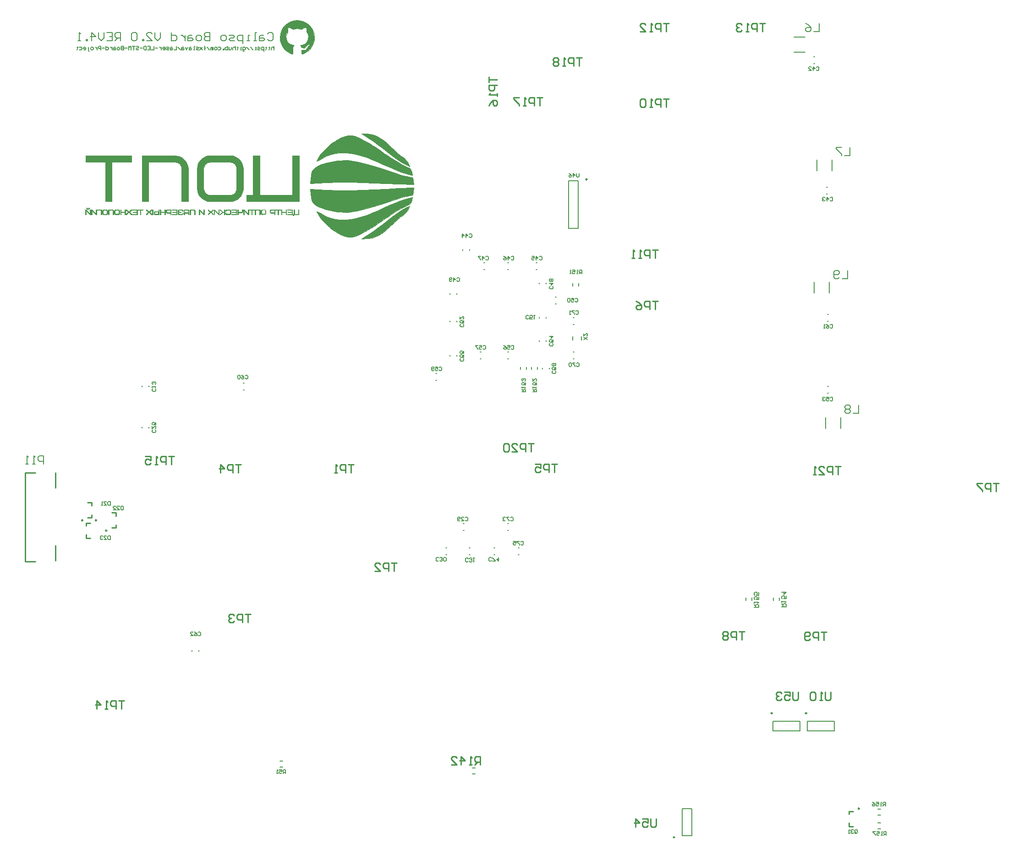
<source format=gbo>
G04 Layer_Color=32896*
%FSLAX24Y24*%
%MOIN*%
G70*
G01*
G75*
%ADD63C,0.0100*%
%ADD70C,0.0079*%
%ADD141C,0.0098*%
%ADD142C,0.0005*%
%ADD145C,0.0050*%
%ADD238C,0.0010*%
G36*
X6793Y41252D02*
X6738D01*
Y41418D01*
X6461D01*
Y41252D01*
X6406D01*
Y41640D01*
X6461D01*
Y41474D01*
X6738D01*
Y41640D01*
X6793D01*
Y41252D01*
D02*
G37*
G36*
X3914D02*
X3859D01*
Y41418D01*
X3582D01*
Y41252D01*
X3527D01*
Y41640D01*
X3582D01*
Y41474D01*
X3859D01*
Y41640D01*
X3914D01*
Y41252D01*
D02*
G37*
G36*
X11534Y41282D02*
X11534Y41282D01*
X11534Y41282D01*
X11534Y41282D01*
X11534Y41282D01*
X11534Y41282D01*
X11534Y41282D01*
X11534Y41282D01*
X11534Y41282D01*
X11534Y41283D01*
X11534Y41283D01*
D01*
X11534Y41283D01*
X11534Y41283D01*
X11534Y41282D01*
D02*
G37*
G36*
X11133Y41252D02*
X11078D01*
Y41418D01*
X10990D01*
X10824Y41252D01*
X10746D01*
X10940Y41446D01*
X10746Y41640D01*
X10824D01*
X10990Y41474D01*
X11078D01*
Y41640D01*
X11133D01*
Y41252D01*
D02*
G37*
G36*
X4346Y41557D02*
X4198Y41446D01*
X4346Y41334D01*
Y41252D01*
X4291D01*
Y41307D01*
X4152Y41411D01*
X4014Y41307D01*
Y41252D01*
X3959D01*
Y41334D01*
X4106Y41446D01*
X3959Y41557D01*
Y41640D01*
X4014D01*
Y41585D01*
X4152Y41480D01*
X4291Y41585D01*
Y41640D01*
X4346D01*
Y41557D01*
D02*
G37*
G36*
X15618Y41252D02*
X15562D01*
Y41418D01*
X15286D01*
Y41252D01*
X15230D01*
Y41640D01*
X15286D01*
Y41474D01*
X15562D01*
Y41640D01*
X15618D01*
Y41252D01*
D02*
G37*
G36*
X12428Y41457D02*
X12428Y41457D01*
D01*
X12428Y41457D01*
D02*
G37*
G36*
X2929Y41643D02*
X2929Y41643D01*
X2929Y41642D01*
X2929Y41642D01*
X2952Y41640D01*
X2952Y41640D01*
X2952Y41640D01*
X2952Y41640D01*
X2952Y41640D01*
X2952Y41640D01*
X2952Y41640D01*
X2973Y41633D01*
X2973Y41633D01*
X2973Y41633D01*
X2973Y41633D01*
X2973Y41633D01*
X2974Y41633D01*
X2974Y41633D01*
Y41633D01*
X2974Y41633D01*
X2974Y41633D01*
X2974Y41633D01*
X2974Y41633D01*
X2974Y41633D01*
X2992Y41622D01*
X2992Y41622D01*
X2992Y41622D01*
X2993Y41622D01*
X2993Y41622D01*
X2993Y41622D01*
X2993Y41622D01*
X3009Y41608D01*
X3009Y41608D01*
X3009Y41608D01*
X3009Y41608D01*
X3009Y41608D01*
X3009Y41608D01*
X3010Y41608D01*
X3010Y41608D01*
X3009Y41608D01*
X3010Y41608D01*
Y41608D01*
X3023Y41592D01*
X3023Y41592D01*
X3023Y41592D01*
X3023Y41592D01*
X3023Y41592D01*
X3023Y41592D01*
X3023Y41592D01*
X3023Y41592D01*
X3023Y41591D01*
X3023Y41591D01*
X3023Y41591D01*
X3023Y41591D01*
X3023Y41591D01*
X3023Y41591D01*
X3023Y41591D01*
X3023Y41591D01*
X3023Y41591D01*
X3023Y41591D01*
X3023Y41591D01*
X3023Y41591D01*
X3023Y41591D01*
X3023Y41591D01*
X3023Y41591D01*
X3023Y41591D01*
X3023Y41591D01*
X3033Y41573D01*
X3033Y41573D01*
X3033Y41573D01*
X3033Y41573D01*
X3033Y41572D01*
X3034Y41572D01*
X3034Y41572D01*
X3034Y41572D01*
X3034Y41572D01*
X3040Y41552D01*
Y41552D01*
Y41552D01*
X3040Y41552D01*
X3040Y41551D01*
X3040Y41551D01*
X3040Y41551D01*
X3040Y41551D01*
X3040Y41552D01*
Y41552D01*
X3040Y41552D01*
X3040Y41552D01*
X3040Y41552D01*
X3040Y41552D01*
X3040Y41552D01*
X3040Y41551D01*
X3040Y41551D01*
X3040Y41551D01*
X3040Y41551D01*
X3040Y41551D01*
X3040Y41551D01*
X3040Y41551D01*
X3040Y41551D01*
X3040Y41551D01*
X3042Y41529D01*
X3042Y41529D01*
X3042D01*
X3042Y41529D01*
X3042Y41529D01*
X3042Y41529D01*
X3042Y41529D01*
X3042Y41529D01*
X3042Y41529D01*
X3042Y41529D01*
Y41529D01*
Y41252D01*
Y41252D01*
X3042Y41251D01*
X3041Y41250D01*
X3040Y41250D01*
X2984D01*
X2983Y41250D01*
X2982Y41251D01*
X2982Y41252D01*
Y41252D01*
Y41529D01*
X2980Y41540D01*
X2977Y41550D01*
X2973Y41559D01*
X2966Y41566D01*
X2958Y41573D01*
X2949Y41578D01*
X2939Y41581D01*
X2929Y41582D01*
X2710D01*
Y41252D01*
Y41252D01*
X2710Y41251D01*
X2709Y41250D01*
X2708Y41250D01*
X2652D01*
X2651Y41250D01*
X2650Y41251D01*
X2649Y41252D01*
Y41252D01*
Y41640D01*
Y41640D01*
X2650Y41641D01*
X2651Y41642D01*
X2652Y41643D01*
X2929D01*
X2929Y41643D01*
D02*
G37*
G36*
X11534Y41282D02*
X11534Y41282D01*
X11534Y41282D01*
X11534Y41282D01*
D02*
G37*
G36*
X16050Y41252D02*
X15662D01*
Y41308D01*
X15994D01*
Y41418D01*
X15717D01*
Y41474D01*
X15994D01*
Y41585D01*
X15662D01*
Y41640D01*
X16050D01*
Y41252D01*
D02*
G37*
G36*
X15202Y41585D02*
X15036D01*
Y41252D01*
X14981D01*
Y41585D01*
X14815D01*
Y41640D01*
X15202D01*
Y41585D01*
D02*
G37*
G36*
X7817Y41637D02*
X7817D01*
X7818Y41637D01*
X7817Y41637D01*
D02*
G37*
G36*
X11455Y41643D02*
X11455Y41643D01*
X11455Y41642D01*
X11455Y41642D01*
X11455Y41642D01*
X11477Y41640D01*
X11477Y41640D01*
X11478Y41640D01*
X11478Y41640D01*
X11478Y41640D01*
X11478Y41640D01*
X11478Y41640D01*
X11499Y41633D01*
X11499Y41633D01*
X11499Y41633D01*
X11499Y41633D01*
X11499Y41633D01*
X11499Y41633D01*
X11499Y41633D01*
X11518Y41622D01*
Y41622D01*
X11518Y41622D01*
X11518Y41622D01*
X11518Y41622D01*
X11518Y41622D01*
X11518Y41622D01*
X11518Y41622D01*
X11518Y41622D01*
X11518Y41622D01*
X11535Y41608D01*
X11535Y41608D01*
X11535Y41608D01*
X11535Y41608D01*
X11535Y41608D01*
X11535Y41608D01*
X11535Y41608D01*
X11535Y41608D01*
X11535Y41608D01*
X11535Y41608D01*
X11535Y41608D01*
X11535Y41608D01*
X11535Y41608D01*
X11535Y41608D01*
Y41608D01*
X11549Y41592D01*
X11549Y41592D01*
X11549Y41592D01*
X11549Y41592D01*
X11549Y41592D01*
X11549Y41592D01*
X11549Y41592D01*
X11549Y41592D01*
X11549Y41591D01*
X11549Y41591D01*
X11549Y41591D01*
X11549Y41591D01*
X11559Y41573D01*
X11559Y41573D01*
X11559Y41573D01*
X11559Y41573D01*
X11559Y41573D01*
X11559Y41573D01*
X11559Y41573D01*
X11559Y41572D01*
X11559Y41572D01*
X11559Y41572D01*
X11559Y41572D01*
Y41572D01*
X11566Y41552D01*
Y41552D01*
X11566Y41552D01*
X11566Y41552D01*
X11566Y41552D01*
X11566Y41552D01*
X11566Y41551D01*
X11566Y41551D01*
X11566Y41551D01*
X11566Y41551D01*
X11566Y41551D01*
X11566Y41551D01*
X11566Y41551D01*
X11566Y41551D01*
X11568Y41529D01*
X11568Y41529D01*
X11568Y41529D01*
X11568Y41529D01*
X11568Y41529D01*
X11568D01*
X11568Y41529D01*
X11568Y41529D01*
X11568Y41529D01*
X11568Y41529D01*
X11568Y41529D01*
Y41529D01*
Y41363D01*
Y41363D01*
X11568Y41363D01*
X11568Y41363D01*
X11568Y41363D01*
X11568Y41363D01*
Y41363D01*
X11568Y41363D01*
X11568Y41363D01*
X11568Y41363D01*
X11568Y41363D01*
X11568Y41363D01*
X11568Y41363D01*
X11568Y41363D01*
X11566Y41340D01*
X11566Y41340D01*
X11566Y41340D01*
Y41340D01*
X11566Y41340D01*
X11566Y41340D01*
X11566Y41340D01*
X11566Y41340D01*
X11566Y41340D01*
X11566Y41340D01*
Y41340D01*
X11566Y41340D01*
X11566Y41340D01*
D01*
Y41340D01*
Y41340D01*
Y41340D01*
X11566Y41340D01*
X11566Y41340D01*
X11566Y41340D01*
X11565Y41340D01*
X11565Y41340D01*
X11565Y41340D01*
X11565D01*
X11559Y41319D01*
X11559Y41318D01*
X11559Y41318D01*
X11559Y41318D01*
X11559Y41318D01*
X11559Y41318D01*
Y41318D01*
X11559Y41318D01*
X11559Y41318D01*
X11559Y41318D01*
X11559Y41318D01*
D01*
X11559Y41318D01*
X11559Y41318D01*
X11559Y41318D01*
Y41318D01*
X11548Y41299D01*
X11548Y41299D01*
X11548Y41299D01*
X11548Y41299D01*
X11548Y41299D01*
X11548Y41299D01*
D01*
D01*
D01*
Y41299D01*
X11548Y41299D01*
X11548Y41299D01*
X11548Y41299D01*
X11548Y41299D01*
X11548Y41299D01*
X11548Y41299D01*
X11548Y41299D01*
X11548Y41299D01*
X11548Y41299D01*
X11548Y41299D01*
X11548Y41299D01*
X11548Y41299D01*
X11548Y41299D01*
X11548Y41299D01*
X11548Y41299D01*
X11548Y41299D01*
X11548Y41299D01*
X11548Y41299D01*
X11534Y41283D01*
X11534Y41283D01*
X11534Y41283D01*
X11534Y41283D01*
X11534Y41283D01*
X11534Y41283D01*
X11534Y41283D01*
X11534Y41282D01*
X11534Y41282D01*
X11534Y41282D01*
X11534Y41282D01*
X11534Y41282D01*
X11517Y41269D01*
X11517Y41269D01*
X11517Y41269D01*
X11517Y41269D01*
X11517Y41269D01*
X11517Y41269D01*
X11517Y41269D01*
X11517Y41269D01*
X11517Y41269D01*
X11517Y41269D01*
X11517Y41269D01*
X11517Y41269D01*
X11517Y41269D01*
X11517D01*
X11498Y41259D01*
X11498Y41258D01*
X11498Y41258D01*
X11498Y41258D01*
X11498Y41258D01*
X11498Y41258D01*
X11498D01*
X11477Y41252D01*
X11477Y41252D01*
X11477Y41252D01*
X11477Y41252D01*
X11477Y41252D01*
X11477Y41252D01*
X11477D01*
X11455Y41250D01*
X11455Y41250D01*
X11455Y41250D01*
X11455Y41250D01*
X11455Y41250D01*
X11288D01*
X11288Y41250D01*
X11288Y41250D01*
X11288Y41250D01*
X11288Y41250D01*
X11266Y41252D01*
X11266Y41252D01*
X11265Y41252D01*
X11265Y41252D01*
X11265Y41252D01*
X11265Y41252D01*
X11244Y41259D01*
X11244Y41259D01*
X11244Y41259D01*
X11244Y41259D01*
X11244Y41259D01*
X11244Y41259D01*
X11225Y41270D01*
X11225Y41270D01*
X11225Y41270D01*
X11225Y41270D01*
X11224Y41270D01*
X11224Y41270D01*
X11208Y41284D01*
X11208Y41284D01*
X11208Y41284D01*
X11208Y41284D01*
X11208Y41284D01*
X11208Y41284D01*
X11194Y41301D01*
X11194Y41301D01*
X11194Y41301D01*
X11194Y41301D01*
X11194Y41301D01*
X11194Y41301D01*
X11194Y41301D01*
X11194Y41301D01*
X11184Y41320D01*
X11184Y41320D01*
X11184Y41320D01*
X11184Y41320D01*
X11184Y41320D01*
X11184Y41320D01*
D01*
X11184Y41320D01*
X11184Y41320D01*
X11184Y41320D01*
Y41320D01*
X11177Y41341D01*
X11177Y41341D01*
X11177Y41341D01*
X11177Y41341D01*
X11177Y41341D01*
X11177Y41341D01*
X11177Y41341D01*
X11177Y41341D01*
X11177Y41341D01*
X11177Y41341D01*
X11177Y41341D01*
X11177Y41341D01*
X11177Y41341D01*
X11177Y41341D01*
X11177Y41341D01*
X11175Y41363D01*
X11175Y41363D01*
X11175Y41363D01*
X11175Y41364D01*
X11176Y41365D01*
X11177Y41366D01*
X11234D01*
X11234Y41365D01*
X11235Y41365D01*
X11236Y41364D01*
X11236Y41363D01*
Y41363D01*
X11236Y41363D01*
X11236Y41363D01*
X11236Y41363D01*
X11236Y41363D01*
X11236Y41363D01*
X11237Y41352D01*
X11240Y41343D01*
X11245Y41334D01*
X11251Y41326D01*
X11259Y41319D01*
X11268Y41315D01*
X11278Y41311D01*
X11289Y41310D01*
X11454D01*
X11465Y41311D01*
X11475Y41315D01*
X11484Y41319D01*
X11492Y41326D01*
X11498Y41334D01*
X11503Y41343D01*
X11506Y41352D01*
X11507Y41363D01*
Y41363D01*
X11507Y41363D01*
X11507Y41363D01*
Y41529D01*
X11506Y41540D01*
X11503Y41550D01*
X11498Y41559D01*
X11492Y41566D01*
X11484Y41573D01*
X11475Y41578D01*
X11465Y41581D01*
X11454Y41582D01*
X11455D01*
X11454Y41582D01*
X11454Y41582D01*
X11289D01*
X11278Y41581D01*
X11268Y41578D01*
X11259Y41573D01*
X11251Y41566D01*
X11245Y41559D01*
X11240Y41550D01*
X11237Y41540D01*
X11236Y41529D01*
X11236Y41529D01*
X11236Y41529D01*
X11236Y41528D01*
X11235Y41528D01*
X11234Y41527D01*
X11234Y41526D01*
X11177D01*
X11176Y41527D01*
X11175Y41528D01*
X11175Y41529D01*
X11175Y41529D01*
X11175D01*
X11175Y41530D01*
X11178Y41552D01*
X11178Y41552D01*
X11178Y41552D01*
X11178Y41552D01*
X11178Y41552D01*
X11178Y41552D01*
X11178Y41552D01*
X11178Y41552D01*
X11178Y41552D01*
X11178Y41552D01*
X11178Y41552D01*
X11178Y41552D01*
X11178Y41552D01*
X11178Y41552D01*
Y41552D01*
X11185Y41573D01*
X11185Y41573D01*
X11185Y41573D01*
X11185Y41573D01*
X11185Y41574D01*
X11185Y41574D01*
Y41574D01*
X11196Y41592D01*
X11196Y41593D01*
X11196Y41593D01*
X11196Y41593D01*
X11196Y41593D01*
X11196Y41593D01*
X11196D01*
X11196Y41593D01*
X11209Y41609D01*
X11209Y41609D01*
X11209Y41609D01*
X11210Y41609D01*
X11210Y41609D01*
X11210Y41610D01*
X11210Y41610D01*
X11210Y41610D01*
X11210Y41610D01*
X11210Y41610D01*
X11210Y41610D01*
X11210Y41610D01*
X11210Y41610D01*
X11226Y41623D01*
X11226Y41623D01*
X11226Y41623D01*
X11226Y41623D01*
X11226Y41623D01*
X11226Y41623D01*
X11226Y41623D01*
X11226Y41623D01*
X11226Y41623D01*
X11226Y41623D01*
X11226Y41623D01*
X11226Y41623D01*
X11227Y41623D01*
Y41623D01*
X11245Y41634D01*
X11245Y41634D01*
X11245Y41634D01*
X11245Y41634D01*
X11246Y41634D01*
X11246Y41634D01*
Y41634D01*
X11266Y41640D01*
X11266Y41640D01*
X11266Y41640D01*
X11266Y41640D01*
X11266Y41640D01*
X11266Y41640D01*
X11266D01*
X11266Y41640D01*
X11288Y41642D01*
X11288Y41643D01*
X11288Y41643D01*
X11288Y41643D01*
X11288Y41643D01*
X11288Y41643D01*
X11288Y41643D01*
X11455D01*
X11455Y41643D01*
D02*
G37*
G36*
X8858D02*
X8858Y41643D01*
X8858Y41642D01*
X8858Y41642D01*
X8881Y41640D01*
X8881Y41640D01*
X8881Y41640D01*
X8881Y41640D01*
X8881Y41640D01*
X8881Y41640D01*
X8881Y41640D01*
X8902Y41633D01*
X8902Y41633D01*
X8902Y41633D01*
X8903Y41633D01*
X8903Y41633D01*
X8903Y41633D01*
X8903Y41633D01*
X8903Y41633D01*
X8903Y41633D01*
X8903Y41633D01*
X8903D01*
X8922Y41622D01*
X8922Y41622D01*
X8922Y41622D01*
X8922Y41622D01*
X8922Y41622D01*
X8922Y41622D01*
X8922Y41622D01*
X8938Y41608D01*
X8938Y41608D01*
X8938Y41608D01*
X8939Y41608D01*
X8939Y41608D01*
X8939Y41608D01*
X8939Y41608D01*
D01*
X8939Y41608D01*
X8939Y41608D01*
X8939D01*
X8939Y41608D01*
X8939Y41608D01*
X8939Y41608D01*
X8939Y41608D01*
X8939Y41608D01*
X8952Y41592D01*
X8952D01*
X8952Y41592D01*
X8952Y41592D01*
X8952Y41592D01*
X8952Y41592D01*
X8952Y41592D01*
X8952Y41592D01*
X8952Y41592D01*
X8952Y41591D01*
X8952Y41591D01*
X8952Y41591D01*
X8952Y41591D01*
X8952Y41591D01*
X8952Y41591D01*
X8952Y41591D01*
X8952Y41591D01*
X8952Y41591D01*
X8963Y41573D01*
X8963Y41573D01*
X8963Y41573D01*
X8963Y41573D01*
X8963Y41573D01*
X8963Y41572D01*
X8963Y41572D01*
X8963Y41572D01*
X8963Y41572D01*
X8963Y41572D01*
X8969Y41552D01*
Y41552D01*
X8969Y41552D01*
X8969Y41552D01*
X8969Y41552D01*
X8969Y41552D01*
X8969Y41552D01*
X8969Y41552D01*
X8969Y41552D01*
X8969Y41552D01*
X8969Y41551D01*
X8969Y41551D01*
X8969Y41551D01*
X8971Y41529D01*
X8971Y41529D01*
X8971Y41529D01*
X8971Y41529D01*
X8971Y41529D01*
X8971Y41529D01*
Y41529D01*
Y41252D01*
Y41252D01*
X8971Y41251D01*
X8970Y41250D01*
X8969Y41250D01*
X8913D01*
X8912Y41250D01*
X8911Y41251D01*
X8911Y41252D01*
Y41252D01*
Y41529D01*
D01*
X8911Y41529D01*
X8911Y41529D01*
Y41529D01*
X8910Y41540D01*
X8907Y41550D01*
X8902Y41559D01*
X8895Y41566D01*
X8887Y41573D01*
X8879Y41578D01*
X8869Y41581D01*
X8858Y41582D01*
X8639D01*
Y41252D01*
Y41252D01*
X8639Y41251D01*
X8638Y41250D01*
X8637Y41250D01*
X8581D01*
X8580Y41250D01*
X8579Y41251D01*
X8579Y41252D01*
Y41252D01*
Y41640D01*
Y41640D01*
X8579Y41641D01*
X8580Y41642D01*
X8581Y41643D01*
X8858D01*
X8858Y41643D01*
D02*
G37*
G36*
X2974Y41633D02*
X2974Y41633D01*
D01*
X2974Y41633D01*
D02*
G37*
G36*
X16526Y41252D02*
X16138D01*
Y41197D01*
X16083D01*
Y41308D01*
X16138D01*
Y41640D01*
X16193D01*
Y41308D01*
X16470D01*
Y41640D01*
X16526D01*
Y41252D01*
D02*
G37*
G36*
X11559Y41573D02*
X11559Y41573D01*
X11559Y41573D01*
X11559Y41573D01*
D02*
G37*
G36*
X8016Y41577D02*
X8016Y41577D01*
X8016Y41577D01*
X8016Y41577D01*
D02*
G37*
G36*
X12872Y41252D02*
X12816D01*
X12540Y41565D01*
Y41252D01*
X12484D01*
Y41640D01*
X12540D01*
X12816Y41333D01*
Y41640D01*
X12872D01*
Y41252D01*
D02*
G37*
G36*
X11559Y41573D02*
X11559Y41573D01*
X11559Y41572D01*
X11559Y41572D01*
X11559Y41572D01*
Y41572D01*
X11559Y41572D01*
X11559Y41572D01*
X11559Y41572D01*
X11559Y41572D01*
X11559Y41572D01*
X11559Y41573D01*
X11559Y41573D01*
D02*
G37*
G36*
X11236Y41363D02*
X11236Y41363D01*
X11236Y41363D01*
X11236Y41363D01*
D02*
G37*
G36*
X11236Y41363D02*
Y41363D01*
Y41363D01*
Y41363D01*
D02*
G37*
G36*
X7776Y41570D02*
X7776Y41570D01*
X7777Y41570D01*
X7777Y41570D01*
X7777Y41570D01*
X7776Y41570D01*
D02*
G37*
G36*
X10718Y41252D02*
X10663D01*
X10386Y41565D01*
Y41252D01*
X10331D01*
Y41640D01*
X10386D01*
X10663Y41333D01*
Y41640D01*
X10718D01*
Y41252D01*
D02*
G37*
G36*
X12436Y41642D02*
X12437Y41641D01*
X12437Y41640D01*
Y41640D01*
Y41502D01*
Y41502D01*
X12437Y41502D01*
X12437Y41502D01*
X12437Y41502D01*
X12437Y41502D01*
X12437Y41502D01*
X12437Y41502D01*
X12435Y41479D01*
X12435Y41479D01*
Y41479D01*
X12435Y41479D01*
X12435Y41479D01*
X12435Y41479D01*
X12435Y41479D01*
X12435Y41479D01*
X12428Y41458D01*
X12428D01*
X12428Y41457D01*
X12428Y41457D01*
X12428Y41457D01*
X12428Y41457D01*
X12428Y41457D01*
X12428D01*
X12428Y41457D01*
X12428Y41457D01*
X12428Y41457D01*
X12428Y41457D01*
X12428Y41457D01*
X12417Y41438D01*
X12417Y41438D01*
Y41438D01*
X12417Y41438D01*
X12417Y41438D01*
X12417Y41438D01*
X12417Y41438D01*
X12417Y41438D01*
X12417Y41438D01*
X12417Y41438D01*
X12417Y41438D01*
X12417Y41438D01*
X12417Y41438D01*
X12403Y41422D01*
X12403Y41421D01*
Y41421D01*
X12403Y41421D01*
X12403Y41421D01*
X12403Y41421D01*
X12403Y41421D01*
X12403Y41421D01*
X12403Y41421D01*
X12403Y41421D01*
X12403Y41421D01*
X12403Y41421D01*
X12403Y41421D01*
X12386Y41408D01*
X12386Y41408D01*
Y41408D01*
X12386Y41408D01*
X12386Y41408D01*
X12386Y41408D01*
X12386Y41408D01*
X12386Y41407D01*
X12367Y41397D01*
X12367D01*
X12367Y41397D01*
X12367Y41397D01*
X12367Y41397D01*
X12367Y41397D01*
X12367Y41397D01*
X12346Y41391D01*
X12346D01*
X12346Y41391D01*
X12346Y41391D01*
X12346Y41391D01*
X12346Y41391D01*
X12346Y41391D01*
X12324Y41389D01*
X12324D01*
X12324Y41389D01*
X12324Y41389D01*
X12324Y41389D01*
X12324Y41389D01*
X12105D01*
Y41252D01*
Y41252D01*
X12105Y41251D01*
X12104Y41250D01*
X12103Y41250D01*
X12046D01*
X12045Y41250D01*
X12045Y41251D01*
X12044Y41252D01*
Y41252D01*
Y41640D01*
Y41640D01*
X12045Y41641D01*
X12045Y41642D01*
X12046Y41643D01*
X12103D01*
X12104Y41642D01*
X12105Y41641D01*
X12105Y41640D01*
Y41640D01*
Y41449D01*
X12324D01*
X12334Y41450D01*
X12344Y41453D01*
X12353Y41458D01*
X12361Y41465D01*
X12367Y41473D01*
X12372Y41482D01*
X12375Y41491D01*
X12376Y41502D01*
Y41640D01*
Y41640D01*
X12377Y41641D01*
X12378Y41642D01*
X12379Y41643D01*
X12435D01*
X12436Y41642D01*
D02*
G37*
G36*
X10286Y41557D02*
X10139Y41446D01*
X10286Y41334D01*
Y41252D01*
X10231D01*
Y41307D01*
X10093Y41411D01*
X9954Y41307D01*
Y41252D01*
X9899D01*
Y41334D01*
X10047Y41446D01*
X9899Y41557D01*
Y41640D01*
X9954D01*
Y41585D01*
X10093Y41480D01*
X10231Y41585D01*
Y41640D01*
X10286D01*
Y41557D01*
D02*
G37*
G36*
X5808D02*
X5660Y41446D01*
X5808Y41334D01*
Y41252D01*
X5752D01*
Y41307D01*
X5614Y41411D01*
X5475Y41307D01*
Y41252D01*
X5420D01*
Y41334D01*
X5568Y41446D01*
X5420Y41557D01*
Y41640D01*
X5475D01*
Y41585D01*
X5614Y41480D01*
X5752Y41585D01*
Y41640D01*
X5808D01*
Y41557D01*
D02*
G37*
G36*
X8005Y41635D02*
X8026Y41628D01*
X8044Y41618D01*
X8060Y41605D01*
X8073Y41588D01*
X8083Y41570D01*
X8089Y41550D01*
X8091Y41532D01*
X8041D01*
X8040Y41540D01*
X8040Y41541D01*
X8040Y41541D01*
X8040Y41541D01*
X8037Y41551D01*
X8037Y41552D01*
X8037Y41552D01*
X8037Y41552D01*
X8037Y41552D01*
X8037Y41552D01*
Y41552D01*
X8032Y41561D01*
X8032Y41561D01*
X8032Y41561D01*
X8032Y41561D01*
Y41561D01*
X8032Y41561D01*
X8031Y41562D01*
X8031Y41562D01*
X8025Y41570D01*
X8024Y41570D01*
X8024Y41570D01*
X8024D01*
X8016Y41577D01*
X8016Y41577D01*
X8016Y41577D01*
X8016Y41577D01*
X8016Y41577D01*
X8016Y41577D01*
X8016Y41577D01*
X8016Y41577D01*
X8016Y41577D01*
X8016Y41577D01*
X8016Y41577D01*
X8016Y41577D01*
X8016Y41577D01*
X8016Y41577D01*
X8015Y41577D01*
Y41577D01*
X8006Y41582D01*
X8006Y41582D01*
X8006Y41583D01*
X8006Y41583D01*
X7995Y41586D01*
X7995Y41586D01*
X7995Y41586D01*
X7995Y41586D01*
X7995Y41586D01*
X7995Y41586D01*
X7995Y41586D01*
X7995Y41586D01*
D01*
X7995D01*
X7995Y41586D01*
X7995Y41586D01*
X7995Y41586D01*
X7995D01*
X7995Y41586D01*
X7984Y41587D01*
X7984Y41587D01*
X7983Y41587D01*
X7817D01*
X7817Y41587D01*
X7817Y41587D01*
X7806Y41586D01*
Y41586D01*
X7806Y41586D01*
X7806Y41586D01*
X7806Y41586D01*
X7806D01*
X7806D01*
X7805Y41586D01*
Y41586D01*
X7795Y41583D01*
X7795Y41582D01*
X7795Y41582D01*
X7795Y41582D01*
X7795Y41582D01*
X7795D01*
X7795Y41582D01*
X7795Y41582D01*
X7794Y41582D01*
X7785Y41577D01*
X7785Y41577D01*
X7785Y41577D01*
X7785Y41577D01*
X7785Y41577D01*
X7785Y41577D01*
X7785Y41577D01*
X7785Y41577D01*
X7785Y41577D01*
X7785Y41577D01*
X7785Y41577D01*
X7785Y41577D01*
X7785Y41577D01*
X7777Y41570D01*
X7777Y41570D01*
X7777Y41570D01*
X7777Y41570D01*
X7776Y41570D01*
X7776Y41570D01*
X7776Y41570D01*
X7776Y41570D01*
X7776Y41570D01*
X7776Y41570D01*
X7769Y41562D01*
X7769Y41562D01*
X7769Y41562D01*
X7769Y41562D01*
X7769Y41561D01*
X7769Y41561D01*
X7769Y41561D01*
X7769Y41561D01*
X7764Y41552D01*
X7764Y41552D01*
X7764Y41551D01*
Y41551D01*
X7761Y41541D01*
X7760Y41541D01*
X7760Y41541D01*
D01*
Y41541D01*
X7760Y41541D01*
X7760D01*
X7760Y41540D01*
Y41540D01*
X7759Y41529D01*
X7759Y41529D01*
X7759Y41529D01*
Y41529D01*
Y41529D01*
Y41529D01*
Y41529D01*
X7759Y41529D01*
X7759Y41529D01*
X7759Y41529D01*
X7759Y41529D01*
X7759Y41529D01*
X7759Y41529D01*
X7759Y41529D01*
X7760Y41518D01*
X7760Y41518D01*
X7760D01*
X7760Y41518D01*
X7761Y41517D01*
X7764Y41507D01*
X7764Y41506D01*
X7764Y41506D01*
X7769Y41497D01*
X7769Y41497D01*
X7769Y41497D01*
X7769Y41497D01*
X7769Y41497D01*
X7769Y41497D01*
X7769Y41497D01*
X7769Y41497D01*
X7769Y41497D01*
X7776Y41488D01*
X7776Y41488D01*
X7785Y41481D01*
X7785Y41481D01*
X7785Y41481D01*
X7785Y41481D01*
X7794Y41476D01*
X7795Y41476D01*
X7795Y41476D01*
X7795Y41476D01*
X7795Y41476D01*
X7795D01*
X7795Y41476D01*
X7795Y41476D01*
X7795Y41476D01*
X7805Y41472D01*
X7806Y41472D01*
X7806Y41472D01*
D01*
X7806Y41472D01*
X7817Y41471D01*
X7817Y41471D01*
X7817Y41471D01*
X7925D01*
Y41421D01*
X7817D01*
X7817Y41421D01*
X7817Y41421D01*
X7806Y41420D01*
Y41420D01*
X7806Y41420D01*
X7806Y41420D01*
X7806Y41420D01*
X7806D01*
X7806D01*
X7805Y41420D01*
Y41420D01*
X7795Y41417D01*
X7795Y41416D01*
X7795Y41416D01*
X7795Y41416D01*
X7795Y41416D01*
X7795D01*
X7795Y41416D01*
X7795Y41416D01*
X7794Y41416D01*
X7785Y41411D01*
X7785Y41411D01*
X7785Y41411D01*
X7785Y41411D01*
X7785Y41411D01*
X7785Y41411D01*
X7785Y41411D01*
X7785Y41411D01*
X7785Y41411D01*
X7785Y41411D01*
X7785Y41411D01*
X7785Y41411D01*
X7785Y41411D01*
Y41411D01*
X7776Y41404D01*
X7776Y41404D01*
Y41404D01*
X7769Y41396D01*
X7769Y41395D01*
X7769Y41395D01*
D01*
X7769Y41395D01*
X7764Y41386D01*
X7764Y41386D01*
X7764Y41386D01*
X7764Y41386D01*
X7764Y41386D01*
X7764Y41386D01*
X7764Y41386D01*
X7764Y41385D01*
Y41385D01*
X7761Y41375D01*
X7760Y41374D01*
X7760Y41374D01*
X7760Y41374D01*
X7760Y41374D01*
X7760D01*
Y41374D01*
X7760Y41374D01*
X7760Y41374D01*
D01*
X7760Y41374D01*
Y41374D01*
X7759Y41363D01*
X7759Y41363D01*
X7759Y41363D01*
X7759Y41363D01*
Y41363D01*
X7759Y41363D01*
X7759Y41363D01*
Y41363D01*
X7759Y41363D01*
X7759Y41363D01*
X7759Y41363D01*
X7759Y41363D01*
X7759Y41363D01*
X7759Y41363D01*
X7759Y41363D01*
X7759D01*
X7759Y41363D01*
X7759Y41363D01*
X7759Y41363D01*
X7759Y41363D01*
X7760Y41352D01*
X7760Y41352D01*
X7760D01*
X7760Y41352D01*
X7761Y41351D01*
X7764Y41341D01*
X7764Y41340D01*
X7764Y41340D01*
X7764Y41340D01*
X7764Y41340D01*
X7764D01*
X7769Y41331D01*
X7769Y41331D01*
X7769Y41330D01*
Y41330D01*
X7776Y41322D01*
X7776Y41322D01*
X7785Y41315D01*
X7785Y41315D01*
X7785Y41315D01*
X7785Y41315D01*
X7794Y41310D01*
X7795Y41310D01*
X7795Y41310D01*
X7795Y41310D01*
X7795Y41310D01*
X7795D01*
X7795Y41310D01*
X7795Y41310D01*
X7795Y41310D01*
X7805Y41306D01*
X7806Y41306D01*
X7806Y41306D01*
D01*
X7806Y41306D01*
X7817Y41305D01*
X7817Y41305D01*
X7817Y41305D01*
X7983D01*
X7984Y41305D01*
Y41305D01*
X7984Y41305D01*
X7995Y41306D01*
X7995Y41306D01*
X7995Y41306D01*
X7995Y41306D01*
X7995Y41306D01*
X7995Y41306D01*
X7995Y41306D01*
X7995Y41306D01*
X7995Y41306D01*
X7995D01*
X8006Y41310D01*
X8006Y41310D01*
Y41310D01*
X8006Y41310D01*
X8015Y41315D01*
X8016Y41315D01*
X8016Y41315D01*
Y41315D01*
X8016Y41315D01*
X8024Y41322D01*
X8024Y41322D01*
X8024Y41322D01*
X8024Y41322D01*
X8024Y41322D01*
X8025Y41322D01*
X8025D01*
X8031Y41330D01*
X8032Y41331D01*
Y41331D01*
X8032Y41331D01*
X8037Y41340D01*
X8037Y41340D01*
X8037Y41341D01*
X8037D01*
X8040Y41351D01*
X8040Y41352D01*
Y41352D01*
X8040Y41352D01*
X8041Y41360D01*
X8091D01*
X8089Y41341D01*
X8082Y41320D01*
X8072Y41302D01*
X8059Y41286D01*
X8043Y41273D01*
X8025Y41263D01*
X8005Y41257D01*
X7983Y41255D01*
X7983D01*
X7983Y41255D01*
X7983Y41255D01*
X7817D01*
X7795Y41257D01*
X7775Y41264D01*
X7757Y41274D01*
X7741Y41288D01*
X7727Y41304D01*
X7718Y41322D01*
X7711Y41342D01*
X7709Y41363D01*
X7710Y41375D01*
X7712Y41386D01*
X7714Y41397D01*
X7718Y41408D01*
X7724Y41417D01*
X7730Y41427D01*
X7737Y41436D01*
X7746Y41444D01*
X7746Y41444D01*
X7747Y41446D01*
X7746Y41448D01*
X7746Y41448D01*
X7746Y41448D01*
X7746Y41448D01*
X7746Y41448D01*
X7746Y41448D01*
X7737Y41456D01*
X7730Y41465D01*
X7724Y41475D01*
X7718Y41485D01*
X7714Y41495D01*
X7712Y41506D01*
X7710Y41517D01*
X7709Y41529D01*
X7712Y41551D01*
X7718Y41571D01*
X7728Y41590D01*
X7742Y41606D01*
X7758Y41619D01*
X7776Y41629D01*
X7796Y41635D01*
X7817Y41637D01*
X7983D01*
X8005Y41635D01*
D02*
G37*
G36*
X9633Y41252D02*
X9578D01*
X9301Y41565D01*
Y41252D01*
X9246D01*
Y41640D01*
X9301D01*
X9578Y41333D01*
Y41640D01*
X9633D01*
Y41252D01*
D02*
G37*
G36*
X1805D02*
X1750D01*
X1473Y41565D01*
Y41252D01*
X1417D01*
Y41640D01*
X1473D01*
X1750Y41333D01*
Y41640D01*
X1805D01*
Y41252D01*
D02*
G37*
G36*
X1362D02*
X1307D01*
X1030Y41565D01*
Y41252D01*
X975D01*
Y41640D01*
X1030D01*
X1307Y41333D01*
Y41640D01*
X1362D01*
Y41252D01*
D02*
G37*
G36*
X24734Y42288D02*
X24683Y42140D01*
X24608Y42047D01*
X24488Y41973D01*
X24304Y41887D01*
X24034Y41755D01*
X23660Y41544D01*
X23161Y41220D01*
X22943Y41069D01*
X22725Y40916D01*
X22506Y40763D01*
X22285Y40612D01*
X22063Y40463D01*
X21838Y40319D01*
X21610Y40180D01*
X21380Y40048D01*
X21084Y39889D01*
X20821Y39763D01*
X20577Y39675D01*
X20342Y39630D01*
X20105Y39632D01*
X19854Y39687D01*
X19579Y39800D01*
X19267Y39975D01*
X19138Y40057D01*
X19023Y40132D01*
X18920Y40204D01*
X18825Y40275D01*
X18734Y40349D01*
X18644Y40428D01*
X18551Y40515D01*
X18453Y40613D01*
X18368Y40701D01*
X18277Y40796D01*
X18184Y40899D01*
X18092Y41010D01*
X18006Y41126D01*
X17929Y41247D01*
X17865Y41373D01*
X17818Y41502D01*
X17999Y41415D01*
X18166Y41323D01*
X18330Y41231D01*
X18502Y41141D01*
X18694Y41059D01*
X18916Y40988D01*
X19179Y40932D01*
X19496Y40895D01*
X19758Y40886D01*
X20017Y40897D01*
X20271Y40925D01*
X20520Y40968D01*
X20764Y41024D01*
X21003Y41089D01*
X21235Y41161D01*
X21462Y41238D01*
X21858Y41390D01*
X22267Y41566D01*
X22685Y41755D01*
X23108Y41946D01*
X23533Y42129D01*
X23956Y42293D01*
X24374Y42428D01*
X24781Y42523D01*
X24734Y42288D01*
D02*
G37*
G36*
X17312Y53665D02*
X17312Y53665D01*
X17312Y53665D01*
X17312Y53665D01*
D02*
G37*
G36*
X2165Y41252D02*
X2110D01*
Y41585D01*
X1833D01*
Y41640D01*
X2165D01*
Y41252D01*
D02*
G37*
G36*
X17312Y53665D02*
X17312Y53665D01*
X17312Y53665D01*
X17312Y53665D01*
X17312Y53665D01*
X17312Y53665D01*
X17312Y53665D01*
X17312Y53665D01*
X17312Y53665D01*
D02*
G37*
G36*
X11992Y41252D02*
X11604D01*
Y41308D01*
X11936D01*
Y41418D01*
X11659D01*
Y41474D01*
X11936D01*
Y41585D01*
X11604D01*
Y41640D01*
X11992D01*
Y41252D01*
D02*
G37*
G36*
X8438Y41638D02*
X8459Y41631D01*
X8477Y41620D01*
X8494Y41607D01*
X8507Y41590D01*
X8517Y41571D01*
X8524Y41551D01*
X8526Y41529D01*
Y41252D01*
X8471D01*
Y41363D01*
X8194D01*
Y41252D01*
X8138D01*
Y41529D01*
X8141Y41552D01*
X8148Y41572D01*
X8159Y41591D01*
X8172Y41608D01*
X8188Y41621D01*
X8207Y41631D01*
X8227Y41638D01*
X8249Y41640D01*
X8415D01*
X8438Y41638D01*
D02*
G37*
G36*
X7657Y41252D02*
X7269D01*
Y41308D01*
X7601D01*
Y41418D01*
X7325D01*
Y41474D01*
X7601D01*
Y41585D01*
X7269D01*
Y41640D01*
X7657D01*
Y41252D01*
D02*
G37*
G36*
X2514Y41638D02*
X2535Y41631D01*
X2553Y41621D01*
X2570Y41607D01*
X2583Y41591D01*
X2593Y41572D01*
X2600Y41551D01*
X2602Y41529D01*
Y41363D01*
X2600Y41341D01*
X2594Y41320D01*
X2583Y41301D01*
X2570Y41285D01*
X2554Y41271D01*
X2535Y41261D01*
X2514Y41255D01*
X2492Y41252D01*
X2325D01*
X2303Y41255D01*
X2282Y41261D01*
X2264Y41271D01*
X2247Y41285D01*
X2234Y41301D01*
X2223Y41320D01*
X2217Y41341D01*
X2215Y41363D01*
Y41529D01*
X2217Y41551D01*
X2224Y41572D01*
X2234Y41591D01*
X2248Y41607D01*
X2265Y41621D01*
X2283Y41631D01*
X2304Y41638D01*
X2325Y41640D01*
X2492D01*
X2514Y41638D01*
D02*
G37*
G36*
X16648Y55392D02*
X16883Y55319D01*
X17097Y55203D01*
X17282Y55050D01*
X17436Y54864D01*
X17552Y54651D01*
X17625Y54415D01*
X17650Y54162D01*
X17634Y53958D01*
X17586Y53765D01*
X17510Y53585D01*
X17408Y53420D01*
X17283Y53274D01*
X17136Y53149D01*
X16972Y53047D01*
X16792Y52971D01*
X16753Y52971D01*
X16728Y52984D01*
X16714Y53004D01*
X16709Y53029D01*
X16709Y53063D01*
Y53063D01*
X16710Y53117D01*
X16710Y53117D01*
X16710Y53186D01*
X16710D01*
Y53186D01*
X16711Y53260D01*
X16827Y53245D01*
X16827Y53245D01*
X16922Y53251D01*
X16922D01*
X16923Y53251D01*
X16997Y53274D01*
X16997D01*
X16998Y53274D01*
X16998Y53274D01*
X16998Y53274D01*
X16998Y53274D01*
X16998Y53274D01*
X16998Y53274D01*
X16998Y53274D01*
X16998Y53274D01*
X16998Y53274D01*
X16998Y53274D01*
X16998Y53274D01*
Y53274D01*
X17053Y53306D01*
Y53306D01*
X17053Y53306D01*
X17053Y53306D01*
X17053Y53307D01*
X17092Y53342D01*
X17092D01*
X17092Y53343D01*
X17092Y53343D01*
X17092Y53343D01*
X17092Y53343D01*
X17117Y53376D01*
X17117D01*
X17117Y53376D01*
X17117Y53376D01*
X17131Y53401D01*
X17131D01*
X17131Y53401D01*
X17131Y53401D01*
Y53401D01*
X17131Y53401D01*
X17135Y53410D01*
X17180Y53500D01*
X17225Y53556D01*
X17260Y53585D01*
X17273Y53593D01*
X17273D01*
X17273Y53593D01*
X17273Y53593D01*
X17273Y53593D01*
X17306Y53619D01*
X17306D01*
X17306Y53619D01*
X17306Y53619D01*
X17306Y53619D01*
Y53619D01*
X17306Y53619D01*
X17306Y53619D01*
X17306Y53619D01*
X17306Y53619D01*
X17321Y53639D01*
X17321D01*
X17321Y53640D01*
X17322Y53654D01*
X17322D01*
X17321Y53656D01*
X17321Y53656D01*
X17321Y53656D01*
X17321Y53656D01*
X17321Y53656D01*
X17321Y53656D01*
X17312Y53665D01*
X17312Y53665D01*
X17312Y53665D01*
X17312Y53665D01*
X17312Y53665D01*
X17312Y53665D01*
X17312Y53665D01*
X17312Y53665D01*
X17312Y53665D01*
X17312Y53665D01*
X17312Y53665D01*
X17312Y53665D01*
X17311Y53665D01*
X17311Y53665D01*
X17312Y53665D01*
X17311Y53665D01*
X17311Y53665D01*
X17311Y53665D01*
X17311Y53665D01*
X17311Y53665D01*
X17311Y53665D01*
X17311Y53665D01*
X17311Y53665D01*
X17311Y53665D01*
X17311Y53665D01*
X17311Y53665D01*
X17311Y53665D01*
X17311Y53665D01*
X17311Y53665D01*
X17297Y53671D01*
X17297Y53671D01*
X17297Y53671D01*
X17281Y53674D01*
Y53674D01*
X17281Y53674D01*
X17281Y53674D01*
X17281Y53674D01*
X17281Y53674D01*
X17281Y53674D01*
X17281Y53674D01*
X17269Y53674D01*
X17269Y53674D01*
X17268Y53674D01*
X17268Y53674D01*
X17268Y53674D01*
X17268Y53674D01*
D01*
X17268Y53674D01*
X17263Y53674D01*
X17263Y53674D01*
X17262Y53674D01*
X17262Y53674D01*
X17262D01*
X17262Y53674D01*
X17179Y53650D01*
X17179D01*
X17179Y53650D01*
X17179Y53650D01*
X17179Y53650D01*
X17179D01*
X17179Y53650D01*
X17178Y53650D01*
X17118Y53606D01*
Y53606D01*
X17117Y53605D01*
X17081Y53563D01*
Y53563D01*
X17081Y53563D01*
X17068Y53544D01*
X16974Y53442D01*
X16872Y53408D01*
X16777Y53416D01*
X16706Y53440D01*
X16676Y53541D01*
X16676Y53541D01*
X16676Y53541D01*
X16676Y53542D01*
X16629Y53604D01*
X16730Y53619D01*
X16730Y53619D01*
Y53619D01*
X16730Y53619D01*
X16730Y53619D01*
X16730Y53619D01*
X16833Y53646D01*
Y53646D01*
X16833Y53646D01*
X16833Y53646D01*
X16833D01*
X16833Y53646D01*
X16930Y53687D01*
X16930D01*
X16930Y53687D01*
X17017Y53746D01*
Y53746D01*
X17018Y53746D01*
X17018Y53746D01*
X17018Y53746D01*
Y53746D01*
X17018Y53746D01*
X17018Y53746D01*
D01*
X17018Y53746D01*
X17092Y53826D01*
X17092Y53826D01*
X17092D01*
X17092Y53826D01*
X17092Y53826D01*
X17092Y53826D01*
X17150Y53930D01*
X17150Y53930D01*
X17150Y53930D01*
X17150D01*
X17150Y53931D01*
X17150Y53931D01*
X17150D01*
X17150Y53931D01*
X17150Y53931D01*
X17150Y53931D01*
X17187Y54063D01*
X17187D01*
X17187Y54063D01*
X17187Y54063D01*
X17200Y54227D01*
X17200D01*
X17200Y54228D01*
X17166Y54415D01*
X17166Y54415D01*
X17165Y54416D01*
X17071Y54566D01*
X17084Y54605D01*
Y54605D01*
X17084Y54606D01*
Y54606D01*
Y54606D01*
X17084Y54606D01*
X17084Y54606D01*
X17084Y54606D01*
X17095Y54678D01*
X17095Y54678D01*
X17095D01*
X17095Y54679D01*
X17091Y54778D01*
X17091Y54778D01*
X17091Y54778D01*
X17058Y54899D01*
X17058Y54899D01*
X17056Y54901D01*
X17056Y54901D01*
X17036Y54904D01*
X17036Y54904D01*
X17036Y54904D01*
X17036Y54904D01*
X17036Y54904D01*
X17035Y54904D01*
X17035Y54904D01*
X17035Y54904D01*
D01*
X17035Y54904D01*
X17035Y54904D01*
X17035D01*
D01*
X17035Y54904D01*
X17036Y54904D01*
X17035Y54904D01*
X17035Y54904D01*
X17035Y54904D01*
X17035Y54904D01*
X16973Y54897D01*
X16973D01*
X16973Y54897D01*
X16972Y54897D01*
X16972Y54897D01*
X16972D01*
X16972Y54897D01*
X16864Y54861D01*
X16864D01*
X16864Y54861D01*
X16864Y54861D01*
Y54861D01*
X16864Y54860D01*
X16709Y54772D01*
X16555Y54803D01*
X16555Y54803D01*
D01*
X16555Y54803D01*
X16555Y54803D01*
X16555Y54803D01*
X16555Y54803D01*
X16395Y54814D01*
X16395Y54814D01*
X16395D01*
X16235Y54803D01*
Y54803D01*
X16234Y54803D01*
X16234Y54803D01*
X16080Y54772D01*
X15926Y54860D01*
X15926Y54860D01*
X15926Y54860D01*
X15926Y54860D01*
X15926Y54860D01*
X15926Y54860D01*
X15926Y54860D01*
X15926Y54860D01*
X15926Y54860D01*
X15926Y54860D01*
D01*
X15925Y54861D01*
X15818Y54897D01*
X15817Y54897D01*
X15817D01*
X15817Y54897D01*
X15817D01*
X15817Y54897D01*
X15817Y54897D01*
X15817Y54897D01*
X15817Y54897D01*
X15817Y54897D01*
X15755Y54904D01*
X15754Y54904D01*
X15754Y54904D01*
X15754Y54904D01*
X15754Y54904D01*
X15754Y54904D01*
X15754Y54904D01*
X15754Y54904D01*
X15754Y54904D01*
X15754Y54904D01*
D01*
X15754Y54904D01*
X15754Y54904D01*
X15754D01*
X15754Y54904D01*
X15754D01*
X15754Y54904D01*
X15734Y54901D01*
X15734Y54901D01*
Y54901D01*
X15731Y54899D01*
X15731Y54899D01*
X15731Y54899D01*
X15731Y54899D01*
X15731Y54899D01*
X15731Y54899D01*
X15699Y54778D01*
Y54778D01*
X15699Y54778D01*
X15699Y54778D01*
X15699Y54778D01*
X15699Y54778D01*
X15699Y54777D01*
X15699Y54777D01*
X15699Y54778D01*
Y54778D01*
X15695Y54679D01*
Y54679D01*
X15695Y54679D01*
X15695Y54678D01*
X15706Y54606D01*
X15706Y54605D01*
X15706Y54605D01*
X15706Y54605D01*
X15719Y54566D01*
X15625Y54416D01*
X15624Y54416D01*
X15624Y54416D01*
X15624Y54416D01*
X15624Y54415D01*
X15624Y54415D01*
X15624D01*
X15624Y54415D01*
X15624Y54416D01*
X15624Y54416D01*
X15624Y54416D01*
X15624Y54416D01*
X15624Y54416D01*
X15624Y54415D01*
X15624Y54415D01*
X15624Y54415D01*
X15624Y54415D01*
X15590Y54228D01*
X15590Y54228D01*
Y54228D01*
X15590Y54228D01*
X15590Y54227D01*
X15590Y54227D01*
X15590Y54227D01*
X15590Y54227D01*
X15603Y54063D01*
X15603Y54063D01*
X15603Y54063D01*
X15603Y54063D01*
X15640Y53930D01*
X15640D01*
X15640Y53930D01*
X15640Y53930D01*
X15698Y53826D01*
X15698Y53826D01*
X15698Y53826D01*
X15698Y53825D01*
X15698Y53825D01*
X15772Y53746D01*
X15772Y53746D01*
X15773Y53745D01*
X15860Y53687D01*
X15861Y53687D01*
X15958Y53647D01*
X15958Y53646D01*
X16061Y53620D01*
X16061Y53620D01*
X16061Y53620D01*
X16061Y53620D01*
X16161Y53605D01*
X16132Y53572D01*
Y53572D01*
X16132Y53572D01*
X16132Y53572D01*
X16132Y53572D01*
Y53572D01*
X16132Y53572D01*
X16132Y53572D01*
X16132Y53572D01*
X16132Y53572D01*
X16132Y53572D01*
X16105Y53521D01*
Y53521D01*
X16105Y53521D01*
X16105Y53521D01*
X16105Y53521D01*
X16105Y53521D01*
X16105Y53521D01*
X16105Y53521D01*
Y53521D01*
X16105Y53520D01*
X16086Y53455D01*
X16086D01*
X16086Y53454D01*
X16079Y53374D01*
X16079Y53374D01*
Y53374D01*
X16079Y53154D01*
Y53154D01*
Y53154D01*
X16080Y53029D01*
X16076Y53004D01*
X16062Y52983D01*
X16036Y52970D01*
X15997Y52971D01*
X15817Y53047D01*
X15653Y53149D01*
X15507Y53274D01*
X15381Y53421D01*
X15279Y53585D01*
X15203Y53765D01*
X15156Y53958D01*
X15139Y54162D01*
X15165Y54415D01*
X15238Y54651D01*
X15354Y54864D01*
X15507Y55050D01*
X15693Y55203D01*
X15906Y55319D01*
X16142Y55392D01*
X16395Y55417D01*
X16648Y55392D01*
D02*
G37*
G36*
X3388Y41638D02*
X3409Y41631D01*
X3428Y41621D01*
X3444Y41607D01*
X3458Y41591D01*
X3468Y41572D01*
X3475Y41551D01*
X3477Y41529D01*
Y41363D01*
X3475Y41341D01*
X3468Y41320D01*
X3458Y41301D01*
X3445Y41285D01*
X3428Y41271D01*
X3409Y41261D01*
X3389Y41255D01*
X3366Y41252D01*
X3200D01*
X3178Y41255D01*
X3157Y41261D01*
X3138Y41271D01*
X3122Y41285D01*
X3108Y41301D01*
X3098Y41320D01*
X3092Y41341D01*
X3089Y41363D01*
Y41529D01*
X3092Y41551D01*
X3098Y41572D01*
X3109Y41591D01*
X3123Y41607D01*
X3139Y41621D01*
X3158Y41631D01*
X3179Y41638D01*
X3200Y41640D01*
X3366D01*
X3388Y41638D01*
D02*
G37*
G36*
X4767Y41252D02*
X4379D01*
Y41308D01*
X4712D01*
Y41418D01*
X4435D01*
Y41474D01*
X4712D01*
Y41585D01*
X4379D01*
Y41640D01*
X4767D01*
Y41252D01*
D02*
G37*
G36*
X5182Y41585D02*
X5016D01*
Y41252D01*
X4961D01*
Y41585D01*
X4795D01*
Y41640D01*
X5182D01*
Y41585D01*
D02*
G37*
G36*
X7225Y41252D02*
X7170D01*
Y41363D01*
X6948D01*
X6926Y41365D01*
X6905Y41372D01*
X6886Y41383D01*
X6870Y41396D01*
X6856Y41413D01*
X6846Y41432D01*
X6840Y41452D01*
X6837Y41474D01*
Y41529D01*
X6840Y41552D01*
X6847Y41572D01*
X6858Y41591D01*
X6871Y41608D01*
X6887Y41621D01*
X6906Y41631D01*
X6926Y41638D01*
X6948Y41640D01*
X7225D01*
Y41252D01*
D02*
G37*
G36*
X6350D02*
X6073D01*
X6051Y41255D01*
X6030Y41261D01*
X6011Y41272D01*
X5995Y41286D01*
X5981Y41302D01*
X5971Y41321D01*
X5965Y41341D01*
X5963Y41363D01*
Y41391D01*
X5965Y41413D01*
X5972Y41434D01*
X5983Y41453D01*
X5996Y41469D01*
X6013Y41483D01*
X6031Y41493D01*
X6052Y41499D01*
X6073Y41501D01*
X6295D01*
Y41640D01*
X6350D01*
Y41252D01*
D02*
G37*
G36*
X5907D02*
X5852D01*
Y41640D01*
X5907D01*
Y41252D01*
D02*
G37*
G36*
X17092Y53343D02*
X17092Y53343D01*
X17092D01*
X17092Y53343D01*
D02*
G37*
G36*
X24823Y42706D02*
X24025Y42515D01*
X23233Y42269D01*
X22445Y42002D01*
X21659Y41752D01*
X20874Y41553D01*
X20089Y41442D01*
X19300Y41453D01*
X18507Y41623D01*
X18153Y41747D01*
X17883Y41864D01*
X17685Y41988D01*
X17547Y42131D01*
X17456Y42304D01*
X17400Y42520D01*
X17368Y42793D01*
X17347Y43133D01*
X18485Y43062D01*
X19474Y43030D01*
X20360Y43030D01*
X21189Y43054D01*
X22008Y43092D01*
X22863Y43136D01*
X23801Y43179D01*
X24868Y43212D01*
X24823Y42706D01*
D02*
G37*
G36*
X4352Y45086D02*
X2916D01*
Y42212D01*
X2437D01*
Y45086D01*
X1000D01*
Y45565D01*
X4352D01*
Y45086D01*
D02*
G37*
G36*
X1274Y41728D02*
X1267Y41708D01*
X1257Y41690D01*
X1244Y41674D01*
X1228Y41661D01*
X1210Y41651D01*
X1190Y41645D01*
X1168Y41643D01*
X1146Y41645D01*
X1126Y41651D01*
X1108Y41662D01*
X1092Y41675D01*
X1079Y41691D01*
X1069Y41710D01*
X1062Y41730D01*
X1061Y41748D01*
X1111D01*
X1111Y41739D01*
X1111Y41739D01*
X1111D01*
X1111Y41739D01*
X1112Y41739D01*
X1115Y41728D01*
X1115Y41728D01*
X1115Y41728D01*
X1115Y41728D01*
X1115Y41728D01*
X1115Y41728D01*
X1115D01*
X1115Y41728D01*
X1115D01*
X1120Y41718D01*
X1120Y41718D01*
X1120Y41718D01*
X1120Y41718D01*
X1120Y41718D01*
X1120Y41718D01*
X1120Y41718D01*
X1120Y41718D01*
Y41718D01*
X1127Y41710D01*
X1128Y41709D01*
X1136Y41703D01*
X1136Y41702D01*
X1136Y41702D01*
X1136Y41702D01*
X1136Y41702D01*
Y41702D01*
X1136Y41702D01*
X1136Y41702D01*
X1136Y41702D01*
X1136D01*
X1136Y41702D01*
X1136D01*
X1146Y41697D01*
X1146Y41697D01*
X1146Y41697D01*
X1156Y41694D01*
X1157Y41694D01*
X1157Y41694D01*
X1157Y41694D01*
X1168Y41693D01*
X1168Y41693D01*
X1169Y41693D01*
Y41693D01*
X1169Y41693D01*
X1180Y41694D01*
X1180Y41694D01*
X1180Y41694D01*
X1180D01*
X1191Y41697D01*
X1191Y41697D01*
Y41697D01*
X1191Y41697D01*
X1200Y41702D01*
X1201Y41702D01*
X1201Y41703D01*
Y41703D01*
X1201Y41703D01*
X1209Y41709D01*
X1209Y41709D01*
X1210Y41710D01*
X1210D01*
X1216Y41718D01*
X1217Y41718D01*
Y41718D01*
X1217Y41718D01*
X1222Y41728D01*
X1222Y41728D01*
X1222Y41728D01*
X1222Y41728D01*
X1222Y41728D01*
X1222Y41728D01*
X1222Y41728D01*
X1222D01*
X1225Y41739D01*
X1225Y41739D01*
Y41739D01*
X1225Y41739D01*
X1225Y41739D01*
X1225Y41739D01*
X1226Y41748D01*
X1276D01*
X1274Y41728D01*
D02*
G37*
G36*
X16535Y42212D02*
X12703Y42210D01*
Y42691D01*
X13182D01*
Y45565D01*
X13661D01*
Y42691D01*
X16056D01*
Y45565D01*
X16535D01*
Y42212D01*
D02*
G37*
G36*
X7700Y45541D02*
X7881Y45482D01*
X8044Y45392D01*
X8185Y45275D01*
X8301Y45134D01*
X8389Y44973D01*
X8444Y44796D01*
X8463Y44607D01*
Y42212D01*
X7984D01*
Y44607D01*
X7974Y44703D01*
X7946Y44793D01*
X7902Y44874D01*
X7843Y44945D01*
X7772Y45004D01*
X7691Y45048D01*
X7601Y45076D01*
X7505Y45086D01*
X5589D01*
Y42212D01*
X5110D01*
Y45565D01*
X7505D01*
X7700Y45541D01*
D02*
G37*
G36*
X11698Y45545D02*
X11878Y45489D01*
X12040Y45401D01*
X12182Y45283D01*
X12300Y45142D01*
X12388Y44979D01*
X12444Y44799D01*
X12464Y44607D01*
Y43170D01*
X12444Y42976D01*
X12389Y42796D01*
X12301Y42634D01*
X12184Y42492D01*
X12043Y42375D01*
X11880Y42287D01*
X11700Y42232D01*
X11506Y42212D01*
X10069D01*
X9877Y42232D01*
X9697Y42288D01*
X9535Y42377D01*
X9393Y42494D01*
X9275Y42636D01*
X9187Y42798D01*
X9131Y42978D01*
X9111Y43170D01*
Y44607D01*
X9132Y44798D01*
X9190Y44977D01*
X9281Y45139D01*
X9400Y45282D01*
X9543Y45399D01*
X9705Y45489D01*
X9882Y45545D01*
X10069Y45565D01*
X11506D01*
X11698Y45545D01*
D02*
G37*
G36*
X13702Y41252D02*
X13647D01*
Y41585D01*
X13370D01*
Y41252D01*
X13315D01*
Y41640D01*
X13702D01*
Y41252D01*
D02*
G37*
G36*
X14051Y41638D02*
X14072Y41631D01*
X14091Y41621D01*
X14107Y41607D01*
X14121Y41591D01*
X14131Y41572D01*
X14137Y41551D01*
X14140Y41529D01*
Y41363D01*
X14137Y41341D01*
X14131Y41320D01*
X14121Y41301D01*
X14107Y41285D01*
X14091Y41271D01*
X14072Y41261D01*
X14051Y41255D01*
X14029Y41252D01*
X13863D01*
X13841Y41255D01*
X13820Y41261D01*
X13801Y41271D01*
X13785Y41285D01*
X13771Y41301D01*
X13761Y41320D01*
X13754Y41341D01*
X13752Y41363D01*
Y41529D01*
X13754Y41551D01*
X13761Y41572D01*
X13772Y41591D01*
X13785Y41607D01*
X13802Y41621D01*
X13821Y41631D01*
X13841Y41638D01*
X13863Y41640D01*
X14029D01*
X14051Y41638D01*
D02*
G37*
G36*
X21521Y47145D02*
X21881Y47082D01*
X22187Y46979D01*
X22455Y46838D01*
X22704Y46659D01*
X22949Y46445D01*
X23208Y46197D01*
X23498Y45916D01*
X23715Y45721D01*
X23903Y45571D01*
X24066Y45450D01*
X24205Y45344D01*
X24324Y45238D01*
X24425Y45118D01*
X24511Y44967D01*
X24585Y44772D01*
X24281Y44911D01*
X23951Y45102D01*
X23606Y45331D01*
X23253Y45586D01*
X22901Y45852D01*
X22560Y46116D01*
X22239Y46365D01*
X21946Y46584D01*
X21091Y47167D01*
X21521Y47145D01*
D02*
G37*
G36*
X17053Y53306D02*
Y53306D01*
X17053Y53306D01*
X17053Y53306D01*
D02*
G37*
G36*
X13287Y41585D02*
X13121D01*
Y41252D01*
X13066D01*
Y41585D01*
X12899D01*
Y41640D01*
X13287D01*
Y41585D01*
D02*
G37*
G36*
X24511Y41690D02*
X24425Y41539D01*
X24324Y41418D01*
X24205Y41313D01*
X24066Y41207D01*
X23903Y41086D01*
X23715Y40936D01*
X23498Y40741D01*
X23208Y40460D01*
X22949Y40212D01*
X22704Y39997D01*
X22455Y39819D01*
X22187Y39678D01*
X21881Y39575D01*
X21521Y39512D01*
X21091Y39490D01*
X21946Y40073D01*
X22239Y40292D01*
X22560Y40541D01*
X22901Y40805D01*
X23253Y41071D01*
X23606Y41325D01*
X23951Y41555D01*
X24281Y41746D01*
X24585Y41885D01*
X24511Y41690D01*
D02*
G37*
G36*
X14787Y41252D02*
X14732D01*
Y41363D01*
X14510D01*
X14488Y41365D01*
X14467Y41372D01*
X14448Y41383D01*
X14432Y41396D01*
X14418Y41413D01*
X14408Y41432D01*
X14402Y41452D01*
X14400Y41474D01*
Y41529D01*
X14403Y41552D01*
X14409Y41572D01*
X14420Y41591D01*
X14434Y41608D01*
X14450Y41621D01*
X14468Y41631D01*
X14489Y41638D01*
X14510Y41640D01*
X14787D01*
Y41252D01*
D02*
G37*
G36*
X20874Y45104D02*
X21659Y44905D01*
X22445Y44655D01*
X23233Y44388D01*
X24025Y44142D01*
X24823Y43951D01*
X24868Y43445D01*
X23801Y43478D01*
X22863Y43521D01*
X22008Y43565D01*
X21189Y43603D01*
X20360Y43626D01*
X19474Y43626D01*
X18485Y43595D01*
X17347Y43524D01*
X17368Y43864D01*
X17400Y44137D01*
X17456Y44353D01*
X17547Y44526D01*
X17685Y44669D01*
X17883Y44792D01*
X18153Y44910D01*
X18507Y45034D01*
X19300Y45204D01*
X20089Y45215D01*
X20874Y45104D01*
D02*
G37*
G36*
X20577Y46982D02*
X20821Y46893D01*
X21084Y46768D01*
X21380Y46609D01*
X21610Y46477D01*
X21838Y46338D01*
X22063Y46194D01*
X22285Y46045D01*
X22506Y45894D01*
X22725Y45741D01*
X22943Y45588D01*
X23161Y45437D01*
X23660Y45113D01*
X24034Y44901D01*
X24304Y44769D01*
X24488Y44684D01*
X24608Y44610D01*
X24683Y44516D01*
X24734Y44369D01*
X24781Y44134D01*
X24374Y44229D01*
X23956Y44364D01*
X23533Y44528D01*
X23108Y44711D01*
X22685Y44902D01*
X22267Y45091D01*
X21858Y45267D01*
X21462Y45419D01*
X21235Y45496D01*
X21003Y45568D01*
X20764Y45633D01*
X20520Y45688D01*
X20271Y45731D01*
X20017Y45760D01*
X19758Y45771D01*
X19496Y45762D01*
X19179Y45725D01*
X18916Y45669D01*
X18694Y45598D01*
X18502Y45515D01*
X18330Y45426D01*
X18166Y45334D01*
X17999Y45242D01*
X17818Y45155D01*
X17865Y45284D01*
X17929Y45410D01*
X18006Y45531D01*
X18092Y45647D01*
X18184Y45757D01*
X18277Y45861D01*
X18368Y45956D01*
X18453Y46043D01*
X18551Y46142D01*
X18644Y46229D01*
X18734Y46308D01*
X18825Y46382D01*
X18920Y46453D01*
X19023Y46525D01*
X19138Y46600D01*
X19267Y46682D01*
X19579Y46857D01*
X19854Y46970D01*
X20105Y47025D01*
X20342Y47027D01*
X20577Y46982D01*
D02*
G37*
%LPC*%
G36*
X3023Y41592D02*
X3023Y41591D01*
X3023Y41592D01*
X3023Y41592D01*
X3023Y41592D01*
X3023Y41592D01*
D02*
G37*
G36*
X3023Y41592D02*
X3023D01*
X3023Y41592D01*
X3023Y41592D01*
D02*
G37*
G36*
X3042Y41529D02*
X3042Y41529D01*
X3042Y41529D01*
D01*
Y41529D01*
X3042Y41529D01*
D02*
G37*
G36*
X2982Y41529D02*
Y41529D01*
X2982Y41529D01*
X2982Y41529D01*
D02*
G37*
G36*
X11236Y41363D02*
X11236Y41363D01*
X11236Y41363D01*
X11236Y41363D01*
D02*
G37*
G36*
X11289Y41310D02*
X11288D01*
X11289Y41310D01*
X11289Y41310D01*
D02*
G37*
G36*
X11548Y41299D02*
X11548D01*
X11548Y41299D01*
X11548Y41299D01*
X11548Y41299D01*
D02*
G37*
G36*
X11177Y41341D02*
X11177Y41341D01*
X11177Y41341D01*
X11177Y41341D01*
X11177Y41341D01*
X11177Y41341D01*
D02*
G37*
G36*
X11184Y41320D02*
X11184Y41320D01*
X11184Y41320D01*
X11184Y41320D01*
X11184Y41320D01*
X11184Y41320D01*
D02*
G37*
G36*
X11178Y41552D02*
X11178Y41552D01*
X11178Y41552D01*
Y41552D01*
D02*
G37*
G36*
X11236Y41529D02*
X11236Y41529D01*
X11236Y41529D01*
X11236Y41529D01*
X11236Y41529D01*
X11236D01*
X11236Y41529D01*
X11236Y41529D01*
D02*
G37*
G36*
X11559Y41573D02*
X11559Y41573D01*
X11559Y41573D01*
X11559Y41573D01*
X11559Y41573D01*
X11559Y41573D01*
X11559Y41573D01*
D02*
G37*
G36*
X8952Y41592D02*
D01*
X8952Y41591D01*
X8952Y41591D01*
X8952Y41591D01*
X8952Y41591D01*
X8952Y41592D01*
D01*
D02*
G37*
G36*
X8952Y41592D02*
X8952Y41592D01*
X8952Y41592D01*
X8952Y41592D01*
D02*
G37*
G36*
X12324Y41449D02*
X12324D01*
X12323Y41449D01*
X12324Y41449D01*
D02*
G37*
G36*
X12437Y41502D02*
Y41502D01*
Y41502D01*
Y41502D01*
D02*
G37*
G36*
X7764Y41386D02*
X7764Y41386D01*
X7764Y41386D01*
X7764Y41386D01*
X7764Y41386D01*
D02*
G37*
G36*
X7764Y41386D02*
X7764Y41386D01*
X7764Y41386D01*
X7764Y41386D01*
X7764Y41386D01*
D02*
G37*
G36*
X7769Y41395D02*
X7769Y41395D01*
X7769Y41395D01*
X7769Y41395D01*
D02*
G37*
G36*
X7769Y41395D02*
X7769Y41395D01*
X7769D01*
X7769Y41395D01*
D02*
G37*
G36*
X7785Y41411D02*
X7785Y41411D01*
X7785Y41411D01*
X7785Y41411D01*
X7785Y41411D01*
X7785Y41411D01*
X7785D01*
X7785Y41411D01*
D02*
G37*
G36*
X7806Y41472D02*
X7806Y41472D01*
X7806Y41472D01*
X7806D01*
D02*
G37*
G36*
X7817Y41421D02*
X7817Y41421D01*
X7817Y41421D01*
X7817Y41421D01*
D02*
G37*
G36*
X7806Y41420D02*
X7806Y41420D01*
X7806Y41420D01*
X7806Y41420D01*
X7806D01*
D02*
G37*
G36*
X7806Y41420D02*
X7806Y41420D01*
X7806Y41420D01*
X7806Y41420D01*
D02*
G37*
G36*
X7817Y41421D02*
X7817D01*
X7817D01*
X7817D01*
D02*
G37*
G36*
X7806Y41420D02*
X7806Y41420D01*
D01*
X7806D01*
X7806Y41420D01*
D02*
G37*
G36*
X7806Y41306D02*
X7806Y41306D01*
X7806Y41306D01*
X7806Y41306D01*
D02*
G37*
G36*
X7806Y41306D02*
X7806Y41306D01*
X7806Y41306D01*
X7806D01*
D02*
G37*
G36*
X7764Y41340D02*
X7764Y41340D01*
X7764Y41340D01*
X7764Y41340D01*
D02*
G37*
G36*
X7764Y41340D02*
X7764Y41340D01*
D01*
X7764Y41340D01*
D02*
G37*
G36*
X7769Y41331D02*
X7769Y41331D01*
X7769Y41331D01*
X7769Y41331D01*
D02*
G37*
G36*
X7769Y41331D02*
X7769Y41331D01*
X7769D01*
X7769Y41331D01*
D02*
G37*
G36*
X7806Y41472D02*
X7806Y41472D01*
X7806Y41472D01*
X7806Y41472D01*
D02*
G37*
G36*
X7817Y41587D02*
X7817Y41587D01*
X7817Y41587D01*
X7817Y41587D01*
D02*
G37*
G36*
X7995Y41586D02*
X7995Y41586D01*
X7995Y41586D01*
X7995D01*
X7995Y41586D01*
D02*
G37*
G36*
X7806Y41586D02*
X7806Y41586D01*
X7806Y41586D01*
X7806Y41586D01*
X7806D01*
D02*
G37*
G36*
X7806Y41586D02*
X7806Y41586D01*
D01*
X7806D01*
X7806Y41586D01*
D02*
G37*
G36*
X7817Y41587D02*
X7817D01*
X7817D01*
X7817D01*
D02*
G37*
G36*
X7759Y41529D02*
X7759Y41529D01*
X7759Y41529D01*
X7759Y41529D01*
X7759Y41529D01*
X7759Y41529D01*
D02*
G37*
G36*
X7760Y41541D02*
X7760Y41541D01*
X7760Y41541D01*
X7760Y41541D01*
D02*
G37*
G36*
X7764Y41552D02*
X7764Y41552D01*
X7764Y41552D01*
X7764Y41552D01*
X7764Y41552D01*
D02*
G37*
G36*
X7764Y41552D02*
X7764Y41552D01*
X7764Y41552D01*
X7764Y41552D01*
X7764Y41552D01*
X7764Y41552D01*
X7764Y41552D01*
X7764Y41552D01*
X7764Y41552D01*
X7764Y41552D01*
D02*
G37*
G36*
X7764Y41506D02*
Y41506D01*
X7764Y41506D01*
X7764Y41506D01*
X7764Y41506D01*
X7764Y41506D01*
D01*
X7764Y41506D01*
X7764Y41506D01*
X7764Y41506D01*
X7764Y41506D01*
X7764Y41506D01*
X7764Y41506D01*
X7764Y41506D01*
X7764Y41506D01*
D02*
G37*
G36*
X8024Y41570D02*
X8024Y41570D01*
X8024Y41570D01*
X8024Y41570D01*
D02*
G37*
G36*
X8006Y41582D02*
Y41582D01*
X8006Y41582D01*
X8006Y41582D01*
X8006Y41582D01*
D02*
G37*
G36*
X7785Y41577D02*
X7785Y41577D01*
X7785Y41577D01*
X7785Y41577D01*
D02*
G37*
G36*
X7769Y41562D02*
X7769Y41562D01*
X7769Y41562D01*
X7769Y41561D01*
X7769Y41561D01*
X7769Y41561D01*
X7769Y41561D01*
X7769Y41561D01*
X7769Y41562D01*
D02*
G37*
G36*
X7806Y41586D02*
X7806Y41586D01*
X7806Y41586D01*
X7806Y41586D01*
D02*
G37*
G36*
X8249Y41587D02*
X8249D01*
X8249D01*
X8249D01*
D02*
G37*
G36*
X8415D02*
X8415D01*
X8415D01*
X8415D01*
D02*
G37*
G36*
X8415Y41587D02*
X8249D01*
X8249Y41587D01*
X8249Y41587D01*
X8249Y41587D01*
X8249Y41587D01*
X8249D01*
X8238Y41586D01*
X8238Y41586D01*
X8238Y41586D01*
X8238Y41586D01*
X8237Y41586D01*
X8237Y41586D01*
X8237Y41586D01*
X8227Y41583D01*
X8227Y41583D01*
X8227Y41583D01*
X8227Y41583D01*
X8227Y41583D01*
X8226Y41582D01*
X8226Y41582D01*
D01*
X8226Y41582D01*
X8226Y41582D01*
X8226D01*
X8226D01*
X8226Y41582D01*
Y41582D01*
X8226Y41582D01*
X8226Y41582D01*
X8226D01*
X8226Y41582D01*
X8226Y41582D01*
X8226Y41582D01*
X8217Y41577D01*
X8217Y41577D01*
X8217Y41577D01*
X8217Y41577D01*
X8217Y41577D01*
X8217Y41577D01*
X8217Y41577D01*
X8217Y41577D01*
X8217Y41577D01*
X8217Y41577D01*
X8216Y41577D01*
X8216Y41577D01*
X8208Y41570D01*
X8208Y41570D01*
X8208Y41570D01*
X8208Y41570D01*
X8208Y41570D01*
X8208Y41570D01*
X8208Y41570D01*
X8201Y41562D01*
X8201Y41562D01*
X8201Y41562D01*
X8201Y41561D01*
X8201Y41561D01*
X8201Y41561D01*
X8201Y41561D01*
X8201Y41561D01*
X8201Y41561D01*
X8201Y41561D01*
X8201Y41561D01*
X8196Y41552D01*
X8196Y41552D01*
X8196Y41552D01*
X8196Y41552D01*
X8196Y41552D01*
X8196Y41551D01*
X8196Y41551D01*
X8192Y41541D01*
X8192Y41541D01*
X8192Y41541D01*
X8192Y41541D01*
X8192Y41541D01*
X8192Y41541D01*
X8192Y41541D01*
X8192Y41541D01*
X8192Y41541D01*
X8192Y41541D01*
D01*
X8192Y41541D01*
X8192Y41541D01*
X8192Y41541D01*
X8192Y41540D01*
X8191Y41529D01*
X8191Y41529D01*
X8191Y41529D01*
X8191Y41529D01*
X8191Y41529D01*
X8191Y41529D01*
Y41529D01*
Y41418D01*
Y41418D01*
X8191Y41417D01*
X8192Y41416D01*
X8193Y41416D01*
X8471D01*
X8472Y41416D01*
X8473Y41417D01*
X8473Y41418D01*
Y41418D01*
Y41529D01*
Y41529D01*
X8473Y41529D01*
X8473Y41529D01*
X8473Y41529D01*
X8473Y41529D01*
X8473Y41529D01*
X8473Y41529D01*
X8473Y41529D01*
X8473Y41529D01*
X8472Y41540D01*
X8472Y41541D01*
X8472D01*
X8472Y41541D01*
X8472Y41541D01*
X8472Y41541D01*
X8472Y41541D01*
X8472Y41541D01*
X8469Y41551D01*
Y41551D01*
X8469Y41551D01*
X8469Y41552D01*
X8469Y41552D01*
X8469Y41552D01*
X8468Y41552D01*
X8468Y41552D01*
X8469Y41552D01*
X8468Y41552D01*
X8463Y41561D01*
X8463Y41561D01*
X8463Y41561D01*
X8463Y41561D01*
X8463D01*
X8463Y41561D01*
X8463Y41561D01*
X8463Y41561D01*
X8463Y41561D01*
X8463Y41561D01*
X8463Y41561D01*
X8463Y41561D01*
X8463Y41562D01*
X8463Y41562D01*
X8463Y41562D01*
X8456Y41570D01*
Y41570D01*
X8456Y41570D01*
X8456Y41570D01*
X8456Y41570D01*
X8456Y41570D01*
X8456Y41570D01*
X8456Y41570D01*
X8448Y41577D01*
X8448Y41577D01*
X8448Y41577D01*
X8448Y41577D01*
X8448Y41577D01*
X8448Y41577D01*
X8448Y41577D01*
X8448Y41577D01*
X8448Y41577D01*
X8448Y41577D01*
X8448Y41577D01*
X8448Y41577D01*
X8448Y41577D01*
X8448Y41577D01*
X8448Y41577D01*
X8448Y41577D01*
X8447Y41577D01*
X8447Y41577D01*
X8447Y41577D01*
X8447Y41577D01*
X8438Y41582D01*
X8438Y41582D01*
X8438Y41582D01*
X8438Y41582D01*
X8438D01*
X8438Y41582D01*
X8438Y41582D01*
X8438Y41582D01*
X8438Y41582D01*
X8438Y41583D01*
X8438Y41583D01*
X8438Y41583D01*
X8437Y41583D01*
X8427Y41586D01*
Y41586D01*
X8427Y41586D01*
X8427Y41586D01*
X8427Y41586D01*
X8427Y41586D01*
X8427Y41586D01*
X8427Y41586D01*
X8427Y41586D01*
X8427Y41586D01*
X8427Y41586D01*
X8427Y41586D01*
X8427Y41586D01*
X8427Y41586D01*
X8427Y41586D01*
X8427Y41586D01*
X8427Y41586D01*
X8415Y41587D01*
X8415Y41587D01*
X8415Y41587D01*
X8415Y41587D01*
D01*
X8415Y41587D01*
X8415Y41587D01*
X8415Y41587D01*
X8415Y41587D01*
D02*
G37*
G36*
X8249Y41587D02*
X8249Y41587D01*
X8249Y41587D01*
X8249Y41587D01*
D02*
G37*
G36*
X8415D02*
X8415Y41587D01*
X8415Y41587D01*
X8415Y41587D01*
X8415D01*
X8415Y41587D01*
X8415Y41587D01*
D02*
G37*
G36*
X8192Y41541D02*
Y41541D01*
Y41541D01*
D01*
D02*
G37*
G36*
X8473Y41529D02*
X8473Y41529D01*
Y41529D01*
X8473Y41529D01*
D02*
G37*
G36*
X8473Y41529D02*
X8473Y41529D01*
Y41529D01*
Y41529D01*
X8473Y41529D01*
D02*
G37*
G36*
X8438Y41582D02*
X8438Y41582D01*
D01*
X8438Y41582D01*
D02*
G37*
G36*
X8438D02*
X8438D01*
X8438D01*
X8438D01*
D02*
G37*
G36*
X8463Y41561D02*
X8463Y41561D01*
X8463Y41561D01*
D01*
X8463Y41561D01*
D02*
G37*
G36*
X8468Y41552D02*
X8468Y41552D01*
X8468Y41552D01*
X8468Y41552D01*
D02*
G37*
%LPD*%
G36*
X8192Y41541D02*
X8192Y41541D01*
X8192Y41541D01*
X8192Y41541D01*
Y41541D01*
D02*
G37*
G36*
X8447Y41577D02*
X8447Y41577D01*
X8447Y41577D01*
X8447Y41577D01*
D02*
G37*
G36*
X8448Y41577D02*
X8448Y41577D01*
X8447Y41577D01*
X8448Y41577D01*
D02*
G37*
%LPC*%
G36*
X2514Y41310D02*
X2514Y41310D01*
X2514Y41310D01*
Y41310D01*
D02*
G37*
G36*
X2314Y41306D02*
X2314Y41306D01*
X2314Y41306D01*
X2314Y41306D01*
D02*
G37*
G36*
X2492Y41305D02*
X2492D01*
X2492D01*
X2492D01*
D02*
G37*
G36*
X2492Y41305D02*
X2492D01*
X2492Y41305D01*
X2492Y41305D01*
X2492D01*
D02*
G37*
G36*
X2314Y41306D02*
X2314D01*
X2314D01*
X2314D01*
D02*
G37*
G36*
X2503Y41586D02*
X2503D01*
D01*
X2503Y41586D01*
X2503Y41586D01*
X2503Y41586D01*
X2503D01*
D02*
G37*
G36*
X2325Y41587D02*
X2325Y41587D01*
X2325Y41587D01*
X2325Y41587D01*
X2325D01*
X2325Y41587D01*
D02*
G37*
G36*
X2545Y41552D02*
X2545Y41552D01*
X2545Y41552D01*
X2545Y41552D01*
D02*
G37*
G36*
X2524Y41577D02*
X2524Y41577D01*
X2524Y41577D01*
X2524Y41577D01*
X2524Y41577D01*
X2524Y41577D01*
X2524Y41577D01*
D02*
G37*
G36*
X2492Y41587D02*
X2325D01*
X2325Y41587D01*
X2325Y41587D01*
X2325Y41587D01*
X2325Y41587D01*
X2325Y41587D01*
X2325Y41587D01*
X2325Y41587D01*
X2325Y41587D01*
X2314Y41586D01*
X2314Y41586D01*
X2314Y41586D01*
X2314Y41586D01*
X2314Y41586D01*
X2314Y41586D01*
X2314Y41586D01*
X2303Y41583D01*
X2303Y41583D01*
X2303Y41583D01*
X2303Y41583D01*
X2303Y41583D01*
X2303Y41582D01*
X2303Y41582D01*
D01*
X2303Y41582D01*
X2303Y41582D01*
X2303D01*
X2303D01*
X2303Y41582D01*
Y41582D01*
X2303Y41582D01*
X2303Y41582D01*
X2303D01*
X2303Y41582D01*
X2303Y41582D01*
X2303Y41582D01*
X2293Y41577D01*
X2293Y41577D01*
X2293Y41577D01*
X2293Y41577D01*
X2293Y41577D01*
X2293Y41577D01*
X2293Y41577D01*
X2293Y41577D01*
X2293Y41577D01*
X2293Y41577D01*
X2293Y41577D01*
X2293Y41577D01*
X2285Y41570D01*
X2285Y41570D01*
X2285Y41570D01*
X2285Y41570D01*
X2284Y41570D01*
X2284Y41570D01*
X2284Y41570D01*
X2284Y41570D01*
X2284Y41570D01*
X2284Y41570D01*
X2284Y41570D01*
X2284Y41570D01*
X2278Y41562D01*
X2278Y41562D01*
X2277Y41562D01*
X2277Y41562D01*
X2277Y41561D01*
X2277Y41561D01*
X2277Y41561D01*
X2277Y41561D01*
X2277Y41561D01*
X2277Y41561D01*
X2277Y41561D01*
X2277Y41561D01*
X2272Y41552D01*
X2272Y41552D01*
X2272Y41552D01*
X2272Y41552D01*
X2272Y41552D01*
X2272Y41551D01*
X2272Y41551D01*
X2269Y41541D01*
X2269Y41541D01*
X2269Y41541D01*
X2269Y41541D01*
X2269Y41541D01*
X2269Y41541D01*
X2269Y41541D01*
X2269Y41540D01*
X2267Y41529D01*
X2267Y41529D01*
X2267Y41529D01*
X2267Y41529D01*
X2267Y41529D01*
X2267Y41529D01*
Y41529D01*
Y41363D01*
Y41363D01*
X2267Y41363D01*
X2267Y41363D01*
X2267Y41363D01*
X2267Y41363D01*
X2267Y41363D01*
X2269Y41352D01*
X2269Y41352D01*
Y41352D01*
X2269Y41352D01*
X2269Y41351D01*
X2269Y41351D01*
X2269Y41351D01*
X2269Y41351D01*
X2272Y41341D01*
X2272D01*
X2272Y41341D01*
X2272Y41341D01*
X2272Y41340D01*
X2272Y41340D01*
X2272Y41340D01*
X2277Y41331D01*
X2277Y41331D01*
Y41331D01*
X2277Y41331D01*
X2277Y41331D01*
X2277Y41331D01*
X2277Y41331D01*
X2278Y41330D01*
X2284Y41322D01*
X2284D01*
X2284Y41322D01*
X2284Y41322D01*
X2285Y41322D01*
X2285Y41322D01*
X2285Y41322D01*
X2285Y41322D01*
X2293Y41315D01*
X2293Y41315D01*
X2293Y41315D01*
X2293Y41315D01*
D01*
X2293Y41315D01*
X2293Y41315D01*
X2293Y41315D01*
X2293Y41315D01*
X2293Y41315D01*
X2293Y41315D01*
X2293Y41315D01*
X2293Y41315D01*
X2293Y41315D01*
X2293Y41315D01*
X2293Y41315D01*
X2293Y41315D01*
D01*
X2293Y41315D01*
X2293Y41315D01*
X2293Y41315D01*
X2293Y41315D01*
Y41315D01*
X2293Y41315D01*
X2293Y41315D01*
X2293Y41315D01*
X2303Y41310D01*
X2303Y41310D01*
Y41310D01*
X2303Y41310D01*
X2303Y41310D01*
X2303Y41310D01*
X2303Y41310D01*
X2303Y41310D01*
X2314Y41306D01*
X2314D01*
X2314Y41306D01*
X2314Y41306D01*
X2314Y41306D01*
X2314Y41306D01*
X2314Y41306D01*
X2314Y41306D01*
X2314Y41306D01*
X2314Y41306D01*
X2314Y41306D01*
X2314Y41306D01*
X2314Y41306D01*
X2314Y41306D01*
X2325Y41305D01*
X2325Y41305D01*
X2325Y41305D01*
X2325Y41305D01*
X2325Y41305D01*
D01*
X2325Y41305D01*
X2325Y41305D01*
X2325D01*
X2325D01*
X2325Y41305D01*
X2325Y41305D01*
X2325Y41305D01*
X2492D01*
X2492Y41305D01*
X2492Y41305D01*
X2492Y41305D01*
X2492Y41305D01*
X2492Y41305D01*
X2492Y41305D01*
X2492Y41305D01*
X2492Y41305D01*
X2492Y41305D01*
X2503Y41306D01*
X2503Y41306D01*
X2503Y41306D01*
X2503Y41306D01*
D01*
X2503D01*
X2503Y41306D01*
X2503Y41306D01*
X2503Y41306D01*
X2503D01*
X2503Y41306D01*
X2503Y41306D01*
X2503Y41306D01*
X2503Y41306D01*
X2503Y41306D01*
X2503Y41306D01*
X2503Y41306D01*
X2503Y41306D01*
X2503Y41306D01*
X2514Y41310D01*
X2514Y41310D01*
X2514Y41310D01*
X2514Y41310D01*
X2514Y41310D01*
X2514Y41310D01*
X2514Y41310D01*
X2514Y41310D01*
X2514Y41310D01*
X2524Y41315D01*
X2524D01*
X2524Y41315D01*
X2524Y41315D01*
X2524Y41315D01*
D01*
X2524Y41315D01*
X2524Y41315D01*
X2524Y41315D01*
X2524Y41315D01*
X2524Y41315D01*
X2524Y41315D01*
X2524Y41315D01*
X2524Y41315D01*
X2524Y41315D01*
X2524Y41315D01*
X2524Y41315D01*
X2524Y41315D01*
X2524Y41315D01*
X2524Y41315D01*
X2532Y41322D01*
X2532Y41322D01*
X2532Y41322D01*
X2533Y41322D01*
X2533Y41322D01*
X2533Y41322D01*
X2539Y41330D01*
X2539Y41331D01*
X2540Y41331D01*
X2540Y41331D01*
X2540Y41331D01*
X2540Y41331D01*
X2540Y41331D01*
X2540Y41331D01*
Y41331D01*
X2540Y41331D01*
X2540Y41331D01*
X2540Y41331D01*
X2545Y41340D01*
X2545D01*
X2545Y41340D01*
X2545Y41340D01*
X2545Y41340D01*
X2545Y41340D01*
X2545Y41340D01*
X2545Y41340D01*
X2545Y41340D01*
Y41340D01*
X2545Y41340D01*
D01*
X2545Y41340D01*
Y41340D01*
Y41340D01*
X2545Y41340D01*
X2545Y41340D01*
X2545Y41341D01*
X2545Y41341D01*
X2545Y41341D01*
X2548Y41351D01*
X2548Y41351D01*
X2548Y41351D01*
X2548Y41351D01*
X2548Y41352D01*
X2548Y41352D01*
X2548Y41352D01*
X2549Y41363D01*
X2549D01*
X2549Y41363D01*
X2549Y41363D01*
X2549Y41363D01*
D01*
X2550Y41363D01*
X2550Y41363D01*
Y41363D01*
Y41363D01*
X2550Y41363D01*
X2550Y41363D01*
X2550Y41363D01*
Y41363D01*
Y41529D01*
Y41529D01*
X2550Y41529D01*
X2550Y41529D01*
X2550Y41529D01*
X2549Y41529D01*
X2549Y41529D01*
X2548Y41540D01*
Y41540D01*
X2548Y41541D01*
X2548Y41541D01*
X2548Y41541D01*
D01*
Y41541D01*
X2548Y41541D01*
X2548Y41541D01*
X2548Y41541D01*
Y41541D01*
X2548D01*
X2548Y41541D01*
X2548Y41541D01*
X2548Y41541D01*
X2548Y41541D01*
X2548Y41541D01*
X2548Y41541D01*
X2548Y41541D01*
X2548Y41541D01*
X2545Y41551D01*
Y41551D01*
X2545Y41551D01*
X2545Y41552D01*
X2545Y41552D01*
X2545Y41552D01*
X2545Y41552D01*
Y41552D01*
Y41552D01*
Y41552D01*
X2545Y41552D01*
X2545Y41552D01*
X2545Y41552D01*
X2545Y41552D01*
X2545Y41552D01*
X2545Y41552D01*
X2540Y41561D01*
X2540Y41561D01*
X2540D01*
X2540Y41561D01*
X2540Y41561D01*
X2540Y41562D01*
X2539Y41562D01*
X2539Y41562D01*
X2533Y41570D01*
Y41570D01*
X2533Y41570D01*
X2533Y41570D01*
X2532Y41570D01*
X2532Y41570D01*
X2532Y41570D01*
X2524Y41577D01*
Y41577D01*
X2524Y41577D01*
X2524Y41577D01*
X2524Y41577D01*
X2524Y41577D01*
X2524Y41577D01*
X2524Y41577D01*
X2524Y41577D01*
X2524Y41577D01*
X2524Y41577D01*
X2524Y41577D01*
X2524Y41577D01*
X2514Y41582D01*
X2514Y41582D01*
X2514D01*
X2514Y41582D01*
X2514Y41583D01*
X2514Y41583D01*
X2514Y41583D01*
X2514Y41583D01*
X2503Y41586D01*
Y41586D01*
X2503Y41586D01*
X2503Y41586D01*
X2503Y41586D01*
X2503Y41586D01*
X2503Y41586D01*
X2503D01*
X2503Y41586D01*
X2503Y41586D01*
X2503Y41586D01*
X2503Y41586D01*
X2503Y41586D01*
X2503Y41586D01*
X2503Y41586D01*
X2492Y41587D01*
X2492Y41587D01*
X2492D01*
X2492Y41587D01*
X2492Y41587D01*
X2492Y41587D01*
X2492Y41587D01*
D02*
G37*
%LPD*%
G36*
X2293Y41315D02*
X2293Y41315D01*
X2293Y41315D01*
X2293Y41315D01*
Y41315D01*
X2293Y41315D01*
D02*
G37*
G36*
X2325Y41305D02*
X2325D01*
X2325Y41305D01*
X2325Y41305D01*
X2325Y41305D01*
Y41305D01*
X2325Y41305D01*
D02*
G37*
G36*
X2550Y41363D02*
X2550Y41363D01*
X2550Y41363D01*
X2549Y41363D01*
X2549Y41363D01*
X2550Y41363D01*
Y41363D01*
D02*
G37*
G36*
X2548Y41352D02*
X2548Y41352D01*
X2548Y41352D01*
X2548Y41352D01*
D02*
G37*
%LPC*%
G36*
X15625Y54416D02*
X15624Y54416D01*
X15624Y54416D01*
X15624Y54416D01*
X15624Y54416D01*
X15624Y54416D01*
X15624Y54416D01*
X15624Y54416D01*
X15624Y54416D01*
X15624Y54416D01*
X15624Y54416D01*
X15624Y54416D01*
X15624D01*
X15625Y54416D01*
D02*
G37*
G36*
X17084Y54606D02*
Y54606D01*
X17084Y54606D01*
X17084Y54606D01*
X17084Y54606D01*
X17084Y54606D01*
X17084Y54606D01*
X17084Y54606D01*
D02*
G37*
G36*
X15590Y54228D02*
X15590Y54228D01*
X15590Y54228D01*
X15590Y54228D01*
X15590Y54228D01*
X15590D01*
X15590Y54228D01*
X15590Y54228D01*
D02*
G37*
G36*
X15590Y54228D02*
X15590Y54228D01*
Y54228D01*
X15590Y54228D01*
D02*
G37*
G36*
X17084Y54606D02*
X17084Y54606D01*
Y54606D01*
X17084Y54606D01*
Y54606D01*
X17084Y54606D01*
X17084Y54606D01*
X17084Y54606D01*
Y54606D01*
D02*
G37*
G36*
X15754Y54904D02*
X15754Y54904D01*
X15754Y54904D01*
X15755Y54904D01*
X15755Y54904D01*
X15755D01*
X15754Y54904D01*
X15754Y54904D01*
D02*
G37*
G36*
D02*
X15754D01*
X15754Y54904D01*
X15754Y54904D01*
X15754D01*
X15754Y54904D01*
D02*
G37*
G36*
X15699Y54778D02*
X15699Y54778D01*
X15699Y54778D01*
X15699Y54778D01*
X15699Y54778D01*
Y54778D01*
D02*
G37*
G36*
X15754Y54904D02*
X15754D01*
Y54904D01*
X15754Y54904D01*
D02*
G37*
G36*
X17092Y53343D02*
X17092Y53343D01*
X17092Y53343D01*
X17092Y53343D01*
X17092Y53343D01*
X17092Y53343D01*
X17092Y53343D01*
X17092Y53343D01*
X17092Y53343D01*
X17092Y53343D01*
X17092Y53343D01*
X17092Y53343D01*
D02*
G37*
G36*
X17273Y53593D02*
X17273Y53593D01*
X17273Y53593D01*
X17273Y53593D01*
Y53593D01*
X17273Y53593D01*
X17273Y53593D01*
X17273Y53593D01*
X17273Y53593D01*
X17273Y53593D01*
X17273Y53593D01*
Y53593D01*
X17273D01*
X17273Y53593D01*
X17273Y53593D01*
X17273Y53593D01*
X17273Y53593D01*
X17273Y53593D01*
X17273Y53593D01*
X17273Y53593D01*
D02*
G37*
G36*
X17187Y54063D02*
X17187Y54063D01*
X17187Y54063D01*
X17187Y54063D01*
Y54063D01*
X17187Y54063D01*
X17187Y54063D01*
D02*
G37*
G36*
X17117Y53376D02*
X17117Y53376D01*
X17117D01*
X17117Y53376D01*
D02*
G37*
G36*
X16676Y53541D02*
X16676Y53541D01*
Y53541D01*
X16676Y53541D01*
X16676Y53541D01*
D02*
G37*
G36*
X3366Y41310D02*
X3366D01*
X3366Y41310D01*
X3366Y41310D01*
D02*
G37*
G36*
X3200Y41582D02*
X3200Y41582D01*
X3200D01*
X3190Y41581D01*
X3180Y41578D01*
X3171Y41573D01*
X3163Y41566D01*
X3156Y41559D01*
X3152Y41550D01*
X3149Y41540D01*
X3147Y41529D01*
Y41363D01*
X3149Y41352D01*
X3152Y41343D01*
X3156Y41334D01*
X3163Y41326D01*
X3171Y41319D01*
X3180Y41315D01*
X3190Y41311D01*
X3200Y41310D01*
X3366D01*
X3377Y41311D01*
X3387Y41315D01*
X3396Y41319D01*
X3403Y41326D01*
X3410Y41334D01*
X3415Y41343D01*
X3418Y41352D01*
X3419Y41363D01*
Y41529D01*
X3418Y41540D01*
X3415Y41550D01*
X3410Y41559D01*
X3403Y41566D01*
X3396Y41573D01*
X3387Y41578D01*
X3377Y41581D01*
X3366Y41582D01*
X3200D01*
X3200Y41582D01*
D02*
G37*
G36*
X3147Y41363D02*
X3147Y41363D01*
Y41363D01*
X3147Y41363D01*
D02*
G37*
G36*
X3419Y41529D02*
Y41529D01*
X3419Y41529D01*
X3419Y41529D01*
D02*
G37*
G36*
X6948Y41582D02*
X6948Y41582D01*
X6948D01*
X6938Y41581D01*
X6928Y41578D01*
X6919Y41573D01*
X6911Y41566D01*
X6904Y41559D01*
X6900Y41550D01*
X6896Y41540D01*
X6895Y41529D01*
Y41474D01*
X6896Y41463D01*
X6900Y41453D01*
X6904Y41444D01*
X6911Y41437D01*
X6919Y41430D01*
X6928Y41425D01*
X6938Y41422D01*
X6948Y41421D01*
X7167D01*
Y41582D01*
X6948D01*
X6948Y41582D01*
D02*
G37*
G36*
X6895Y41474D02*
X6895Y41474D01*
Y41474D01*
X6895Y41474D01*
D02*
G37*
G36*
X6021Y41363D02*
X6021Y41363D01*
Y41363D01*
X6021Y41363D01*
D02*
G37*
G36*
X6074Y41443D02*
X6073Y41443D01*
X6074D01*
X6063Y41442D01*
X6053Y41439D01*
X6044Y41434D01*
X6036Y41428D01*
X6030Y41420D01*
X6025Y41411D01*
X6022Y41401D01*
X6021Y41391D01*
Y41363D01*
X6022Y41352D01*
X6025Y41343D01*
X6030Y41334D01*
X6036Y41326D01*
X6044Y41319D01*
X6053Y41315D01*
X6063Y41311D01*
X6074Y41310D01*
X6292D01*
Y41443D01*
X6074D01*
X6074Y41443D01*
D02*
G37*
G36*
X1146Y41697D02*
X1146Y41697D01*
X1146Y41697D01*
X1146Y41697D01*
X1146Y41697D01*
X1146Y41697D01*
X1146Y41697D01*
X1146Y41697D01*
X1146Y41697D01*
X1146Y41697D01*
D02*
G37*
G36*
X1146Y41697D02*
Y41697D01*
X1146Y41697D01*
X1146Y41697D01*
X1146Y41697D01*
D02*
G37*
G36*
X1115Y41728D02*
X1115Y41728D01*
Y41728D01*
X1115Y41728D01*
D02*
G37*
G36*
X1209Y41709D02*
X1209Y41709D01*
X1209Y41709D01*
X1209Y41709D01*
D02*
G37*
G36*
X1120Y41718D02*
Y41718D01*
X1120Y41718D01*
X1120Y41718D01*
X1120Y41718D01*
X1120Y41718D01*
X1120Y41718D01*
X1120Y41718D01*
X1120Y41718D01*
D02*
G37*
G36*
X11506Y45086D02*
X10069D01*
X9973Y45076D01*
X9883Y45048D01*
X9802Y45004D01*
X9731Y44945D01*
X9672Y44874D01*
X9628Y44793D01*
X9600Y44703D01*
X9590Y44607D01*
Y43170D01*
X9600Y43074D01*
X9628Y42984D01*
X9672Y42903D01*
X9731Y42832D01*
X9802Y42773D01*
X9883Y42729D01*
X9973Y42701D01*
X10069Y42691D01*
X11506D01*
X11602Y42701D01*
X11692Y42729D01*
X11773Y42773D01*
X11844Y42832D01*
X11903Y42903D01*
X11947Y42984D01*
X11975Y43074D01*
X11985Y43170D01*
Y44607D01*
X11975Y44703D01*
X11947Y44793D01*
X11903Y44874D01*
X11844Y44945D01*
X11773Y45004D01*
X11692Y45048D01*
X11602Y45076D01*
X11506Y45086D01*
D02*
G37*
G36*
X14029Y41310D02*
X14029D01*
X14029Y41310D01*
X14029Y41310D01*
D02*
G37*
G36*
X13810Y41363D02*
X13810Y41363D01*
Y41363D01*
X13810Y41363D01*
D02*
G37*
G36*
X13863Y41582D02*
X13863Y41582D01*
X13863D01*
X13852Y41581D01*
X13842Y41578D01*
X13833Y41573D01*
X13826Y41566D01*
X13819Y41559D01*
X13814Y41550D01*
X13811Y41540D01*
X13810Y41529D01*
Y41363D01*
X13811Y41352D01*
X13814Y41343D01*
X13819Y41334D01*
X13826Y41326D01*
X13833Y41319D01*
X13842Y41315D01*
X13852Y41311D01*
X13863Y41310D01*
X14029D01*
X14039Y41311D01*
X14049Y41315D01*
X14058Y41319D01*
X14066Y41326D01*
X14072Y41334D01*
X14077Y41343D01*
X14080Y41352D01*
X14082Y41363D01*
Y41529D01*
X14080Y41540D01*
X14077Y41550D01*
X14072Y41559D01*
X14066Y41566D01*
X14058Y41573D01*
X14049Y41578D01*
X14039Y41581D01*
X14029Y41582D01*
X13863D01*
X13863Y41582D01*
D02*
G37*
G36*
X14082Y41529D02*
Y41529D01*
X14082Y41529D01*
X14082Y41529D01*
D02*
G37*
G36*
X14511Y41582D02*
X14510Y41582D01*
X14511D01*
X14500Y41581D01*
X14490Y41578D01*
X14481Y41573D01*
X14473Y41566D01*
X14467Y41559D01*
X14462Y41550D01*
X14459Y41540D01*
X14458Y41529D01*
Y41474D01*
X14459Y41463D01*
X14462Y41453D01*
X14467Y41444D01*
X14473Y41437D01*
X14481Y41430D01*
X14490Y41425D01*
X14500Y41422D01*
X14511Y41421D01*
X14729D01*
Y41582D01*
X14511D01*
X14511Y41582D01*
D02*
G37*
G36*
X14458Y41474D02*
X14458Y41474D01*
Y41474D01*
X14458Y41474D01*
D02*
G37*
%LPD*%
D63*
X57300Y-2000D02*
G03*
X57300Y-2000I-50J0D01*
G01*
X1800Y19000D02*
G03*
X1800Y19000I-50J0D01*
G01*
X800D02*
G03*
X800Y19000I-50J0D01*
G01*
X2550Y18250D02*
G03*
X2550Y18250I-50J0D01*
G01*
X-1200Y16050D02*
Y17150D01*
Y21350D02*
Y22450D01*
X-3400D02*
X-2650D01*
X-3400Y16000D02*
Y22450D01*
Y16000D02*
X-2650D01*
X56550Y-2200D02*
X56850D01*
X56550Y-2400D02*
Y-2200D01*
Y-3300D02*
Y-3050D01*
Y-3300D02*
X56850D01*
X1050Y17700D02*
X1350D01*
X1050D02*
Y17950D01*
Y18600D02*
Y18800D01*
X1350D01*
X1150Y19200D02*
X1450D01*
Y19400D01*
Y20050D02*
Y20300D01*
X1150D02*
X1450D01*
X2900Y18450D02*
X3200D01*
Y18650D01*
Y19300D02*
Y19550D01*
X2900D02*
X3200D01*
X29700Y1200D02*
Y1800D01*
X29400D01*
X29300Y1700D01*
Y1500D01*
X29400Y1400D01*
X29700D01*
X29500D02*
X29300Y1200D01*
X29100D02*
X28900D01*
X29000D01*
Y1800D01*
X29100Y1700D01*
X28300Y1200D02*
Y1800D01*
X28600Y1500D01*
X28200D01*
X27601Y1200D02*
X28001D01*
X27601Y1600D01*
Y1700D01*
X27701Y1800D01*
X27901D01*
X28001Y1700D01*
X20500Y23050D02*
X20100D01*
X20300D01*
Y22450D01*
X19901D02*
Y23050D01*
X19601D01*
X19501Y22950D01*
Y22750D01*
X19601Y22650D01*
X19901D01*
X19301Y22450D02*
X19101D01*
X19201D01*
Y23050D01*
X19301Y22950D01*
X23650Y15900D02*
X23250D01*
X23450D01*
Y15300D01*
X23051D02*
Y15900D01*
X22751D01*
X22651Y15800D01*
Y15600D01*
X22751Y15500D01*
X23051D01*
X22051Y15300D02*
X22451D01*
X22051Y15700D01*
Y15800D01*
X22151Y15900D01*
X22351D01*
X22451Y15800D01*
X13000Y12150D02*
X12600D01*
X12800D01*
Y11550D01*
X12400D02*
Y12150D01*
X12100D01*
X12000Y12050D01*
Y11850D01*
X12100Y11750D01*
X12400D01*
X11800Y12050D02*
X11700Y12150D01*
X11500D01*
X11401Y12050D01*
Y11950D01*
X11500Y11850D01*
X11600D01*
X11500D01*
X11401Y11750D01*
Y11650D01*
X11500Y11550D01*
X11700D01*
X11800Y11650D01*
X12300Y23050D02*
X11900D01*
X12100D01*
Y22450D01*
X11701D02*
Y23050D01*
X11401D01*
X11301Y22950D01*
Y22750D01*
X11401Y22650D01*
X11701D01*
X10801Y22450D02*
Y23050D01*
X11101Y22750D01*
X10701D01*
X35300Y23100D02*
X34900D01*
X35100D01*
Y22500D01*
X34700D02*
Y23100D01*
X34400D01*
X34300Y23000D01*
Y22800D01*
X34400Y22700D01*
X34700D01*
X33701Y23100D02*
X34100D01*
Y22800D01*
X33900Y22900D01*
X33800D01*
X33701Y22800D01*
Y22600D01*
X33800Y22500D01*
X34000D01*
X34100Y22600D01*
X42650Y34950D02*
X42250D01*
X42450D01*
Y34350D01*
X42050D02*
Y34950D01*
X41750D01*
X41650Y34850D01*
Y34650D01*
X41750Y34550D01*
X42050D01*
X41051Y34950D02*
X41250Y34850D01*
X41450Y34650D01*
Y34450D01*
X41350Y34350D01*
X41150D01*
X41051Y34450D01*
Y34550D01*
X41150Y34650D01*
X41450D01*
X67445Y21685D02*
X67045D01*
X67245D01*
Y21085D01*
X66845D02*
Y21685D01*
X66545D01*
X66445Y21585D01*
Y21385D01*
X66545Y21285D01*
X66845D01*
X66245Y21685D02*
X65846D01*
Y21585D01*
X66245Y21185D01*
Y21085D01*
X48950Y10900D02*
X48550D01*
X48750D01*
Y10300D01*
X48350D02*
Y10900D01*
X48050D01*
X47950Y10800D01*
Y10600D01*
X48050Y10500D01*
X48350D01*
X47750Y10800D02*
X47650Y10900D01*
X47450D01*
X47351Y10800D01*
Y10700D01*
X47450Y10600D01*
X47351Y10500D01*
Y10400D01*
X47450Y10300D01*
X47650D01*
X47750Y10400D01*
Y10500D01*
X47650Y10600D01*
X47750Y10700D01*
Y10800D01*
X47650Y10600D02*
X47450D01*
X54900Y10850D02*
X54500D01*
X54700D01*
Y10250D01*
X54300D02*
Y10850D01*
X54000D01*
X53900Y10750D01*
Y10550D01*
X54000Y10450D01*
X54300D01*
X53700Y10350D02*
X53600Y10250D01*
X53400D01*
X53301Y10350D01*
Y10750D01*
X53400Y10850D01*
X53600D01*
X53700Y10750D01*
Y10650D01*
X53600Y10550D01*
X53301D01*
X43445Y49685D02*
X43045D01*
X43245D01*
Y49085D01*
X42845D02*
Y49685D01*
X42545D01*
X42445Y49585D01*
Y49385D01*
X42545Y49285D01*
X42845D01*
X42245Y49085D02*
X42045D01*
X42145D01*
Y49685D01*
X42245Y49585D01*
X41746D02*
X41646Y49685D01*
X41446D01*
X41346Y49585D01*
Y49185D01*
X41446Y49085D01*
X41646D01*
X41746Y49185D01*
Y49585D01*
X42650Y38700D02*
X42250D01*
X42450D01*
Y38100D01*
X42050D02*
Y38700D01*
X41750D01*
X41650Y38600D01*
Y38400D01*
X41750Y38300D01*
X42050D01*
X41450Y38100D02*
X41250D01*
X41350D01*
Y38700D01*
X41450Y38600D01*
X40951Y38100D02*
X40751D01*
X40851D01*
Y38700D01*
X40951Y38600D01*
X43445Y55185D02*
X43045D01*
X43245D01*
Y54585D01*
X42845D02*
Y55185D01*
X42545D01*
X42445Y55085D01*
Y54885D01*
X42545Y54785D01*
X42845D01*
X42245Y54585D02*
X42045D01*
X42145D01*
Y55185D01*
X42245Y55085D01*
X41346Y54585D02*
X41746D01*
X41346Y54985D01*
Y55085D01*
X41446Y55185D01*
X41646D01*
X41746Y55085D01*
X50445Y55185D02*
X50045D01*
X50245D01*
Y54585D01*
X49845D02*
Y55185D01*
X49545D01*
X49445Y55085D01*
Y54885D01*
X49545Y54785D01*
X49845D01*
X49245Y54585D02*
X49045D01*
X49145D01*
Y55185D01*
X49245Y55085D01*
X48746D02*
X48646Y55185D01*
X48446D01*
X48346Y55085D01*
Y54985D01*
X48446Y54885D01*
X48546D01*
X48446D01*
X48346Y54785D01*
Y54685D01*
X48446Y54585D01*
X48646D01*
X48746Y54685D01*
X3800Y5850D02*
X3400D01*
X3600D01*
Y5250D01*
X3200D02*
Y5850D01*
X2900D01*
X2800Y5750D01*
Y5550D01*
X2900Y5450D01*
X3200D01*
X2600Y5250D02*
X2400D01*
X2500D01*
Y5850D01*
X2600Y5750D01*
X1801Y5250D02*
Y5850D01*
X2101Y5550D01*
X1701D01*
X7450Y23650D02*
X7050D01*
X7250D01*
Y23050D01*
X6850D02*
Y23650D01*
X6550D01*
X6450Y23550D01*
Y23350D01*
X6550Y23250D01*
X6850D01*
X6250Y23050D02*
X6050D01*
X6150D01*
Y23650D01*
X6250Y23550D01*
X5351Y23650D02*
X5751D01*
Y23350D01*
X5551Y23450D01*
X5451D01*
X5351Y23350D01*
Y23150D01*
X5451Y23050D01*
X5651D01*
X5751Y23150D01*
X30350Y51300D02*
Y50900D01*
Y51100D01*
X30950D01*
Y50700D02*
X30350D01*
Y50400D01*
X30450Y50300D01*
X30650D01*
X30750Y50400D01*
Y50700D01*
X30950Y50100D02*
Y49900D01*
Y50000D01*
X30350D01*
X30450Y50100D01*
X30350Y49201D02*
X30450Y49401D01*
X30650Y49601D01*
X30850D01*
X30950Y49501D01*
Y49301D01*
X30850Y49201D01*
X30750D01*
X30650Y49301D01*
Y49601D01*
X34250Y49800D02*
X33850D01*
X34050D01*
Y49200D01*
X33650D02*
Y49800D01*
X33350D01*
X33250Y49700D01*
Y49500D01*
X33350Y49400D01*
X33650D01*
X33050Y49200D02*
X32850D01*
X32950D01*
Y49800D01*
X33050Y49700D01*
X32551Y49800D02*
X32151D01*
Y49700D01*
X32551Y49300D01*
Y49200D01*
X37100Y52700D02*
X36700D01*
X36900D01*
Y52100D01*
X36500D02*
Y52700D01*
X36200D01*
X36100Y52600D01*
Y52400D01*
X36200Y52300D01*
X36500D01*
X35900Y52100D02*
X35700D01*
X35800D01*
Y52700D01*
X35900Y52600D01*
X35401D02*
X35301Y52700D01*
X35101D01*
X35001Y52600D01*
Y52500D01*
X35101Y52400D01*
X35001Y52300D01*
Y52200D01*
X35101Y52100D01*
X35301D01*
X35401Y52200D01*
Y52300D01*
X35301Y52400D01*
X35401Y52500D01*
Y52600D01*
X35301Y52400D02*
X35101D01*
X33600Y24600D02*
X33200D01*
X33400D01*
Y24000D01*
X33000D02*
Y24600D01*
X32700D01*
X32600Y24500D01*
Y24300D01*
X32700Y24200D01*
X33000D01*
X32001Y24000D02*
X32400D01*
X32001Y24400D01*
Y24500D01*
X32100Y24600D01*
X32300D01*
X32400Y24500D01*
X31801D02*
X31701Y24600D01*
X31501D01*
X31401Y24500D01*
Y24100D01*
X31501Y24000D01*
X31701D01*
X31801Y24100D01*
Y24500D01*
X55945Y22935D02*
X55545D01*
X55745D01*
Y22335D01*
X55345D02*
Y22935D01*
X55045D01*
X54945Y22835D01*
Y22635D01*
X55045Y22535D01*
X55345D01*
X54346Y22335D02*
X54745D01*
X54346Y22735D01*
Y22835D01*
X54445Y22935D01*
X54645D01*
X54745Y22835D01*
X54146Y22335D02*
X53946D01*
X54046D01*
Y22935D01*
X54146Y22835D01*
X55200Y6500D02*
Y6000D01*
X55100Y5900D01*
X54900D01*
X54800Y6000D01*
Y6500D01*
X54600Y5900D02*
X54400D01*
X54500D01*
Y6500D01*
X54600Y6400D01*
X54100D02*
X54000Y6500D01*
X53800D01*
X53700Y6400D01*
Y6000D01*
X53800Y5900D01*
X54000D01*
X54100Y6000D01*
Y6400D01*
X52850Y6500D02*
Y6000D01*
X52750Y5900D01*
X52550D01*
X52450Y6000D01*
Y6500D01*
X51850D02*
X52250D01*
Y6200D01*
X52050Y6300D01*
X51950D01*
X51850Y6200D01*
Y6000D01*
X51950Y5900D01*
X52150D01*
X52250Y6000D01*
X51650Y6400D02*
X51550Y6500D01*
X51350D01*
X51251Y6400D01*
Y6300D01*
X51350Y6200D01*
X51450D01*
X51350D01*
X51251Y6100D01*
Y6000D01*
X51350Y5900D01*
X51550D01*
X51650Y6000D01*
X42500Y-2750D02*
Y-3250D01*
X42400Y-3350D01*
X42200D01*
X42100Y-3250D01*
Y-2750D01*
X41500D02*
X41900D01*
Y-3050D01*
X41700Y-2950D01*
X41600D01*
X41500Y-3050D01*
Y-3250D01*
X41600Y-3350D01*
X41800D01*
X41900Y-3250D01*
X41000Y-3350D02*
Y-2750D01*
X41300Y-3050D01*
X40901D01*
D70*
X29152Y967D02*
X29348D01*
X29152Y533D02*
X29348D01*
X32461Y16996D02*
X32539D01*
X32461Y16504D02*
X32539D01*
X31711Y18746D02*
X31789D01*
X31711Y18254D02*
X31789D01*
X30711Y16996D02*
X30789D01*
X30711Y16504D02*
X30789D01*
X28911D02*
X28989D01*
X28911Y16996D02*
X28989D01*
X28461Y18254D02*
X28539D01*
X28461Y18746D02*
X28539D01*
X36435Y32112D02*
Y32388D01*
X37065Y32112D02*
Y32388D01*
X36461Y31246D02*
X36539D01*
X36461Y30754D02*
X36539D01*
X36461Y33746D02*
X36539D01*
X36461Y33254D02*
X36539D01*
X27996Y33461D02*
Y33539D01*
X27504Y33461D02*
Y33539D01*
X15152Y1467D02*
X15348D01*
X15152Y1033D02*
X15348D01*
X27211Y16996D02*
X27289D01*
X27211Y16504D02*
X27289D01*
X5596Y25711D02*
Y25789D01*
X5104Y25711D02*
Y25789D01*
X5596Y28711D02*
Y28789D01*
X5104Y28711D02*
Y28789D01*
X49467Y13152D02*
Y13348D01*
X49033Y13152D02*
Y13348D01*
X51467Y13152D02*
Y13348D01*
X51033Y13152D02*
Y13348D01*
X8754Y9461D02*
Y9539D01*
X9246Y9461D02*
Y9539D01*
X58652Y-3467D02*
X58848D01*
X58652Y-3033D02*
X58848D01*
X27504Y35461D02*
Y35539D01*
X27996Y35461D02*
Y35539D01*
X28946Y38661D02*
Y38739D01*
X28454Y38661D02*
Y38739D01*
X26461Y29204D02*
X26539D01*
X26461Y29696D02*
X26539D01*
X29961Y37254D02*
X30039D01*
X29961Y37746D02*
X30039D01*
X31711D02*
X31789D01*
X31711Y37254D02*
X31789D01*
X33761D02*
X33839D01*
X33761Y37746D02*
X33839D01*
X34004Y36211D02*
Y36289D01*
X34496Y36211D02*
Y36289D01*
X34004Y33711D02*
Y33789D01*
X34496Y33711D02*
Y33789D01*
X35161Y35246D02*
X35239D01*
X35161Y34754D02*
X35239D01*
X34004Y32011D02*
Y32089D01*
X34496Y32011D02*
Y32089D01*
X34254Y30011D02*
Y30089D01*
X34746Y30011D02*
Y30089D01*
X31711Y30754D02*
X31789D01*
X31711Y31246D02*
X31789D01*
X29711D02*
X29789D01*
X29711Y30754D02*
X29789D01*
X27504Y30961D02*
Y31039D01*
X27996Y30961D02*
Y31039D01*
X12461Y28996D02*
X12539D01*
X12461Y28504D02*
X12539D01*
X33087Y29978D02*
Y30175D01*
X32654Y29978D02*
Y30175D01*
X33874Y29978D02*
Y30175D01*
X33441Y29978D02*
Y30175D01*
X36867Y36052D02*
Y36248D01*
X36433Y36052D02*
Y36248D01*
X53961Y52254D02*
X54039D01*
X53961Y52746D02*
X54039D01*
X54911Y43246D02*
X54989D01*
X54911Y42754D02*
X54989D01*
X54961Y28254D02*
X55039D01*
X54961Y28746D02*
X55039D01*
X54961Y33996D02*
X55039D01*
X54961Y33504D02*
X55039D01*
X58652Y-2033D02*
X58848D01*
X58652Y-2467D02*
X58848D01*
X36854Y40268D02*
Y43732D01*
X36146Y40268D02*
Y43732D01*
X36854D01*
X36146Y40268D02*
X36854D01*
X52556Y54199D02*
X53344D01*
X52556Y53101D02*
X53344D01*
X54201Y44456D02*
Y45244D01*
X55299Y44456D02*
Y45244D01*
X55949Y25706D02*
Y26494D01*
X54851Y25706D02*
Y26494D01*
X54001Y35556D02*
Y36344D01*
X55099Y35556D02*
Y36344D01*
X52984Y3646D02*
Y4354D01*
X51016Y3646D02*
Y4354D01*
Y3646D02*
X52984D01*
X51016Y4354D02*
X52984D01*
X55484Y3646D02*
Y4354D01*
X53516Y3646D02*
Y4354D01*
Y3646D02*
X55484D01*
X53516Y4354D02*
X55484D01*
X44396Y-2016D02*
X45104D01*
X44396Y-3984D02*
X45104D01*
Y-2016D01*
X44396Y-3984D02*
Y-2016D01*
D141*
X37494Y43835D02*
G03*
X37494Y43835I-49J0D01*
G01*
X50965Y4945D02*
G03*
X50965Y4945I-49J0D01*
G01*
X53465D02*
G03*
X53465Y4945I-49J0D01*
G01*
X43854Y-4085D02*
G03*
X43854Y-4085I-49J0D01*
G01*
D142*
X12703Y42210D02*
X16535Y42212D01*
X5110Y45565D02*
X7505D01*
X1000D02*
X4352D01*
X1000Y45086D02*
X2437D01*
X13661Y42691D02*
X16056D01*
X8185Y45275D02*
X8301Y45134D01*
X12182Y45283D02*
X12300Y45142D01*
X16976Y53440D02*
X17070Y53542D01*
X1030Y41565D02*
X1307Y41252D01*
X1058Y41751D02*
X1113D01*
X1090Y41673D02*
X1106Y41659D01*
X1030Y41640D02*
X1307Y41333D01*
X1833Y41585D02*
X2110D01*
X1833Y41640D02*
X2165D01*
X2916Y45086D02*
X4352D01*
X2437Y42212D02*
X2916D01*
X2652Y41640D02*
X2929D01*
X2652Y41252D02*
X2707D01*
X4198Y41446D02*
X4346Y41334D01*
X4291Y41640D02*
X4346D01*
X4198Y41446D02*
X4346Y41557D01*
X4291Y41252D02*
X4346D01*
X5016Y41585D02*
X5182D01*
X4795Y41640D02*
X5182D01*
X5589Y45086D02*
X7505D01*
X7984Y42212D02*
X8463D01*
X5852Y41640D02*
X5907D01*
X5852Y41252D02*
X5907D01*
X6461Y41474D02*
X6738D01*
X6461Y41418D02*
X6738D01*
X7325Y41474D02*
X7601D01*
X7325Y41418D02*
X7601D01*
X7269Y41308D02*
X7601D01*
X7269Y41640D02*
X7657D01*
X7269Y41585D02*
X7601D01*
X7269Y41252D02*
X7657D01*
X8194Y41363D02*
X8471D01*
X8194Y41418D02*
X8471D01*
X8249Y41640D02*
X8415D01*
X8249Y41585D02*
X8415D01*
X10069Y45565D02*
X11506D01*
X9882Y45545D02*
X10069Y45565D01*
Y45086D02*
X11506D01*
X9883Y45048D02*
X9973Y45076D01*
X10069Y42212D02*
X11506D01*
X10069Y42691D02*
X11506D01*
X9877Y42232D02*
X10069Y42212D01*
X9883Y42729D02*
X9973Y42701D01*
X11497Y41261D02*
X11516Y41271D01*
X10663Y41640D02*
X10718D01*
X10663Y41252D02*
X10718D01*
X11494Y41324D02*
X11500Y41332D01*
X11494Y41568D02*
X11500Y41560D01*
X11477Y41637D02*
X11498Y41630D01*
X11485Y41317D02*
X11494Y41324D01*
X11485Y41575D02*
X11494Y41568D01*
X11476Y41255D02*
X11497Y41261D01*
X12703Y42691D02*
X13182D01*
X12184Y42492D02*
X12301Y42634D01*
X12102Y41447D02*
X12324D01*
X12102Y41391D02*
X12324D01*
X12899Y41640D02*
X13287D01*
X13066Y41252D02*
X13121D01*
X14510Y41363D02*
X14732D01*
X14510Y41418D02*
X14732D01*
X14510Y41640D02*
X14787D01*
X14510Y41585D02*
X14732D01*
X16141Y55394D02*
X16395Y55420D01*
X15352Y54865D02*
X15505Y55051D01*
X16235Y54801D02*
X16395Y54812D01*
X15379Y53419D02*
X15505Y53273D01*
X16056Y45565D02*
X16535D01*
X15286Y41474D02*
X15562D01*
X15286Y41418D02*
X15562D01*
X16193Y41308D02*
X16470D01*
X16138Y41252D02*
X16526D01*
X16885Y55321D02*
X17098Y55205D01*
X17036Y54901D02*
X17056Y54898D01*
X17016Y53748D02*
X17090Y53827D01*
X16973Y53044D02*
X17138Y53147D01*
X16996Y53276D02*
X17052Y53308D01*
X2437Y42212D02*
Y45086D01*
X2916Y42212D02*
Y45086D01*
X5110Y42212D02*
Y45565D01*
X5589Y42212D02*
Y45086D01*
X7984Y42212D02*
Y44607D01*
X8463Y42212D02*
Y44607D01*
X13182Y42691D02*
Y45565D01*
X13661Y42691D02*
Y45565D01*
X16056Y42691D02*
Y45565D01*
X16535Y42212D02*
Y45565D01*
X1000Y45086D02*
Y45565D01*
X4352Y45086D02*
Y45565D01*
X9281Y45139D02*
X9400Y45282D01*
X9111Y43170D02*
Y44607D01*
X9590Y43170D02*
Y44607D01*
X9187Y42798D02*
X9275Y42636D01*
X9802Y42773D02*
X9883Y42729D01*
X11985Y43170D02*
Y44607D01*
X11692Y42729D02*
X11773Y42773D01*
X12464Y43170D02*
Y44607D01*
X12301Y42634D02*
X12389Y42796D01*
X15277Y53584D02*
X15379Y53419D01*
X15137Y54162D02*
X15162Y54415D01*
X15505Y55051D02*
X15691Y55205D01*
X15592Y54228D02*
X15627Y54415D01*
X16088Y53454D02*
X16107Y53520D01*
X16674Y53540D02*
X16704Y53438D01*
X17410Y53419D02*
X17512Y53584D01*
X17098Y55205D02*
X17284Y55051D01*
X17163Y54415D02*
X17198Y54228D01*
X17627Y54415D02*
X17653Y54162D01*
X17132Y53411D02*
X17178Y53501D01*
X975Y41252D02*
Y41640D01*
X1030Y41252D02*
Y41565D01*
X975Y41640D02*
X1030D01*
X1058Y41751D02*
X1060Y41729D01*
X1066Y41709D01*
X1076Y41690D01*
X1090Y41673D01*
X975Y41252D02*
X1030D01*
X1473Y41565D02*
X1750Y41252D01*
X1473Y41640D02*
X1750Y41333D01*
X1362Y41252D02*
Y41640D01*
X1417Y41252D02*
Y41640D01*
X1473Y41252D02*
Y41565D01*
X1805Y41252D02*
Y41640D01*
X1417D02*
X1473D01*
X1106Y41659D02*
X1125Y41649D01*
X1146Y41642D01*
X1168Y41640D01*
X1190Y41642D01*
X1211Y41648D01*
X1229Y41658D01*
X1246Y41672D01*
X1259Y41688D01*
X1270Y41707D01*
X1276Y41728D01*
X1279Y41751D01*
X1224D02*
X1279D01*
X1223Y41739D02*
X1224Y41751D01*
X1219Y41729D02*
X1223Y41739D01*
X1214Y41720D02*
X1219Y41729D01*
X1207Y41711D02*
X1214Y41720D01*
X1199Y41705D02*
X1207Y41711D01*
X1190Y41700D02*
X1199Y41705D01*
X1179Y41696D02*
X1190Y41700D01*
X1168Y41695D02*
X1179Y41696D01*
X1157D02*
X1168Y41695D01*
X1147Y41700D02*
X1157Y41696D01*
X1137Y41705D02*
X1147Y41700D01*
X1129Y41711D02*
X1137Y41705D01*
X1122Y41720D02*
X1129Y41711D01*
X1117Y41729D02*
X1122Y41720D01*
X1114Y41739D02*
X1117Y41729D01*
X1113Y41751D02*
X1114Y41739D01*
X1307Y41333D02*
Y41640D01*
X1362D01*
X1417Y41252D02*
X1473D01*
X1307D02*
X1362D01*
X1750Y41640D02*
X1805D01*
X1833Y41585D02*
Y41640D01*
X1750Y41333D02*
Y41640D01*
Y41252D02*
X1805D01*
X2325Y41308D02*
X2492D01*
X2325Y41640D02*
X2492D01*
X2325Y41585D02*
X2492D01*
X2325Y41252D02*
X2492D01*
X2264Y41271D02*
X2282Y41261D01*
X2165Y41252D02*
Y41640D01*
X2110Y41252D02*
Y41585D01*
X2535Y41261D02*
X2554Y41271D01*
X2652Y41252D02*
Y41640D01*
X2215Y41363D02*
X2217Y41341D01*
X2223Y41320D01*
X2234Y41301D01*
X2247Y41285D01*
X2264Y41271D01*
X2314Y41309D02*
X2325Y41308D01*
X2304Y41312D02*
X2314Y41309D01*
X2295Y41317D02*
X2304Y41312D01*
X2286Y41324D02*
X2295Y41317D01*
X2280Y41332D02*
X2286Y41324D01*
X2274Y41342D02*
X2280Y41332D01*
X2271Y41352D02*
X2274Y41342D01*
X2270Y41363D02*
X2271Y41352D01*
X2304Y41638D02*
X2325Y41640D01*
X2283Y41631D02*
X2304Y41638D01*
X2265Y41621D02*
X2283Y41631D01*
X2248Y41607D02*
X2265Y41621D01*
X2234Y41591D02*
X2248Y41607D01*
X2224Y41572D02*
X2234Y41591D01*
X2217Y41551D02*
X2224Y41572D01*
X2215Y41529D02*
X2217Y41551D01*
X2270Y41529D02*
X2271Y41540D01*
X2274Y41551D01*
X2280Y41560D01*
X2286Y41568D01*
X2295Y41575D01*
X2304Y41580D01*
X2314Y41583D01*
X2325Y41585D01*
X2215Y41363D02*
Y41529D01*
X2270Y41363D02*
Y41529D01*
X2282Y41261D02*
X2303Y41255D01*
X2325Y41252D01*
X2110D02*
X2165D01*
X2554Y41271D02*
X2570Y41285D01*
X2583Y41301D01*
X2594Y41320D01*
X2600Y41341D01*
X2602Y41363D01*
X2546Y41352D02*
X2547Y41363D01*
X2542Y41342D02*
X2546Y41352D01*
X2537Y41332D02*
X2542Y41342D01*
X2531Y41324D02*
X2537Y41332D01*
X2522Y41317D02*
X2531Y41324D01*
X2513Y41312D02*
X2522Y41317D01*
X2503Y41309D02*
X2513Y41312D01*
X2492Y41308D02*
X2503Y41309D01*
X2600Y41551D02*
X2602Y41529D01*
X2593Y41572D02*
X2600Y41551D01*
X2583Y41591D02*
X2593Y41572D01*
X2570Y41607D02*
X2583Y41591D01*
X2553Y41621D02*
X2570Y41607D01*
X2535Y41631D02*
X2553Y41621D01*
X2514Y41638D02*
X2535Y41631D01*
X2492Y41640D02*
X2514Y41638D01*
X2492Y41585D02*
X2503Y41583D01*
X2513Y41580D01*
X2522Y41575D01*
X2531Y41568D01*
X2537Y41560D01*
X2542Y41551D01*
X2546Y41540D01*
X2547Y41529D01*
X2602Y41363D02*
Y41529D01*
X2547Y41363D02*
Y41529D01*
X2492Y41252D02*
X2514Y41255D01*
X2535Y41261D01*
X3138Y41271D02*
X3157Y41261D01*
X3146Y41352D02*
X3149Y41342D01*
X3145Y41363D02*
X3146Y41352D01*
X3139Y41621D02*
X3158Y41631D01*
X3145Y41529D02*
X3146Y41540D01*
X3149Y41551D01*
X3145Y41363D02*
Y41529D01*
X2984Y41252D02*
Y41529D01*
X3040Y41252D02*
Y41529D01*
X2707Y41252D02*
Y41585D01*
X3409Y41261D02*
X3428Y41271D01*
X3089Y41363D02*
X3092Y41341D01*
X3098Y41320D01*
X3108Y41301D01*
X3122Y41285D01*
X3138Y41271D01*
X2960Y41575D02*
X2968Y41568D01*
X2975Y41560D01*
X2980Y41551D01*
X2983Y41540D01*
X2984Y41529D01*
X3037Y41551D02*
X3040Y41529D01*
X3031Y41571D02*
X3037Y41551D01*
X3021Y41590D02*
X3031Y41571D01*
X3007Y41606D02*
X3021Y41590D01*
X2991Y41620D02*
X3007Y41606D01*
X2972Y41630D02*
X2991Y41620D01*
X3123Y41607D02*
X3139Y41621D01*
X3109Y41591D02*
X3123Y41607D01*
X3098Y41572D02*
X3109Y41591D01*
X3092Y41551D02*
X3098Y41572D01*
X3089Y41529D02*
X3092Y41551D01*
X2707Y41585D02*
X2929D01*
X2940Y41583D01*
X2950Y41580D01*
X3089Y41363D02*
Y41529D01*
X2950Y41580D02*
X2960Y41575D01*
X2951Y41637D02*
X2972Y41630D01*
X2929Y41640D02*
X2951Y41637D01*
X2984Y41252D02*
X3040D01*
X3428Y41271D02*
X3445Y41285D01*
X3458Y41301D01*
X3468Y41320D01*
X3475Y41341D01*
X3477Y41363D01*
X3420Y41352D02*
X3422Y41363D01*
X3417Y41342D02*
X3420Y41352D01*
X3412Y41332D02*
X3417Y41342D01*
X3405Y41324D02*
X3412Y41332D01*
X3397Y41317D02*
X3405Y41324D01*
X3388Y41312D02*
X3397Y41317D01*
X3377Y41309D02*
X3388Y41312D01*
X3366Y41308D02*
X3377Y41309D01*
X3200Y41308D02*
X3366D01*
X3189Y41309D02*
X3200Y41308D01*
X3179Y41312D02*
X3189Y41309D01*
X3169Y41317D02*
X3179Y41312D01*
X3161Y41324D02*
X3169Y41317D01*
X3154Y41332D02*
X3161Y41324D01*
X3149Y41342D02*
X3154Y41332D01*
X3475Y41551D02*
X3477Y41529D01*
X3468Y41572D02*
X3475Y41551D01*
X3458Y41591D02*
X3468Y41572D01*
X3444Y41607D02*
X3458Y41591D01*
X3428Y41621D02*
X3444Y41607D01*
X3409Y41631D02*
X3428Y41621D01*
X3388Y41638D02*
X3409Y41631D01*
X3366Y41640D02*
X3388Y41638D01*
X3200Y41640D02*
X3366D01*
X3179Y41638D02*
X3200Y41640D01*
X3158Y41631D02*
X3179Y41638D01*
X3149Y41551D02*
X3154Y41560D01*
X3161Y41568D01*
X3169Y41575D01*
X3179Y41580D01*
X3189Y41583D01*
X3200Y41585D01*
X3366D01*
X3377Y41583D01*
X3388Y41580D01*
X3397Y41575D01*
X3405Y41568D01*
X3412Y41560D01*
X3417Y41551D01*
X3420Y41540D01*
X3422Y41529D01*
X3477Y41363D02*
Y41529D01*
X3422Y41363D02*
Y41529D01*
X3157Y41261D02*
X3178Y41255D01*
X3200Y41252D01*
X3366D01*
X3389Y41255D01*
X3409Y41261D01*
X3859Y41252D02*
Y41418D01*
X3582Y41252D02*
Y41418D01*
X3914Y41252D02*
Y41640D01*
X3527Y41252D02*
Y41640D01*
X3959Y41252D02*
Y41334D01*
X4014Y41252D02*
Y41307D01*
X4291Y41252D02*
Y41307D01*
X3859Y41640D02*
X3914D01*
X3527D02*
X3582D01*
X3859Y41474D02*
Y41640D01*
X3582Y41474D02*
Y41640D01*
Y41474D02*
X3859D01*
X3582Y41418D02*
X3859D01*
Y41252D02*
X3914D01*
X3527D02*
X3582D01*
X3959Y41334D02*
X4106Y41446D01*
X4014Y41307D02*
X4152Y41411D01*
X4291Y41307D01*
X3959Y41640D02*
X4014D01*
X3959Y41557D02*
Y41640D01*
X4291Y41585D02*
Y41640D01*
X4014Y41585D02*
Y41640D01*
X3959Y41557D02*
X4106Y41446D01*
X4152Y41480D02*
X4291Y41585D01*
X4014D02*
X4152Y41480D01*
X3959Y41252D02*
X4014D01*
X4379Y41640D02*
X4767D01*
X4379Y41252D02*
X4767D01*
X4346D02*
Y41334D01*
X4379Y41252D02*
Y41308D01*
X4767Y41252D02*
Y41640D01*
X4961Y41252D02*
Y41585D01*
X5016Y41252D02*
Y41585D01*
X4712Y41308D02*
Y41418D01*
X4435D02*
Y41474D01*
X4346Y41557D02*
Y41640D01*
X4379Y41585D02*
Y41640D01*
X4712Y41474D02*
Y41585D01*
X4435Y41474D02*
X4712D01*
X4435Y41418D02*
X4712D01*
X4379Y41308D02*
X4712D01*
X4379Y41585D02*
X4712D01*
X4795D02*
X4961D01*
X4795D02*
Y41640D01*
X4961Y41252D02*
X5016D01*
X5110Y42212D02*
X5589D01*
X5420Y41334D02*
X5568Y41446D01*
X5475Y41307D02*
X5614Y41411D01*
X5420Y41557D02*
X5568Y41446D01*
X5475Y41585D02*
X5614Y41480D01*
X5420Y41252D02*
Y41334D01*
X5475Y41252D02*
Y41307D01*
X5752Y41252D02*
Y41307D01*
X5808Y41252D02*
Y41334D01*
X5852Y41252D02*
Y41640D01*
X5420D02*
X5475D01*
X5420Y41557D02*
Y41640D01*
X5475Y41585D02*
Y41640D01*
X5182Y41585D02*
Y41640D01*
X5420Y41252D02*
X5475D01*
X5614Y41411D02*
X5752Y41307D01*
X5660Y41446D02*
X5808Y41334D01*
Y41557D02*
Y41640D01*
X5752D02*
X5808D01*
X5752Y41585D02*
Y41640D01*
X5660Y41446D02*
X5808Y41557D01*
X5614Y41480D02*
X5752Y41585D01*
Y41252D02*
X5808D01*
X6295Y41640D02*
X6350D01*
X6073Y41252D02*
X6350D01*
X6011Y41272D02*
X6030Y41261D01*
X5907Y41252D02*
Y41640D01*
X6461Y41252D02*
Y41418D01*
X6350Y41252D02*
Y41640D01*
X6406Y41252D02*
Y41640D01*
X6295Y41308D02*
Y41446D01*
Y41501D02*
Y41640D01*
X5963Y41363D02*
Y41391D01*
Y41363D02*
X5965Y41341D01*
X5971Y41321D01*
X5981Y41302D01*
X5995Y41286D01*
X6011Y41272D01*
X5996Y41469D02*
X6013Y41483D01*
X5983Y41453D02*
X5996Y41469D01*
X5972Y41434D02*
X5983Y41453D01*
X5965Y41413D02*
X5972Y41434D01*
X5963Y41391D02*
X5965Y41413D01*
X6018Y41363D02*
Y41391D01*
X6019Y41402D01*
X6022Y41412D01*
X6028Y41422D01*
X6034Y41430D01*
X6043Y41437D01*
X6052Y41442D01*
X6062Y41445D01*
X6073Y41446D01*
X6062Y41309D02*
X6073Y41308D01*
X6052Y41312D02*
X6062Y41309D01*
X6043Y41317D02*
X6052Y41312D01*
X6034Y41324D02*
X6043Y41317D01*
X6028Y41332D02*
X6034Y41324D01*
X6022Y41342D02*
X6028Y41332D01*
X6019Y41352D02*
X6022Y41342D01*
X6018Y41363D02*
X6019Y41352D01*
X6052Y41499D02*
X6073Y41501D01*
X6031Y41493D02*
X6052Y41499D01*
X6013Y41483D02*
X6031Y41493D01*
X6073Y41446D02*
X6295D01*
X6073Y41308D02*
X6295D01*
X6073Y41501D02*
X6295D01*
X6030Y41261D02*
X6051Y41255D01*
X6073Y41252D01*
X6406Y41640D02*
X6461D01*
Y41474D02*
Y41640D01*
X6406Y41252D02*
X6461D01*
X6948Y41363D02*
X7170D01*
X6948Y41418D02*
X7170D01*
X6948Y41640D02*
X7225D01*
X6948Y41585D02*
X7170D01*
X6738Y41252D02*
Y41418D01*
X6793Y41252D02*
Y41640D01*
X7170Y41252D02*
Y41363D01*
X7269Y41252D02*
Y41308D01*
X7225Y41252D02*
Y41640D01*
X6837Y41474D02*
X6840Y41452D01*
X6846Y41432D01*
X6856Y41413D01*
X6870Y41396D01*
X6886Y41383D01*
X6905Y41372D01*
X6926Y41365D01*
X6948Y41363D01*
X6937Y41420D02*
X6948Y41418D01*
X6927Y41423D02*
X6937Y41420D01*
X6917Y41428D02*
X6927Y41423D01*
X6909Y41435D02*
X6917Y41428D01*
X6902Y41443D02*
X6909Y41435D01*
X6897Y41452D02*
X6902Y41443D01*
X6894Y41463D02*
X6897Y41452D01*
X6893Y41474D02*
X6894Y41463D01*
X6738Y41640D02*
X6793D01*
X6926Y41638D02*
X6948Y41640D01*
X6906Y41631D02*
X6926Y41638D01*
X6887Y41621D02*
X6906Y41631D01*
X6871Y41608D02*
X6887Y41621D01*
X6858Y41591D02*
X6871Y41608D01*
X6847Y41572D02*
X6858Y41591D01*
X6840Y41552D02*
X6847Y41572D01*
X6837Y41529D02*
X6840Y41552D01*
X6893Y41529D02*
X6894Y41540D01*
X6897Y41551D01*
X6902Y41560D01*
X6909Y41568D01*
X6917Y41575D01*
X6927Y41580D01*
X6937Y41583D01*
X6948Y41585D01*
X6738Y41474D02*
Y41640D01*
X6837Y41474D02*
Y41529D01*
X6893Y41474D02*
Y41529D01*
X6738Y41252D02*
X6793D01*
X7325Y41418D02*
Y41474D01*
X7269Y41585D02*
Y41640D01*
X7170Y41418D02*
Y41585D01*
Y41252D02*
X7225D01*
X7881Y45482D02*
X8044Y45392D01*
X7505Y45565D02*
X7700Y45541D01*
X7881Y45482D01*
X8044Y45392D02*
X8185Y45275D01*
X7902Y44874D02*
X7946Y44793D01*
X7974Y44703D01*
X7772Y45004D02*
X7843Y44945D01*
X7902Y44874D01*
X7505Y45086D02*
X7601Y45076D01*
X7691Y45048D01*
X7772Y45004D01*
X7974Y44703D02*
X7984Y44607D01*
X7817Y41308D02*
X7983D01*
X7817Y41585D02*
X7983D01*
X7817Y41640D02*
X7983D01*
X7817Y41252D02*
X7983D01*
X7657D02*
Y41640D01*
X7755Y41272D02*
X7774Y41261D01*
X8026Y41261D02*
X8044Y41271D01*
X8194Y41252D02*
Y41363D01*
X8138Y41252D02*
Y41529D01*
X7928Y41418D02*
Y41474D01*
X7817D02*
X7928D01*
X7806Y41475D02*
X7817Y41474D01*
X7796Y41478D02*
X7806Y41475D01*
X7786Y41483D02*
X7796Y41478D01*
X7778Y41490D02*
X7786Y41483D01*
X7806Y41309D02*
X7817Y41308D01*
X7796Y41312D02*
X7806Y41309D01*
X7786Y41317D02*
X7796Y41312D01*
X7778Y41324D02*
X7786Y41317D01*
X7771Y41332D02*
X7778Y41324D01*
X7766Y41342D02*
X7771Y41332D01*
X7763Y41352D02*
X7766Y41342D01*
X7762Y41363D02*
X7763Y41352D01*
X7762Y41363D02*
X7763Y41374D01*
X7766Y41385D01*
X7771Y41394D01*
X7778Y41402D01*
X7786Y41409D01*
X7796Y41414D01*
X7806Y41417D01*
X7817Y41418D01*
X7928D01*
X7766Y41508D02*
X7771Y41498D01*
X7763Y41518D02*
X7766Y41508D01*
X7762Y41529D02*
X7763Y41518D01*
X7762Y41529D02*
X7763Y41540D01*
X7766Y41551D01*
X7771Y41560D01*
X7778Y41568D01*
X7786Y41575D01*
X7796Y41580D01*
X7806Y41583D01*
X7817Y41585D01*
X7796Y41638D02*
X7817Y41640D01*
X7775Y41631D02*
X7796Y41638D01*
X7757Y41621D02*
X7775Y41631D01*
X7601Y41308D02*
Y41418D01*
X7716Y41483D02*
X7721Y41473D01*
X7728Y41464D01*
X7735Y41455D01*
X7744Y41446D01*
X7735Y41438D02*
X7744Y41446D01*
X7728Y41428D02*
X7735Y41438D01*
X7721Y41419D02*
X7728Y41428D01*
X7716Y41409D02*
X7721Y41419D01*
X7712Y41398D02*
X7716Y41409D01*
X7709Y41387D02*
X7712Y41398D01*
X7707Y41375D02*
X7709Y41387D01*
X7707Y41363D02*
X7707Y41375D01*
X7707Y41363D02*
X7709Y41341D01*
X7715Y41321D01*
X7725Y41302D01*
X7739Y41286D01*
X7726Y41591D02*
X7740Y41608D01*
X7716Y41572D02*
X7726Y41591D01*
X7709Y41552D02*
X7716Y41572D01*
X7707Y41529D02*
X7709Y41552D01*
X7707Y41529D02*
X7707Y41517D01*
X7709Y41505D01*
X7771Y41498D02*
X7778Y41490D01*
X7601Y41474D02*
Y41585D01*
X7709Y41505D02*
X7712Y41494D01*
X7716Y41483D01*
X7739Y41286D02*
X7755Y41272D01*
X7740Y41608D02*
X7757Y41621D01*
X7774Y41261D02*
X7795Y41255D01*
X7817Y41252D01*
X8044Y41271D02*
X8061Y41284D01*
X8074Y41301D01*
X8085Y41319D01*
X8091Y41340D01*
X8094Y41363D01*
X8039D02*
X8094D01*
X8038Y41352D02*
X8039Y41363D01*
X8034Y41342D02*
X8038Y41352D01*
X8029Y41332D02*
X8034Y41342D01*
X8022Y41324D02*
X8029Y41332D01*
X8014Y41317D02*
X8022Y41324D01*
X8005Y41312D02*
X8014Y41317D01*
X7994Y41309D02*
X8005Y41312D01*
X7983Y41308D02*
X7994Y41309D01*
X7983Y41585D02*
X7994Y41583D01*
X8005Y41580D01*
X8014Y41575D01*
X8022Y41568D01*
X8029Y41560D01*
X8034Y41551D01*
X8038Y41540D01*
X8039Y41529D01*
X8094D01*
X8092Y41551D02*
X8094Y41529D01*
X8086Y41571D02*
X8092Y41551D01*
X8075Y41590D02*
X8086Y41571D01*
X8062Y41607D02*
X8075Y41590D01*
X8046Y41620D02*
X8062Y41607D01*
X8027Y41631D02*
X8046Y41620D01*
X8006Y41638D02*
X8027Y41631D01*
X7983Y41640D02*
X8006Y41638D01*
X8227Y41638D02*
X8249Y41640D01*
X8207Y41631D02*
X8227Y41638D01*
X8188Y41621D02*
X8207Y41631D01*
X8172Y41608D02*
X8188Y41621D01*
X8159Y41591D02*
X8172Y41608D01*
X8148Y41572D02*
X8159Y41591D01*
X8141Y41552D02*
X8148Y41572D01*
X8138Y41529D02*
X8141Y41552D01*
X8194Y41529D02*
X8195Y41540D01*
X8198Y41551D01*
X8203Y41560D01*
X8210Y41568D01*
X8218Y41575D01*
X8228Y41580D01*
X8238Y41583D01*
X8249Y41585D01*
X8194Y41418D02*
Y41529D01*
X7983Y41252D02*
X8005Y41255D01*
X8026Y41261D01*
X8138Y41252D02*
X8194D01*
X8389Y44973D02*
X8444Y44796D01*
X8463Y44607D01*
X8301Y45134D02*
X8389Y44973D01*
X8581Y41640D02*
X8858D01*
X8637Y41585D02*
X8858D01*
X8471Y41252D02*
Y41363D01*
X8581Y41252D02*
Y41640D01*
X8637Y41252D02*
Y41585D01*
X8526Y41252D02*
Y41529D01*
X8913Y41252D02*
Y41529D01*
X8969Y41252D02*
Y41529D01*
X8524Y41551D02*
X8526Y41529D01*
X8517Y41571D02*
X8524Y41551D01*
X8507Y41590D02*
X8517Y41571D01*
X8494Y41607D02*
X8507Y41590D01*
X8477Y41620D02*
X8494Y41607D01*
X8459Y41631D02*
X8477Y41620D01*
X8438Y41638D02*
X8459Y41631D01*
X8415Y41640D02*
X8438Y41638D01*
X8415Y41585D02*
X8426Y41583D01*
X8437Y41580D01*
X8446Y41575D01*
X8454Y41568D01*
X8461Y41560D01*
X8466Y41551D01*
X8469Y41540D01*
X8471Y41529D01*
Y41418D02*
Y41529D01*
X8581Y41252D02*
X8637D01*
X8471D02*
X8526D01*
X8858Y41585D02*
X8869Y41583D01*
X8880Y41580D01*
X8889Y41575D01*
X8897Y41568D01*
X8904Y41560D01*
X8909Y41551D01*
X8912Y41540D01*
X8913Y41529D01*
X8967Y41551D02*
X8969Y41529D01*
X8960Y41571D02*
X8967Y41551D01*
X8950Y41590D02*
X8960Y41571D01*
X8937Y41606D02*
X8950Y41590D01*
X8920Y41620D02*
X8937Y41606D01*
X8902Y41630D02*
X8920Y41620D01*
X8881Y41637D02*
X8902Y41630D01*
X8858Y41640D02*
X8881Y41637D01*
X8913Y41252D02*
X8969D01*
X9543Y45399D02*
X9705Y45489D01*
X9400Y45282D02*
X9543Y45399D01*
X9705Y45489D02*
X9882Y45545D01*
X9132Y44798D02*
X9190Y44977D01*
X9111Y44607D02*
X9132Y44798D01*
X9190Y44977D02*
X9281Y45139D01*
X9600Y44703D02*
X9628Y44793D01*
X9672Y44874D01*
X9731Y44945D01*
X9802Y45004D01*
X9590Y44607D02*
X9600Y44703D01*
X9802Y45004D02*
X9883Y45048D01*
X9131Y42978D02*
X9187Y42798D01*
X9672Y42903D02*
X9731Y42832D01*
X9111Y43170D02*
X9131Y42978D01*
X9628Y42984D02*
X9672Y42903D01*
X9600Y43074D02*
X9628Y42984D01*
X9590Y43170D02*
X9600Y43074D01*
X9731Y42832D02*
X9802Y42773D01*
X9535Y42377D02*
X9697Y42288D01*
X9393Y42494D02*
X9535Y42377D01*
X9275Y42636D02*
X9393Y42494D01*
X9697Y42288D02*
X9877Y42232D01*
X9301Y41565D02*
X9578Y41252D01*
X9301Y41640D02*
X9578Y41333D01*
X9246Y41252D02*
Y41640D01*
X9301Y41252D02*
Y41565D01*
X9633Y41252D02*
Y41640D01*
X9246D02*
X9301D01*
X9246Y41252D02*
X9301D01*
X9578Y41640D02*
X9633D01*
X9578Y41333D02*
Y41640D01*
Y41252D02*
X9633D01*
X9973Y45076D02*
X10069Y45086D01*
X9973Y42701D02*
X10069Y42691D01*
X10331Y41640D02*
X10386D01*
X10331Y41252D02*
X10386D01*
X9899D02*
Y41334D01*
X10231Y41252D02*
Y41307D01*
X10286Y41252D02*
Y41334D01*
X9954Y41252D02*
Y41307D01*
X10331Y41252D02*
Y41640D01*
X10386Y41252D02*
Y41565D01*
X10663Y41252D01*
X9899Y41334D02*
X10047Y41446D01*
X9899Y41640D02*
X9954D01*
X9899Y41557D02*
Y41640D01*
Y41557D02*
X10047Y41446D01*
X10286Y41557D02*
Y41640D01*
X10231D02*
X10286D01*
X10231Y41585D02*
Y41640D01*
X9954Y41307D02*
X10093Y41411D01*
X9954Y41585D02*
Y41640D01*
Y41585D02*
X10093Y41480D01*
Y41411D02*
X10231Y41307D01*
X10139Y41446D02*
X10286Y41334D01*
X10139Y41446D02*
X10286Y41557D01*
X10093Y41480D02*
X10231Y41585D01*
X9899Y41252D02*
X9954D01*
X10231D02*
X10286D01*
X10663Y41333D02*
Y41640D01*
X10386D02*
X10663Y41333D01*
X11078Y41252D02*
Y41418D01*
X10746Y41252D02*
X10940Y41446D01*
X11133Y41252D02*
Y41640D01*
X10718Y41252D02*
Y41640D01*
X10824Y41252D02*
X10990Y41418D01*
X11226Y41272D02*
X11245Y41261D01*
X10990Y41418D02*
X11078D01*
X10990Y41474D02*
X11078D01*
Y41640D02*
X11133D01*
X10746D02*
X10824D01*
X11078Y41474D02*
Y41640D01*
X10746D02*
X10940Y41446D01*
X10824Y41640D02*
X10990Y41474D01*
X11078Y41252D02*
X11133D01*
X10746D02*
X10824D01*
X11476Y41312D02*
X11485Y41317D01*
X11466Y41309D02*
X11476Y41312D01*
X11455Y41308D02*
X11466Y41309D01*
X11288Y41308D02*
X11455D01*
X11277Y41309D02*
X11288Y41308D01*
X11267Y41312D02*
X11277Y41309D01*
X11258Y41317D02*
X11267Y41312D01*
X11249Y41324D02*
X11258Y41317D01*
X11243Y41332D02*
X11249Y41324D01*
X11237Y41342D02*
X11243Y41332D01*
X11234Y41352D02*
X11237Y41342D01*
X11233Y41363D02*
X11234Y41352D01*
X11178Y41363D02*
X11233D01*
X11178D02*
X11180Y41341D01*
X11186Y41321D01*
X11196Y41302D01*
X11210Y41286D01*
X11226Y41272D01*
X11288Y41640D02*
X11455D01*
X11267Y41638D02*
X11288Y41640D01*
X11246Y41631D02*
X11267Y41638D01*
X11228Y41621D02*
X11246Y41631D01*
X11211Y41608D02*
X11228Y41621D01*
X11198Y41591D02*
X11211Y41608D01*
X11187Y41572D02*
X11198Y41591D01*
X11181Y41552D02*
X11187Y41572D01*
X11178Y41529D02*
X11181Y41552D01*
X11178Y41529D02*
X11233D01*
X11234Y41540D01*
X11237Y41551D01*
X11243Y41560D01*
X11249Y41568D01*
X11258Y41575D01*
X11267Y41580D01*
X11277Y41583D01*
X11288Y41585D01*
X11455D01*
X11466Y41583D01*
X11476Y41580D01*
X11485Y41575D01*
X11455Y41640D02*
X11477Y41637D01*
X11245Y41261D02*
X11266Y41255D01*
X11288Y41252D01*
X11455D01*
X11476Y41255D01*
X11878Y45489D02*
X12040Y45401D01*
X11506Y45565D02*
X11698Y45545D01*
X11878Y45489D01*
X12040Y45401D02*
X12182Y45283D01*
X11903Y44874D02*
X11947Y44793D01*
X11975Y44703D01*
X11773Y45004D02*
X11844Y44945D01*
X11903Y44874D01*
X11506Y45086D02*
X11602Y45076D01*
X11692Y45048D01*
X11773Y45004D01*
X11975Y44703D02*
X11985Y44607D01*
X11947Y42984D02*
X11975Y43074D01*
X11903Y42903D02*
X11947Y42984D01*
X11844Y42832D02*
X11903Y42903D01*
X11773Y42773D02*
X11844Y42832D01*
X11975Y43074D02*
X11985Y43170D01*
X11880Y42287D02*
X12043Y42375D01*
X11506Y42212D02*
X11700Y42232D01*
X11880Y42287D01*
X11602Y42701D02*
X11692Y42729D01*
X11506Y42691D02*
X11602Y42701D01*
X12043Y42375D02*
X12184Y42492D01*
X11604Y41640D02*
X11992D01*
X11604Y41252D02*
X11992D01*
X11604D02*
Y41308D01*
X12102Y41252D02*
Y41391D01*
X11992Y41252D02*
Y41640D01*
X12047Y41252D02*
Y41640D01*
X11500Y41332D02*
X11506Y41342D01*
X11500Y41560D02*
X11506Y41551D01*
X11498Y41630D02*
X11517Y41620D01*
X11936Y41308D02*
Y41418D01*
X11509Y41352D02*
X11510Y41363D01*
X11506Y41342D02*
X11509Y41352D01*
X11516Y41271D02*
X11532Y41284D01*
X11546Y41301D01*
X11556Y41319D01*
X11563Y41340D01*
X11565Y41363D01*
X11659Y41418D02*
Y41474D01*
X11506Y41551D02*
X11509Y41540D01*
X11510Y41529D01*
X11563Y41551D02*
X11565Y41529D01*
X11557Y41571D02*
X11563Y41551D01*
X11547Y41590D02*
X11557Y41571D01*
X11533Y41606D02*
X11547Y41590D01*
X11517Y41620D02*
X11533Y41606D01*
X11604Y41585D02*
Y41640D01*
X11936Y41474D02*
Y41585D01*
X11510Y41363D02*
Y41529D01*
X11565Y41363D02*
Y41529D01*
X11659Y41474D02*
X11936D01*
X11659Y41418D02*
X11936D01*
X11604Y41308D02*
X11936D01*
X11604Y41585D02*
X11936D01*
X12047Y41640D02*
X12102D01*
Y41447D02*
Y41640D01*
X12047Y41252D02*
X12102D01*
X12388Y44979D02*
X12444Y44799D01*
X12464Y44607D01*
X12300Y45142D02*
X12388Y44979D01*
X12389Y42796D02*
X12444Y42976D01*
X12464Y43170D01*
X12703Y42210D02*
Y42691D01*
X12540Y41565D02*
X12816Y41252D01*
X12540Y41640D02*
X12816Y41333D01*
X12484Y41252D02*
Y41640D01*
X12540Y41252D02*
Y41565D01*
X12872Y41252D02*
Y41640D01*
X13066Y41252D02*
Y41585D01*
X12324Y41391D02*
X12345Y41393D01*
X12366Y41400D01*
X12385Y41410D01*
X12401Y41423D01*
X12415Y41439D01*
X12425Y41458D01*
X12432Y41479D01*
X12375Y41481D02*
X12378Y41491D01*
X12370Y41471D02*
X12375Y41481D01*
X12363Y41463D02*
X12370Y41471D01*
X12355Y41456D02*
X12363Y41463D01*
X12345Y41451D02*
X12355Y41456D01*
X12335Y41448D02*
X12345Y41451D01*
X12324Y41447D02*
X12335Y41448D01*
X12434Y41502D02*
Y41640D01*
X12379D02*
X12434D01*
X12379Y41502D02*
Y41640D01*
X12484D02*
X12540D01*
X12432Y41479D02*
X12434Y41502D01*
X12378Y41491D02*
X12379Y41502D01*
X12484Y41252D02*
X12540D01*
X12816Y41640D02*
X12872D01*
X12899Y41585D02*
X13066D01*
X12899D02*
Y41640D01*
X12816Y41333D02*
Y41640D01*
Y41252D02*
X12872D01*
X13182Y45565D02*
X13661D01*
X13370Y41585D02*
X13647D01*
X13315Y41640D02*
X13702D01*
X13370Y41252D02*
Y41585D01*
X13121Y41252D02*
Y41585D01*
X13315Y41252D02*
Y41640D01*
X13801Y41271D02*
X13820Y41261D01*
X13647Y41252D02*
Y41585D01*
X13702Y41252D02*
Y41640D01*
X13121Y41585D02*
X13287D01*
Y41640D01*
X13315Y41252D02*
X13370D01*
X13752Y41363D02*
X13754Y41341D01*
X13761Y41320D01*
X13771Y41301D01*
X13785Y41285D01*
X13801Y41271D01*
X13841Y41312D02*
X13852Y41309D01*
X13832Y41317D02*
X13841Y41312D01*
X13824Y41324D02*
X13832Y41317D01*
X13817Y41332D02*
X13824Y41324D01*
X13812Y41342D02*
X13817Y41332D01*
X13809Y41352D02*
X13812Y41342D01*
X13807Y41363D02*
X13809Y41352D01*
X13841Y41638D02*
X13863Y41640D01*
X13821Y41631D02*
X13841Y41638D01*
X13802Y41621D02*
X13821Y41631D01*
X13785Y41607D02*
X13802Y41621D01*
X13772Y41591D02*
X13785Y41607D01*
X13761Y41572D02*
X13772Y41591D01*
X13754Y41551D02*
X13761Y41572D01*
X13752Y41529D02*
X13754Y41551D01*
X13807Y41529D02*
X13809Y41540D01*
X13812Y41551D01*
X13817Y41560D01*
X13824Y41568D01*
X13832Y41575D01*
X13841Y41580D01*
X13852Y41583D01*
X13752Y41363D02*
Y41529D01*
X13807Y41363D02*
Y41529D01*
X13647Y41252D02*
X13702D01*
X13820Y41261D02*
X13841Y41255D01*
X13863Y41252D01*
X14400Y41474D02*
X14402Y41452D01*
X14408Y41432D01*
X14418Y41413D01*
X14432Y41396D01*
X14448Y41383D01*
X14467Y41372D01*
X14488Y41365D01*
X14510Y41363D01*
X14499Y41420D02*
X14510Y41418D01*
X14489Y41423D02*
X14499Y41420D01*
X14480Y41428D02*
X14489Y41423D01*
X14471Y41435D02*
X14480Y41428D01*
X14465Y41443D02*
X14471Y41435D01*
X14459Y41452D02*
X14465Y41443D01*
X14456Y41463D02*
X14459Y41452D01*
X14455Y41474D02*
X14456Y41463D01*
X14489Y41638D02*
X14510Y41640D01*
X14468Y41631D02*
X14489Y41638D01*
X14450Y41621D02*
X14468Y41631D01*
X14434Y41608D02*
X14450Y41621D01*
X14420Y41591D02*
X14434Y41608D01*
X14409Y41572D02*
X14420Y41591D01*
X14403Y41552D02*
X14409Y41572D01*
X14400Y41529D02*
X14403Y41552D01*
X14455Y41529D02*
X14456Y41540D01*
X14459Y41551D01*
X14465Y41560D01*
X14471Y41568D01*
X14480Y41575D01*
X14489Y41580D01*
X14499Y41583D01*
X14510Y41585D01*
X14400Y41474D02*
Y41529D01*
X14455Y41474D02*
Y41529D01*
X15036Y41585D02*
X15202D01*
X14815Y41640D02*
X15202D01*
X14732Y41252D02*
Y41363D01*
X14981Y41252D02*
Y41585D01*
X15036Y41252D02*
Y41585D01*
X14787Y41252D02*
Y41640D01*
X15286Y41252D02*
Y41418D01*
X15230Y41252D02*
Y41640D01*
X14815Y41585D02*
Y41640D01*
X14732Y41418D02*
Y41585D01*
X14815D02*
X14981D01*
Y41252D02*
X15036D01*
X14732D02*
X14787D01*
X15202Y41585D02*
Y41640D01*
X15230D02*
X15286D01*
Y41474D02*
Y41640D01*
X15230Y41252D02*
X15286D01*
X15717Y41474D02*
X15994D01*
X15717Y41418D02*
X15994D01*
X15662Y41308D02*
X15994D01*
X15662Y41640D02*
X16050D01*
X15662Y41585D02*
X15994D01*
X15662Y41252D02*
X16050D01*
X15562D02*
Y41418D01*
X15662Y41252D02*
Y41308D01*
X15618Y41252D02*
Y41640D01*
X16083Y41197D02*
Y41308D01*
X16050Y41252D02*
Y41640D01*
X15717Y41418D02*
Y41474D01*
X15562Y41640D02*
X15618D01*
X15662Y41585D02*
Y41640D01*
X15562Y41474D02*
Y41640D01*
Y41252D02*
X15618D01*
X15994Y41308D02*
Y41418D01*
X16083Y41308D02*
X16138D01*
Y41640D02*
X16193D01*
X15994Y41474D02*
Y41585D01*
X16138Y41308D02*
Y41640D01*
X16193Y41308D02*
Y41640D01*
X16138Y41197D02*
Y41252D01*
X16083Y41197D02*
X16138D01*
X15162Y54415D02*
X15236Y54652D01*
X15352Y54865D01*
X15201Y53764D02*
X15277Y53584D01*
X15153Y53958D02*
X15201Y53764D01*
X15137Y54162D02*
X15153Y53958D01*
X16526Y41252D02*
Y41640D01*
X16470D02*
X16526D01*
X16470Y41308D02*
Y41640D01*
X15691Y55205D02*
X15905Y55321D01*
X16141Y55394D01*
X15817Y54895D02*
X15924Y54858D01*
X15754Y54901D02*
X15817Y54895D01*
X15734Y54898D02*
X15754Y54901D01*
X15701Y54777D02*
X15734Y54898D01*
X15697Y54679D02*
X15701Y54777D01*
X15697Y54679D02*
X15708Y54606D01*
X15722Y54565D01*
X15627Y54415D02*
X15722Y54565D01*
X16080Y54769D02*
X16235Y54801D01*
X15924Y54858D02*
X16080Y54769D01*
X15862Y53689D02*
X15959Y53649D01*
X16107Y53520D02*
X16134Y53570D01*
X15605Y54063D02*
X15643Y53931D01*
X15700Y53827D01*
X15774Y53748D01*
X15862Y53689D01*
X15592Y54228D02*
X15605Y54063D01*
X15959Y53649D02*
X16062Y53623D01*
X16167Y53607D01*
X16134Y53570D02*
X16167Y53607D01*
X15816Y53044D02*
X15996Y52968D01*
X15651Y53147D02*
X15816Y53044D01*
X15505Y53273D02*
X15651Y53147D01*
X16082Y53154D02*
X16083Y53029D01*
X16078Y53003D02*
X16083Y53029D01*
X16063Y52981D02*
X16078Y53003D01*
X16037Y52968D02*
X16063Y52981D01*
X15996Y52968D02*
X16037Y52968D01*
X16081Y53374D02*
X16088Y53454D01*
X16081Y53374D02*
X16082Y53154D01*
X16648Y55394D02*
X16885Y55321D01*
X16395Y55420D02*
X16648Y55394D01*
X16555Y54801D02*
X16710Y54769D01*
X16395Y54812D02*
X16555Y54801D01*
X16973Y54895D02*
X17036Y54901D01*
X16865Y54858D02*
X16973Y54895D01*
X16710Y54769D02*
X16865Y54858D01*
X16624Y53606D02*
X16729Y53622D01*
X16624Y53606D02*
X16674Y53540D01*
X16729Y53622D02*
X16832Y53649D01*
X16929Y53689D01*
X17016Y53748D01*
X16792Y52968D02*
X16973Y53044D01*
X16753Y52968D02*
X16792Y52968D01*
X16726Y52982D02*
X16753Y52968D01*
X16711Y53003D02*
X16726Y52982D01*
X16707Y53029D02*
X16711Y53003D01*
X16707Y53029D02*
X16707Y53063D01*
X16707Y53117D01*
X16708Y53186D01*
X16708Y53263D01*
X16827Y53247D01*
X16922Y53254D01*
X16996Y53276D01*
X16872Y53406D02*
X16976Y53440D01*
X16776Y53413D02*
X16872Y53406D01*
X16704Y53438D02*
X16776Y53413D01*
X17438Y54865D02*
X17554Y54652D01*
X17068Y54565D02*
X17163Y54415D01*
X17068Y54565D02*
X17081Y54606D01*
X17092Y54679D01*
X17088Y54777D02*
X17092Y54679D01*
X17056Y54898D02*
X17088Y54777D01*
X17284Y55051D02*
X17438Y54865D01*
X17554Y54652D02*
X17627Y54415D01*
X17223Y53558D02*
X17258Y53587D01*
X17083Y53561D02*
X17119Y53604D01*
X17258Y53587D02*
X17272Y53595D01*
X17304Y53621D01*
X17319Y53640D01*
X17319Y53654D01*
X17310Y53663D02*
X17319Y53654D01*
X17296Y53668D02*
X17310Y53663D01*
X17281Y53671D02*
X17296Y53668D01*
X17268Y53672D02*
X17281Y53671D01*
X17263Y53672D02*
X17268Y53672D01*
X17180Y53648D02*
X17263Y53672D01*
X17119Y53604D02*
X17180Y53648D01*
X17090Y53827D02*
X17147Y53932D01*
X17184Y54064D01*
X17198Y54228D01*
X17178Y53501D02*
X17223Y53558D01*
X17070Y53542D02*
X17083Y53561D01*
X17589Y53764D02*
X17636Y53958D01*
X17512Y53584D02*
X17589Y53764D01*
X17636Y53958D02*
X17653Y54162D01*
X17138Y53147D02*
X17284Y53272D01*
X17090Y53344D02*
X17115Y53377D01*
X17128Y53402D01*
X17132Y53411D01*
X17284Y53272D02*
X17410Y53419D01*
X17052Y53308D02*
X17090Y53344D01*
D145*
X32666Y17430D02*
X32712Y17476D01*
X32804D01*
X32850Y17430D01*
Y17246D01*
X32804Y17200D01*
X32712D01*
X32666Y17246D01*
X32575Y17476D02*
X32391D01*
Y17430D01*
X32575Y17246D01*
Y17200D01*
X32115Y17476D02*
X32299D01*
Y17338D01*
X32207Y17384D01*
X32161D01*
X32115Y17338D01*
Y17246D01*
X32161Y17200D01*
X32253D01*
X32299Y17246D01*
X31916Y19180D02*
X31962Y19225D01*
X32054D01*
X32100Y19180D01*
Y18996D01*
X32054Y18950D01*
X31962D01*
X31916Y18996D01*
X31825Y19225D02*
X31641D01*
Y19180D01*
X31825Y18996D01*
Y18950D01*
X31549Y19180D02*
X31503Y19225D01*
X31411D01*
X31365Y19180D01*
Y19134D01*
X31411Y19088D01*
X31457D01*
X31411D01*
X31365Y19042D01*
Y18996D01*
X31411Y18950D01*
X31503D01*
X31549Y18996D01*
X30534Y16070D02*
X30488Y16025D01*
X30396D01*
X30350Y16070D01*
Y16254D01*
X30396Y16300D01*
X30488D01*
X30534Y16254D01*
X30626Y16025D02*
X30809D01*
Y16070D01*
X30626Y16254D01*
Y16300D01*
X31039D02*
Y16025D01*
X30901Y16162D01*
X31085D01*
X36666Y34230D02*
X36712Y34276D01*
X36804D01*
X36850Y34230D01*
Y34046D01*
X36804Y34000D01*
X36712D01*
X36666Y34046D01*
X36574Y34276D02*
X36391D01*
Y34230D01*
X36574Y34046D01*
Y34000D01*
X36299D02*
X36207D01*
X36253D01*
Y34276D01*
X36299Y34230D01*
X36716Y30430D02*
X36762Y30475D01*
X36854D01*
X36900Y30430D01*
Y30246D01*
X36854Y30200D01*
X36762D01*
X36716Y30246D01*
X36625Y30475D02*
X36441D01*
Y30430D01*
X36625Y30246D01*
Y30200D01*
X36349Y30430D02*
X36303Y30475D01*
X36211D01*
X36165Y30430D01*
Y30246D01*
X36211Y30200D01*
X36303D01*
X36349Y30246D01*
Y30430D01*
X37525Y32150D02*
X37250Y32334D01*
X37525D02*
X37250Y32150D01*
Y32609D02*
Y32425D01*
X37434Y32609D01*
X37480D01*
X37525Y32563D01*
Y32471D01*
X37480Y32425D01*
X56450Y37200D02*
Y36600D01*
X56050D01*
X55850Y36700D02*
X55750Y36600D01*
X55550D01*
X55450Y36700D01*
Y37100D01*
X55550Y37200D01*
X55750D01*
X55850Y37100D01*
Y37000D01*
X55750Y36900D01*
X55450D01*
X57250Y27400D02*
Y26800D01*
X56850D01*
X56650Y27300D02*
X56550Y27400D01*
X56350D01*
X56250Y27300D01*
Y27200D01*
X56350Y27100D01*
X56250Y27000D01*
Y26900D01*
X56350Y26800D01*
X56550D01*
X56650Y26900D01*
Y27000D01*
X56550Y27100D01*
X56650Y27200D01*
Y27300D01*
X56550Y27100D02*
X56350D01*
X56600Y46150D02*
Y45550D01*
X56200D01*
X56000Y46150D02*
X55600D01*
Y46050D01*
X56000Y45650D01*
Y45550D01*
X54370Y55200D02*
Y54600D01*
X53970D01*
X53370Y55200D02*
X53570Y55100D01*
X53770Y54900D01*
Y54700D01*
X53670Y54600D01*
X53470D01*
X53370Y54700D01*
Y54800D01*
X53470Y54900D01*
X53770D01*
X36900Y44275D02*
Y44046D01*
X36854Y44000D01*
X36762D01*
X36716Y44046D01*
Y44275D01*
X36487Y44000D02*
Y44275D01*
X36625Y44138D01*
X36441D01*
X36165Y44275D02*
X36257Y44230D01*
X36349Y44138D01*
Y44046D01*
X36303Y44000D01*
X36211D01*
X36165Y44046D01*
Y44092D01*
X36211Y44138D01*
X36349D01*
X59200Y-1810D02*
Y-1534D01*
X59062D01*
X59016Y-1580D01*
Y-1672D01*
X59062Y-1718D01*
X59200D01*
X59108D02*
X59016Y-1810D01*
X58924D02*
X58833D01*
X58879D01*
Y-1534D01*
X58924Y-1580D01*
X58511Y-1534D02*
X58695D01*
Y-1672D01*
X58603Y-1626D01*
X58557D01*
X58511Y-1672D01*
Y-1764D01*
X58557Y-1810D01*
X58649D01*
X58695Y-1764D01*
X58236Y-1534D02*
X58328Y-1580D01*
X58419Y-1672D01*
Y-1764D01*
X58373Y-1810D01*
X58282D01*
X58236Y-1764D01*
Y-1718D01*
X58282Y-1672D01*
X58419D01*
X55166Y33230D02*
X55212Y33275D01*
X55304D01*
X55350Y33230D01*
Y33046D01*
X55304Y33000D01*
X55212D01*
X55166Y33046D01*
X54891Y33275D02*
X54983Y33230D01*
X55075Y33138D01*
Y33046D01*
X55029Y33000D01*
X54937D01*
X54891Y33046D01*
Y33092D01*
X54937Y33138D01*
X55075D01*
X54799Y33000D02*
X54707D01*
X54753D01*
Y33275D01*
X54799Y33230D01*
X55166Y27930D02*
X55212Y27975D01*
X55304D01*
X55350Y27930D01*
Y27746D01*
X55304Y27700D01*
X55212D01*
X55166Y27746D01*
X54891Y27975D02*
X55075D01*
Y27838D01*
X54983Y27884D01*
X54937D01*
X54891Y27838D01*
Y27746D01*
X54937Y27700D01*
X55029D01*
X55075Y27746D01*
X54799Y27930D02*
X54753Y27975D01*
X54661D01*
X54615Y27930D01*
Y27884D01*
X54661Y27838D01*
X54707D01*
X54661D01*
X54615Y27792D01*
Y27746D01*
X54661Y27700D01*
X54753D01*
X54799Y27746D01*
X55166Y42480D02*
X55212Y42526D01*
X55304D01*
X55350Y42480D01*
Y42296D01*
X55304Y42250D01*
X55212D01*
X55166Y42296D01*
X54937Y42250D02*
Y42526D01*
X55075Y42388D01*
X54891D01*
X54799Y42480D02*
X54753Y42526D01*
X54661D01*
X54615Y42480D01*
Y42434D01*
X54661Y42388D01*
X54707D01*
X54661D01*
X54615Y42342D01*
Y42296D01*
X54661Y42250D01*
X54753D01*
X54799Y42296D01*
X54166Y51980D02*
X54212Y52025D01*
X54304D01*
X54350Y51980D01*
Y51796D01*
X54304Y51750D01*
X54212D01*
X54166Y51796D01*
X53937Y51750D02*
Y52025D01*
X54075Y51888D01*
X53891D01*
X53615Y51750D02*
X53799D01*
X53615Y51934D01*
Y51980D01*
X53661Y52025D01*
X53753D01*
X53799Y51980D01*
X37100Y36950D02*
Y37225D01*
X36962D01*
X36916Y37180D01*
Y37088D01*
X36962Y37042D01*
X37100D01*
X37008D02*
X36916Y36950D01*
X36825D02*
X36733D01*
X36779D01*
Y37225D01*
X36825Y37180D01*
X36411Y37225D02*
X36595D01*
Y37088D01*
X36503Y37134D01*
X36457D01*
X36411Y37088D01*
Y36996D01*
X36457Y36950D01*
X36549D01*
X36595Y36996D01*
X36319Y36950D02*
X36228D01*
X36273D01*
Y37225D01*
X36319Y37180D01*
X33550Y28350D02*
X33826D01*
Y28488D01*
X33780Y28534D01*
X33688D01*
X33642Y28488D01*
Y28350D01*
Y28442D02*
X33550Y28534D01*
Y28626D02*
Y28717D01*
Y28671D01*
X33826D01*
X33780Y28626D01*
X33826Y29039D02*
Y28855D01*
X33688D01*
X33734Y28947D01*
Y28993D01*
X33688Y29039D01*
X33596D01*
X33550Y28993D01*
Y28901D01*
X33596Y28855D01*
X33550Y29314D02*
Y29131D01*
X33734Y29314D01*
X33780D01*
X33826Y29268D01*
Y29177D01*
X33780Y29131D01*
X32750Y28350D02*
X33026D01*
Y28488D01*
X32980Y28534D01*
X32888D01*
X32842Y28488D01*
Y28350D01*
Y28442D02*
X32750Y28534D01*
Y28626D02*
Y28717D01*
Y28671D01*
X33026D01*
X32980Y28626D01*
X33026Y29039D02*
Y28855D01*
X32888D01*
X32934Y28947D01*
Y28993D01*
X32888Y29039D01*
X32796D01*
X32750Y28993D01*
Y28901D01*
X32796Y28855D01*
X32980Y29131D02*
X33026Y29177D01*
Y29268D01*
X32980Y29314D01*
X32934D01*
X32888Y29268D01*
Y29222D01*
Y29268D01*
X32842Y29314D01*
X32796D01*
X32750Y29268D01*
Y29177D01*
X32796Y29131D01*
X12616Y29530D02*
X12662Y29576D01*
X12754D01*
X12800Y29530D01*
Y29346D01*
X12754Y29300D01*
X12662D01*
X12616Y29346D01*
X12341Y29576D02*
X12433Y29530D01*
X12524Y29438D01*
Y29346D01*
X12479Y29300D01*
X12387D01*
X12341Y29346D01*
Y29392D01*
X12387Y29438D01*
X12524D01*
X12249Y29530D02*
X12203Y29576D01*
X12111D01*
X12065Y29530D01*
Y29346D01*
X12111Y29300D01*
X12203D01*
X12249Y29346D01*
Y29530D01*
X28480Y30784D02*
X28526Y30738D01*
Y30646D01*
X28480Y30600D01*
X28296D01*
X28250Y30646D01*
Y30738D01*
X28296Y30784D01*
X28526Y31059D02*
Y30875D01*
X28388D01*
X28434Y30967D01*
Y31013D01*
X28388Y31059D01*
X28296D01*
X28250Y31013D01*
Y30921D01*
X28296Y30875D01*
X28526Y31335D02*
Y31151D01*
X28388D01*
X28434Y31243D01*
Y31289D01*
X28388Y31335D01*
X28296D01*
X28250Y31289D01*
Y31197D01*
X28296Y31151D01*
X29916Y31680D02*
X29962Y31725D01*
X30054D01*
X30100Y31680D01*
Y31496D01*
X30054Y31450D01*
X29962D01*
X29916Y31496D01*
X29641Y31725D02*
X29825D01*
Y31588D01*
X29733Y31634D01*
X29687D01*
X29641Y31588D01*
Y31496D01*
X29687Y31450D01*
X29779D01*
X29825Y31496D01*
X29549Y31725D02*
X29365D01*
Y31680D01*
X29549Y31496D01*
Y31450D01*
X31966Y31680D02*
X32012Y31725D01*
X32104D01*
X32150Y31680D01*
Y31496D01*
X32104Y31450D01*
X32012D01*
X31966Y31496D01*
X31691Y31725D02*
X31874D01*
Y31588D01*
X31783Y31634D01*
X31737D01*
X31691Y31588D01*
Y31496D01*
X31737Y31450D01*
X31829D01*
X31874Y31496D01*
X31415Y31725D02*
X31507Y31680D01*
X31599Y31588D01*
Y31496D01*
X31553Y31450D01*
X31461D01*
X31415Y31496D01*
Y31542D01*
X31461Y31588D01*
X31599D01*
X35180Y29884D02*
X35226Y29838D01*
Y29746D01*
X35180Y29700D01*
X34996D01*
X34950Y29746D01*
Y29838D01*
X34996Y29884D01*
X35226Y30159D02*
Y29976D01*
X35088D01*
X35134Y30067D01*
Y30113D01*
X35088Y30159D01*
X34996D01*
X34950Y30113D01*
Y30021D01*
X34996Y29976D01*
X35180Y30251D02*
X35226Y30297D01*
Y30389D01*
X35180Y30435D01*
X35134D01*
X35088Y30389D01*
X35042Y30435D01*
X34996D01*
X34950Y30389D01*
Y30297D01*
X34996Y30251D01*
X35042D01*
X35088Y30297D01*
X35134Y30251D01*
X35180D01*
X35088Y30297D02*
Y30389D01*
X34980Y31884D02*
X35025Y31838D01*
Y31746D01*
X34980Y31700D01*
X34796D01*
X34750Y31746D01*
Y31838D01*
X34796Y31884D01*
X35025Y32159D02*
Y31976D01*
X34888D01*
X34934Y32067D01*
Y32113D01*
X34888Y32159D01*
X34796D01*
X34750Y32113D01*
Y32021D01*
X34796Y31976D01*
X34750Y32389D02*
X35025D01*
X34888Y32251D01*
Y32435D01*
X36616Y35130D02*
X36662Y35175D01*
X36754D01*
X36800Y35130D01*
Y34946D01*
X36754Y34900D01*
X36662D01*
X36616Y34946D01*
X36341Y35175D02*
X36525D01*
Y35038D01*
X36433Y35084D01*
X36387D01*
X36341Y35038D01*
Y34946D01*
X36387Y34900D01*
X36479D01*
X36525Y34946D01*
X36249Y35130D02*
X36203Y35175D01*
X36111D01*
X36065Y35130D01*
Y34946D01*
X36111Y34900D01*
X36203D01*
X36249Y34946D01*
Y35130D01*
X33234Y33709D02*
X33188Y33663D01*
X33096D01*
X33050Y33709D01*
Y33893D01*
X33096Y33939D01*
X33188D01*
X33234Y33893D01*
X33509Y33663D02*
X33326D01*
Y33801D01*
X33417Y33755D01*
X33463D01*
X33509Y33801D01*
Y33893D01*
X33463Y33939D01*
X33371D01*
X33326Y33893D01*
X33601Y33939D02*
X33693D01*
X33647D01*
Y33663D01*
X33601Y33709D01*
X34980Y36034D02*
X35025Y35988D01*
Y35896D01*
X34980Y35850D01*
X34796D01*
X34750Y35896D01*
Y35988D01*
X34796Y36034D01*
X34750Y36263D02*
X35025D01*
X34888Y36126D01*
Y36309D01*
X34980Y36401D02*
X35025Y36447D01*
Y36539D01*
X34980Y36585D01*
X34934D01*
X34888Y36539D01*
X34842Y36585D01*
X34796D01*
X34750Y36539D01*
Y36447D01*
X34796Y36401D01*
X34842D01*
X34888Y36447D01*
X34934Y36401D01*
X34980D01*
X34888Y36447D02*
Y36539D01*
X34016Y38180D02*
X34062Y38226D01*
X34154D01*
X34200Y38180D01*
Y37996D01*
X34154Y37950D01*
X34062D01*
X34016Y37996D01*
X33787Y37950D02*
Y38226D01*
X33925Y38088D01*
X33741D01*
X33465Y38226D02*
X33649D01*
Y38088D01*
X33557Y38134D01*
X33511D01*
X33465Y38088D01*
Y37996D01*
X33511Y37950D01*
X33603D01*
X33649Y37996D01*
X31966Y38180D02*
X32012Y38226D01*
X32104D01*
X32150Y38180D01*
Y37996D01*
X32104Y37950D01*
X32012D01*
X31966Y37996D01*
X31737Y37950D02*
Y38226D01*
X31874Y38088D01*
X31691D01*
X31415Y38226D02*
X31507Y38180D01*
X31599Y38088D01*
Y37996D01*
X31553Y37950D01*
X31461D01*
X31415Y37996D01*
Y38042D01*
X31461Y38088D01*
X31599D01*
X30116Y38180D02*
X30162Y38226D01*
X30254D01*
X30300Y38180D01*
Y37996D01*
X30254Y37950D01*
X30162D01*
X30116Y37996D01*
X29887Y37950D02*
Y38226D01*
X30024Y38088D01*
X29841D01*
X29749Y38226D02*
X29565D01*
Y38180D01*
X29749Y37996D01*
Y37950D01*
X26716Y30130D02*
X26762Y30175D01*
X26854D01*
X26900Y30130D01*
Y29946D01*
X26854Y29900D01*
X26762D01*
X26716Y29946D01*
X26441Y30175D02*
X26625D01*
Y30038D01*
X26533Y30084D01*
X26487D01*
X26441Y30038D01*
Y29946D01*
X26487Y29900D01*
X26579D01*
X26625Y29946D01*
X26349D02*
X26303Y29900D01*
X26211D01*
X26165Y29946D01*
Y30130D01*
X26211Y30175D01*
X26303D01*
X26349Y30130D01*
Y30084D01*
X26303Y30038D01*
X26165D01*
X28916Y39830D02*
X28962Y39876D01*
X29054D01*
X29100Y39830D01*
Y39646D01*
X29054Y39600D01*
X28962D01*
X28916Y39646D01*
X28687Y39600D02*
Y39876D01*
X28825Y39738D01*
X28641D01*
X28411Y39600D02*
Y39876D01*
X28549Y39738D01*
X28365D01*
X28016Y36630D02*
X28062Y36676D01*
X28154D01*
X28200Y36630D01*
Y36446D01*
X28154Y36400D01*
X28062D01*
X28016Y36446D01*
X27787Y36400D02*
Y36676D01*
X27924Y36538D01*
X27741D01*
X27649Y36446D02*
X27603Y36400D01*
X27511D01*
X27465Y36446D01*
Y36630D01*
X27511Y36676D01*
X27603D01*
X27649Y36630D01*
Y36584D01*
X27603Y36538D01*
X27465D01*
X-2050Y23100D02*
Y23700D01*
X-2350D01*
X-2450Y23600D01*
Y23400D01*
X-2350Y23300D01*
X-2050D01*
X-2650Y23100D02*
X-2850D01*
X-2750D01*
Y23700D01*
X-2650Y23600D01*
X-3150Y23100D02*
X-3350D01*
X-3250D01*
Y23700D01*
X-3150Y23600D01*
X3750Y20025D02*
Y19750D01*
X3612D01*
X3566Y19796D01*
Y19980D01*
X3612Y20025D01*
X3750D01*
X3291Y19750D02*
X3474D01*
X3291Y19934D01*
Y19980D01*
X3337Y20025D01*
X3429D01*
X3474Y19980D01*
X3015Y19750D02*
X3199D01*
X3015Y19934D01*
Y19980D01*
X3061Y20025D01*
X3153D01*
X3199Y19980D01*
X2800Y20375D02*
Y20100D01*
X2662D01*
X2616Y20146D01*
Y20330D01*
X2662Y20375D01*
X2800D01*
X2341Y20100D02*
X2524D01*
X2341Y20284D01*
Y20330D01*
X2387Y20375D01*
X2479D01*
X2524Y20330D01*
X2249Y20100D02*
X2157D01*
X2203D01*
Y20375D01*
X2249Y20330D01*
X2800Y17875D02*
Y17600D01*
X2662D01*
X2616Y17646D01*
Y17830D01*
X2662Y17875D01*
X2800D01*
X2341Y17600D02*
X2524D01*
X2341Y17784D01*
Y17830D01*
X2387Y17875D01*
X2479D01*
X2524Y17830D01*
X2249D02*
X2203Y17875D01*
X2111D01*
X2065Y17830D01*
Y17784D01*
X2111Y17738D01*
X2157D01*
X2111D01*
X2065Y17692D01*
Y17646D01*
X2111Y17600D01*
X2203D01*
X2249Y17646D01*
X28480Y33284D02*
X28526Y33238D01*
Y33146D01*
X28480Y33100D01*
X28296D01*
X28250Y33146D01*
Y33238D01*
X28296Y33284D01*
X28526Y33559D02*
Y33375D01*
X28388D01*
X28434Y33467D01*
Y33513D01*
X28388Y33559D01*
X28296D01*
X28250Y33513D01*
Y33421D01*
X28296Y33375D01*
X28250Y33835D02*
Y33651D01*
X28434Y33835D01*
X28480D01*
X28526Y33789D01*
Y33697D01*
X28480Y33651D01*
X59250Y-3950D02*
Y-3674D01*
X59112D01*
X59066Y-3720D01*
Y-3812D01*
X59112Y-3858D01*
X59250D01*
X59158D02*
X59066Y-3950D01*
X58974D02*
X58883D01*
X58929D01*
Y-3674D01*
X58974Y-3720D01*
X58561Y-3674D02*
X58745D01*
Y-3812D01*
X58653Y-3766D01*
X58607D01*
X58561Y-3812D01*
Y-3904D01*
X58607Y-3950D01*
X58699D01*
X58745Y-3904D01*
X58469Y-3674D02*
X58286D01*
Y-3720D01*
X58469Y-3904D01*
Y-3950D01*
X56966Y-3754D02*
Y-3570D01*
X57012Y-3525D01*
X57104D01*
X57150Y-3570D01*
Y-3754D01*
X57104Y-3800D01*
X57012D01*
X57058Y-3708D02*
X56966Y-3800D01*
X57012D02*
X56966Y-3754D01*
X56874Y-3570D02*
X56829Y-3525D01*
X56737D01*
X56691Y-3570D01*
Y-3616D01*
X56737Y-3662D01*
X56783D01*
X56737D01*
X56691Y-3708D01*
Y-3754D01*
X56737Y-3800D01*
X56829D01*
X56874Y-3754D01*
X56599Y-3800D02*
X56507D01*
X56553D01*
Y-3525D01*
X56599Y-3570D01*
X9186Y10820D02*
X9232Y10865D01*
X9324D01*
X9370Y10820D01*
Y10636D01*
X9324Y10590D01*
X9232D01*
X9186Y10636D01*
X8911Y10865D02*
X9003Y10820D01*
X9094Y10728D01*
Y10636D01*
X9049Y10590D01*
X8957D01*
X8911Y10636D01*
Y10682D01*
X8957Y10728D01*
X9094D01*
X8635Y10590D02*
X8819D01*
X8635Y10774D01*
Y10820D01*
X8681Y10865D01*
X8773D01*
X8819Y10820D01*
X51650Y12700D02*
X51965D01*
Y12857D01*
X51912Y12910D01*
X51807D01*
X51755Y12857D01*
Y12700D01*
Y12805D02*
X51650Y12910D01*
Y13015D02*
Y13120D01*
Y13067D01*
X51965D01*
X51912Y13015D01*
X51965Y13487D02*
Y13277D01*
X51807D01*
X51860Y13382D01*
Y13435D01*
X51807Y13487D01*
X51702D01*
X51650Y13435D01*
Y13330D01*
X51702Y13277D01*
X51650Y13750D02*
X51965D01*
X51807Y13592D01*
Y13802D01*
X49650Y12650D02*
X49965D01*
Y12807D01*
X49912Y12860D01*
X49807D01*
X49755Y12807D01*
Y12650D01*
Y12755D02*
X49650Y12860D01*
Y12965D02*
Y13070D01*
Y13017D01*
X49965D01*
X49912Y12965D01*
X49965Y13437D02*
Y13227D01*
X49807D01*
X49860Y13332D01*
Y13385D01*
X49807Y13437D01*
X49702D01*
X49650Y13385D01*
Y13280D01*
X49702Y13227D01*
X49965Y13752D02*
Y13542D01*
X49807D01*
X49860Y13647D01*
Y13700D01*
X49807Y13752D01*
X49702D01*
X49650Y13700D01*
Y13595D01*
X49702Y13542D01*
X6080Y28584D02*
X6126Y28538D01*
Y28446D01*
X6080Y28400D01*
X5896D01*
X5850Y28446D01*
Y28538D01*
X5896Y28584D01*
X5850Y28675D02*
Y28767D01*
Y28721D01*
X6126D01*
X6080Y28675D01*
Y28905D02*
X6126Y28951D01*
Y29043D01*
X6080Y29089D01*
X6034D01*
X5988Y29043D01*
Y28997D01*
Y29043D01*
X5942Y29089D01*
X5896D01*
X5850Y29043D01*
Y28951D01*
X5896Y28905D01*
X6080Y25584D02*
X6126Y25538D01*
Y25446D01*
X6080Y25400D01*
X5896D01*
X5850Y25446D01*
Y25538D01*
X5896Y25584D01*
X5850Y25859D02*
Y25675D01*
X6034Y25859D01*
X6080D01*
X6126Y25813D01*
Y25721D01*
X6080Y25675D01*
X6126Y26135D02*
Y25951D01*
X5988D01*
X6034Y26043D01*
Y26089D01*
X5988Y26135D01*
X5896D01*
X5850Y26089D01*
Y25997D01*
X5896Y25951D01*
X28616Y19180D02*
X28662Y19225D01*
X28754D01*
X28800Y19180D01*
Y18996D01*
X28754Y18950D01*
X28662D01*
X28616Y18996D01*
X28341Y18950D02*
X28524D01*
X28341Y19134D01*
Y19180D01*
X28387Y19225D01*
X28479D01*
X28524Y19180D01*
X28249Y18996D02*
X28203Y18950D01*
X28111D01*
X28065Y18996D01*
Y19180D01*
X28111Y19225D01*
X28203D01*
X28249Y19180D01*
Y19134D01*
X28203Y19088D01*
X28065D01*
X26684Y16070D02*
X26638Y16025D01*
X26546D01*
X26500Y16070D01*
Y16254D01*
X26546Y16300D01*
X26638D01*
X26684Y16254D01*
X26776Y16070D02*
X26821Y16025D01*
X26913D01*
X26959Y16070D01*
Y16116D01*
X26913Y16162D01*
X26867D01*
X26913D01*
X26959Y16208D01*
Y16254D01*
X26913Y16300D01*
X26821D01*
X26776Y16254D01*
X27051Y16070D02*
X27097Y16025D01*
X27189D01*
X27235Y16070D01*
Y16254D01*
X27189Y16300D01*
X27097D01*
X27051Y16254D01*
Y16070D01*
X28834Y16020D02*
X28788Y15975D01*
X28696D01*
X28650Y16020D01*
Y16204D01*
X28696Y16250D01*
X28788D01*
X28834Y16204D01*
X28925Y16020D02*
X28971Y15975D01*
X29063D01*
X29109Y16020D01*
Y16066D01*
X29063Y16112D01*
X29017D01*
X29063D01*
X29109Y16158D01*
Y16204D01*
X29063Y16250D01*
X28971D01*
X28925Y16204D01*
X29201Y16250D02*
X29293D01*
X29247D01*
Y15975D01*
X29201Y16020D01*
X15550Y550D02*
Y825D01*
X15412D01*
X15366Y780D01*
Y688D01*
X15412Y642D01*
X15550D01*
X15458D02*
X15366Y550D01*
X15091Y825D02*
X15274D01*
Y688D01*
X15183Y734D01*
X15137D01*
X15091Y688D01*
Y596D01*
X15137Y550D01*
X15229D01*
X15274Y596D01*
X14999Y550D02*
X14907D01*
X14953D01*
Y825D01*
X14999Y780D01*
X14245Y54415D02*
X14345Y54515D01*
X14545D01*
X14645Y54415D01*
Y54015D01*
X14545Y53915D01*
X14345D01*
X14245Y54015D01*
X13945Y54315D02*
X13745D01*
X13645Y54215D01*
Y53915D01*
X13945D01*
X14045Y54015D01*
X13945Y54115D01*
X13645D01*
X13445Y53915D02*
X13245D01*
X13345D01*
Y54515D01*
X13445D01*
X12945Y53915D02*
X12745D01*
X12845D01*
Y54315D01*
X12945D01*
X12445Y53715D02*
Y54315D01*
X12146D01*
X12046Y54215D01*
Y54015D01*
X12146Y53915D01*
X12445D01*
X11846D02*
X11546D01*
X11446Y54015D01*
X11546Y54115D01*
X11746D01*
X11846Y54215D01*
X11746Y54315D01*
X11446D01*
X11146Y53915D02*
X10946D01*
X10846Y54015D01*
Y54215D01*
X10946Y54315D01*
X11146D01*
X11246Y54215D01*
Y54015D01*
X11146Y53915D01*
X10046Y54515D02*
Y53915D01*
X9746D01*
X9646Y54015D01*
Y54115D01*
X9746Y54215D01*
X10046D01*
X9746D01*
X9646Y54315D01*
Y54415D01*
X9746Y54515D01*
X10046D01*
X9347Y53915D02*
X9147D01*
X9047Y54015D01*
Y54215D01*
X9147Y54315D01*
X9347D01*
X9446Y54215D01*
Y54015D01*
X9347Y53915D01*
X8747Y54315D02*
X8547D01*
X8447Y54215D01*
Y53915D01*
X8747D01*
X8847Y54015D01*
X8747Y54115D01*
X8447D01*
X8247Y54315D02*
Y53915D01*
Y54115D01*
X8147Y54215D01*
X8047Y54315D01*
X7947D01*
X7247Y54515D02*
Y53915D01*
X7547D01*
X7647Y54015D01*
Y54215D01*
X7547Y54315D01*
X7247D01*
X6447Y54515D02*
Y54115D01*
X6248Y53915D01*
X6048Y54115D01*
Y54515D01*
X5448Y53915D02*
X5848D01*
X5448Y54315D01*
Y54415D01*
X5548Y54515D01*
X5748D01*
X5848Y54415D01*
X5248Y53915D02*
Y54015D01*
X5148D01*
Y53915D01*
X5248D01*
X4748Y54415D02*
X4648Y54515D01*
X4448D01*
X4348Y54415D01*
Y54015D01*
X4448Y53915D01*
X4648D01*
X4748Y54015D01*
Y54415D01*
X3548Y53915D02*
Y54515D01*
X3248D01*
X3149Y54415D01*
Y54215D01*
X3248Y54115D01*
X3548D01*
X3348D02*
X3149Y53915D01*
X2549Y54515D02*
X2949D01*
Y53915D01*
X2549D01*
X2949Y54215D02*
X2749D01*
X2349Y54515D02*
Y54115D01*
X2149Y53915D01*
X1949Y54115D01*
Y54515D01*
X1449Y53915D02*
Y54515D01*
X1749Y54215D01*
X1349D01*
X1149Y53915D02*
Y54015D01*
X1049D01*
Y53915D01*
X1149D01*
X649D02*
X449D01*
X549D01*
Y54515D01*
X649Y54415D01*
X14695Y53540D02*
Y53265D01*
Y53403D01*
X14649Y53449D01*
X14557D01*
X14511Y53403D01*
Y53265D01*
X14373Y53494D02*
Y53449D01*
X14419D01*
X14327D01*
X14373D01*
Y53311D01*
X14327Y53265D01*
X14144Y53494D02*
Y53449D01*
X14190D01*
X14098D01*
X14144D01*
Y53311D01*
X14098Y53265D01*
X13960Y53173D02*
Y53449D01*
X13822D01*
X13776Y53403D01*
Y53311D01*
X13822Y53265D01*
X13960D01*
X13685D02*
X13547D01*
X13501Y53311D01*
X13547Y53357D01*
X13639D01*
X13685Y53403D01*
X13639Y53449D01*
X13501D01*
X13409D02*
X13363D01*
Y53403D01*
X13409D01*
Y53449D01*
Y53311D02*
X13363D01*
Y53265D01*
X13409D01*
Y53311D01*
X13180Y53265D02*
X12996Y53449D01*
X12904Y53265D02*
X12720Y53449D01*
X12537Y53173D02*
X12491D01*
X12445Y53219D01*
Y53449D01*
X12583D01*
X12629Y53403D01*
Y53311D01*
X12583Y53265D01*
X12445D01*
X12353D02*
X12261D01*
X12307D01*
Y53449D01*
X12353D01*
X12078Y53494D02*
Y53449D01*
X12123D01*
X12032D01*
X12078D01*
Y53311D01*
X12032Y53265D01*
X11894Y53540D02*
Y53265D01*
Y53403D01*
X11848Y53449D01*
X11756D01*
X11710Y53403D01*
Y53265D01*
X11618Y53449D02*
Y53311D01*
X11572Y53265D01*
X11435D01*
Y53449D01*
X11343Y53540D02*
Y53265D01*
X11205D01*
X11159Y53311D01*
Y53357D01*
Y53403D01*
X11205Y53449D01*
X11343D01*
X11067Y53265D02*
Y53311D01*
X11021D01*
Y53265D01*
X11067D01*
X10654Y53449D02*
X10792D01*
X10838Y53403D01*
Y53311D01*
X10792Y53265D01*
X10654D01*
X10516D02*
X10424D01*
X10379Y53311D01*
Y53403D01*
X10424Y53449D01*
X10516D01*
X10562Y53403D01*
Y53311D01*
X10516Y53265D01*
X10287D02*
Y53449D01*
X10241D01*
X10195Y53403D01*
Y53265D01*
Y53403D01*
X10149Y53449D01*
X10103Y53403D01*
Y53265D01*
X10011D02*
X9828Y53449D01*
X9690Y53265D02*
Y53494D01*
Y53403D01*
X9736D01*
X9644D01*
X9690D01*
Y53494D01*
X9644Y53540D01*
X9506Y53449D02*
X9323Y53265D01*
X9414Y53357D01*
X9323Y53449D01*
X9506Y53265D01*
X9231D02*
X9093D01*
X9047Y53311D01*
X9093Y53357D01*
X9185D01*
X9231Y53403D01*
X9185Y53449D01*
X9047D01*
X8955Y53265D02*
X8863D01*
X8909D01*
Y53540D01*
X8955D01*
X8680Y53449D02*
X8588D01*
X8542Y53403D01*
Y53265D01*
X8680D01*
X8726Y53311D01*
X8680Y53357D01*
X8542D01*
X8450Y53449D02*
X8358Y53265D01*
X8266Y53449D01*
X8129D02*
X8037D01*
X7991Y53403D01*
Y53265D01*
X8129D01*
X8175Y53311D01*
X8129Y53357D01*
X7991D01*
X7899Y53265D02*
X7715Y53449D01*
X7624Y53540D02*
Y53265D01*
X7440D01*
X7302Y53449D02*
X7210D01*
X7164Y53403D01*
Y53265D01*
X7302D01*
X7348Y53311D01*
X7302Y53357D01*
X7164D01*
X7073Y53265D02*
X6935D01*
X6889Y53311D01*
X6935Y53357D01*
X7027D01*
X7073Y53403D01*
X7027Y53449D01*
X6889D01*
X6659Y53265D02*
X6751D01*
X6797Y53311D01*
Y53403D01*
X6751Y53449D01*
X6659D01*
X6613Y53403D01*
Y53357D01*
X6797D01*
X6522Y53449D02*
Y53265D01*
Y53357D01*
X6476Y53403D01*
X6430Y53449D01*
X6384D01*
X6246Y53403D02*
X6062D01*
X5971Y53540D02*
Y53265D01*
X5787D01*
X5511Y53540D02*
X5695D01*
Y53265D01*
X5511D01*
X5695Y53403D02*
X5603D01*
X5420Y53540D02*
Y53265D01*
X5282D01*
X5236Y53311D01*
Y53494D01*
X5282Y53540D01*
X5420D01*
X5144Y53403D02*
X4960D01*
X4685Y53494D02*
X4731Y53540D01*
X4823D01*
X4869Y53494D01*
Y53449D01*
X4823Y53403D01*
X4731D01*
X4685Y53357D01*
Y53311D01*
X4731Y53265D01*
X4823D01*
X4869Y53311D01*
X4593Y53540D02*
X4409D01*
X4501D01*
Y53265D01*
X4318D02*
Y53540D01*
X4226Y53449D01*
X4134Y53540D01*
Y53265D01*
X4042Y53403D02*
X3858D01*
X3767Y53540D02*
Y53265D01*
X3629D01*
X3583Y53311D01*
Y53357D01*
X3629Y53403D01*
X3767D01*
X3629D01*
X3583Y53449D01*
Y53494D01*
X3629Y53540D01*
X3767D01*
X3445Y53265D02*
X3353D01*
X3307Y53311D01*
Y53403D01*
X3353Y53449D01*
X3445D01*
X3491Y53403D01*
Y53311D01*
X3445Y53265D01*
X3170Y53449D02*
X3078D01*
X3032Y53403D01*
Y53265D01*
X3170D01*
X3216Y53311D01*
X3170Y53357D01*
X3032D01*
X2940Y53449D02*
Y53265D01*
Y53357D01*
X2894Y53403D01*
X2848Y53449D01*
X2802D01*
X2481Y53540D02*
Y53265D01*
X2619D01*
X2665Y53311D01*
Y53403D01*
X2619Y53449D01*
X2481D01*
X2389Y53403D02*
X2205D01*
X2114Y53265D02*
Y53540D01*
X1976D01*
X1930Y53494D01*
Y53403D01*
X1976Y53357D01*
X2114D01*
X1838Y53449D02*
Y53265D01*
Y53357D01*
X1792Y53403D01*
X1746Y53449D01*
X1700D01*
X1517Y53265D02*
X1425D01*
X1379Y53311D01*
Y53403D01*
X1425Y53449D01*
X1517D01*
X1563Y53403D01*
Y53311D01*
X1517Y53265D01*
X1287Y53173D02*
X1241D01*
X1195Y53219D01*
Y53449D01*
X874Y53265D02*
X966D01*
X1012Y53311D01*
Y53403D01*
X966Y53449D01*
X874D01*
X828Y53403D01*
Y53357D01*
X1012D01*
X552Y53449D02*
X690D01*
X736Y53403D01*
Y53311D01*
X690Y53265D01*
X552D01*
X415Y53494D02*
Y53449D01*
X461D01*
X369D01*
X415D01*
Y53311D01*
X369Y53265D01*
D238*
X21091Y39490D02*
X21946Y40073D01*
X21091Y47167D02*
X21946Y46584D01*
X17347Y43524D02*
X18485Y43595D01*
X21189Y43603D02*
X22008Y43565D01*
X21091Y47167D02*
X21521Y47145D01*
X20874Y45104D02*
X21659Y44905D01*
X24025Y44142D02*
X24823Y43951D01*
X17347Y43133D02*
X18485Y43062D01*
X23801Y43179D02*
X24868Y43212D01*
X23801Y43478D02*
X24868Y43445D01*
X21189Y43054D02*
X22008Y43092D01*
X24025Y42515D02*
X24823Y42706D01*
X20874Y41553D02*
X21659Y41752D01*
X21091Y39490D02*
X21521Y39512D01*
X17818Y45155D02*
X17999Y45242D01*
X19267Y46682D02*
X19579Y46857D01*
X21084Y46768D02*
X21380Y46609D01*
X18507Y45034D02*
X19300Y45204D01*
X20089Y45215D02*
X20874Y45104D01*
X18644Y40428D02*
X18734Y40349D01*
X21003Y41089D02*
X21235Y41161D01*
X22455Y46838D02*
X22704Y46659D01*
X23233Y44388D02*
X24025Y44142D01*
X22008Y43565D02*
X22863Y43521D01*
X21858Y45267D02*
X22267Y45091D01*
X22560Y46116D02*
X22901Y45852D01*
X23208Y46197D02*
X23498Y45916D01*
X23161Y45437D02*
X23660Y45113D01*
X23956Y44364D02*
X24374Y44229D01*
X23108Y41946D02*
X23533Y42129D01*
X21659Y41752D02*
X22445Y42002D01*
X21838Y40319D02*
X22063Y40463D01*
X23253Y41071D02*
X23606Y41325D01*
X17865Y45284D02*
X17929Y45410D01*
X17883Y44792D02*
X18153Y44910D01*
X17865Y41373D02*
X17929Y41247D01*
X17818Y41502D02*
X17999Y41415D01*
X17883Y41864D02*
X18153Y41747D01*
X20105Y47025D02*
X20342Y47027D01*
X18644Y46229D02*
X18734Y46308D01*
X19300Y45204D02*
X20089Y45215D01*
X18694Y45598D02*
X18916Y45669D01*
X18502Y45515D02*
X18694Y45598D01*
X19179Y45725D02*
X19496Y45762D01*
X19758Y45771D01*
X20271Y45731D02*
X20520Y45688D01*
X21003Y45568D02*
X21235Y45496D01*
X20360Y43626D02*
X21189Y43603D01*
X19474Y43626D02*
X20360Y43626D01*
X18485Y43595D02*
X19474Y43626D01*
X20360Y43030D02*
X21189Y43054D01*
X19474Y43030D02*
X20360Y43030D01*
X18485Y43062D02*
X19474Y43030D01*
X19300Y41453D02*
X20089Y41442D01*
X18507Y41623D02*
X19300Y41453D01*
X20089Y41442D02*
X20874Y41553D01*
X18502Y41141D02*
X18694Y41059D01*
X18916Y40988D01*
X19179Y40932D02*
X19496Y40895D01*
X19758Y40886D01*
X20271Y40925D02*
X20520Y40968D01*
X19267Y39975D02*
X19579Y39800D01*
X20105Y39632D02*
X20342Y39630D01*
X21084Y39889D02*
X21380Y40048D01*
X21881Y47082D02*
X22187Y46979D01*
X21838Y46338D02*
X22063Y46194D01*
X24205Y45344D02*
X24324Y45238D01*
X22506Y45894D02*
X22725Y45741D01*
X23253Y45586D02*
X23606Y45331D01*
X23498Y45916D02*
X23715Y45721D01*
X22445Y44655D02*
X23233Y44388D01*
X23108Y44711D02*
X23533Y44528D01*
X21659Y44905D02*
X22445Y44655D01*
X22685Y44902D02*
X23108Y44711D01*
X24034Y44901D02*
X24304Y44769D01*
X24281Y44911D02*
X24585Y44772D01*
X22863Y43136D02*
X23801Y43179D01*
X22008Y43092D02*
X22863Y43136D01*
Y43521D02*
X23801Y43478D01*
X22445Y42002D02*
X23233Y42269D01*
X24025Y42515D01*
X23956Y42293D02*
X24374Y42428D01*
X23161Y41220D02*
X23660Y41544D01*
X21858Y41390D02*
X22267Y41566D01*
X22685Y41755D02*
X23108Y41946D01*
X24205Y41313D02*
X24324Y41418D01*
X24034Y41755D02*
X24304Y41887D01*
X24281Y41746D02*
X24585Y41885D01*
X23208Y40460D02*
X23498Y40741D01*
X22506Y40763D02*
X22725Y40916D01*
X22560Y40541D02*
X22901Y40805D01*
X23498Y40741D02*
X23715Y40936D01*
X21881Y39575D02*
X22187Y39678D01*
X22455Y39819D02*
X22704Y39997D01*
X24823Y42706D02*
X24868Y43212D01*
X17456Y44353D02*
X17547Y44526D01*
X17347Y43524D02*
X17368Y43864D01*
X17818Y45155D02*
X17865Y45284D01*
X17368Y42793D02*
X17400Y42520D01*
X17685Y41988D02*
X17883Y41864D01*
X18368Y45956D02*
X18453Y46043D01*
X18330Y41231D02*
X18502Y41141D01*
X17929Y41247D02*
X18006Y41126D01*
X20821Y46893D02*
X21084Y46768D01*
X21235Y41161D02*
X21462Y41238D01*
X21521Y39512D02*
X21881Y39575D01*
X22285Y46045D02*
X22506Y45894D01*
X22239Y40292D02*
X22560Y40541D01*
X22949Y40212D02*
X23208Y40460D01*
X22943Y41069D02*
X23161Y41220D01*
X23533Y44528D02*
X23956Y44364D01*
X23606Y45331D02*
X23951Y45102D01*
X23903Y41086D02*
X24066Y41207D01*
X24734Y44369D02*
X24781Y44134D01*
X24683Y44516D02*
X24734Y44369D01*
X24823Y43951D02*
X24868Y43445D01*
X24324Y45238D02*
X24425Y45118D01*
X24304Y41887D02*
X24488Y41973D01*
X17547Y44526D02*
X17685Y44669D01*
X17883Y44792D01*
X17368Y43864D02*
X17400Y44137D01*
X17456Y44353D01*
X17347Y43133D02*
X17368Y42793D01*
X17547Y42131D02*
X17685Y41988D01*
X17456Y42304D02*
X17547Y42131D01*
X17400Y42520D02*
X17456Y42304D01*
X17818Y41502D02*
X17865Y41373D01*
X18453Y46043D02*
X18551Y46142D01*
X18644Y46229D01*
X18330Y45426D02*
X18502Y45515D01*
X18277Y45861D02*
X18368Y45956D01*
X17999Y45242D02*
X18166Y45334D01*
X18330Y45426D01*
X18006Y45531D02*
X18092Y45647D01*
X17929Y45410D02*
X18006Y45531D01*
X18092Y45647D02*
X18184Y45757D01*
X18277Y45861D01*
X18153Y44910D02*
X18507Y45034D01*
X18153Y41747D02*
X18507Y41623D01*
X18166Y41323D02*
X18330Y41231D01*
X17999Y41415D02*
X18166Y41323D01*
X18277Y40796D02*
X18368Y40701D01*
X18551Y40515D02*
X18644Y40428D01*
X18184Y40899D02*
X18277Y40796D01*
X18092Y41010D02*
X18184Y40899D01*
X18006Y41126D02*
X18092Y41010D01*
X18453Y40613D02*
X18551Y40515D01*
X18368Y40701D02*
X18453Y40613D01*
X19138Y46600D02*
X19267Y46682D01*
X19023Y46525D02*
X19138Y46600D01*
X18825Y46382D02*
X18920Y46453D01*
X18734Y46308D02*
X18825Y46382D01*
X18920Y46453D02*
X19023Y46525D01*
X18916Y45669D02*
X19179Y45725D01*
X18916Y40988D02*
X19179Y40932D01*
X19138Y40057D02*
X19267Y39975D01*
X19023Y40132D02*
X19138Y40057D01*
X18920Y40204D02*
X19023Y40132D01*
X18734Y40349D02*
X18825Y40275D01*
X18920Y40204D01*
X19854Y46970D02*
X20105Y47025D01*
X19579Y46857D02*
X19854Y46970D01*
X19758Y45771D02*
X20017Y45760D01*
X20271Y45731D01*
X19758Y40886D02*
X20017Y40897D01*
X20271Y40925D01*
X19854Y39687D02*
X20105Y39632D01*
X19579Y39800D02*
X19854Y39687D01*
X20577Y46982D02*
X20821Y46893D01*
X20342Y47027D02*
X20577Y46982D01*
X20520Y45688D02*
X20764Y45633D01*
X21003Y45568D01*
X20520Y40968D02*
X20764Y41024D01*
X21003Y41089D01*
X20577Y39675D02*
X20821Y39763D01*
X20342Y39630D02*
X20577Y39675D01*
X20821Y39763D02*
X21084Y39889D01*
X21521Y47145D02*
X21881Y47082D01*
X21380Y46609D02*
X21610Y46477D01*
X21838Y46338D01*
X21462Y45419D02*
X21858Y45267D01*
X21235Y45496D02*
X21462Y45419D01*
Y41238D02*
X21858Y41390D01*
X21380Y40048D02*
X21610Y40180D01*
X21838Y40319D01*
X22187Y46979D02*
X22455Y46838D01*
X22239Y46365D02*
X22560Y46116D01*
X22063Y46194D02*
X22285Y46045D01*
X21946Y46584D02*
X22239Y46365D01*
X22267Y45091D02*
X22685Y44902D01*
X22267Y41566D02*
X22685Y41755D01*
X22285Y40612D02*
X22506Y40763D01*
X22063Y40463D02*
X22285Y40612D01*
X22187Y39678D02*
X22455Y39819D01*
X21946Y40073D02*
X22239Y40292D01*
X22949Y46445D02*
X23208Y46197D01*
X22704Y46659D02*
X22949Y46445D01*
X22943Y45588D02*
X23161Y45437D01*
X22901Y45852D02*
X23253Y45586D01*
X22725Y45741D02*
X22943Y45588D01*
X22901Y40805D02*
X23253Y41071D01*
X22725Y40916D02*
X22943Y41069D01*
X22704Y39997D02*
X22949Y40212D01*
X23903Y45571D02*
X24066Y45450D01*
X23715Y45721D02*
X23903Y45571D01*
X24066Y45450D02*
X24205Y45344D01*
X23660Y45113D02*
X24034Y44901D01*
X23951Y45102D02*
X24281Y44911D01*
X23533Y42129D02*
X23956Y42293D01*
X23660Y41544D02*
X24034Y41755D01*
X23606Y41325D02*
X23951Y41555D01*
X24066Y41207D02*
X24205Y41313D01*
X23951Y41555D02*
X24281Y41746D01*
X23715Y40936D02*
X23903Y41086D01*
X24304Y44769D02*
X24488Y44684D01*
X24608Y44610D02*
X24683Y44516D01*
X24488Y44684D02*
X24608Y44610D01*
X24511Y44967D02*
X24585Y44772D01*
X24425Y45118D02*
X24511Y44967D01*
X24374Y44229D02*
X24781Y44134D01*
X24734Y42288D02*
X24781Y42523D01*
X24374Y42428D02*
X24781Y42523D01*
X24608Y42047D02*
X24683Y42140D01*
X24734Y42288D01*
X24488Y41973D02*
X24608Y42047D01*
X24425Y41539D02*
X24511Y41690D01*
X24324Y41418D02*
X24425Y41539D01*
X24511Y41690D02*
X24585Y41885D01*
M02*

</source>
